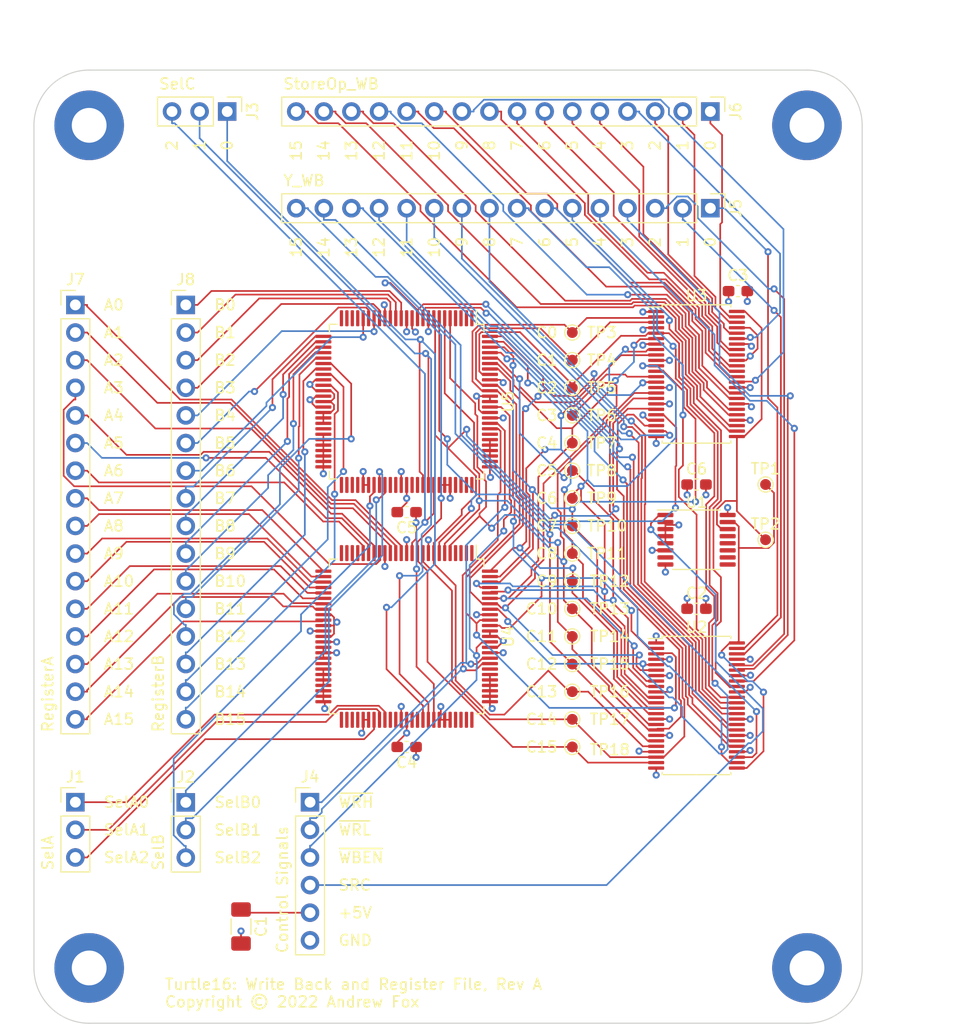
<source format=kicad_pcb>
(kicad_pcb (version 20221018) (generator pcbnew)
  (title_block (title "Turtle16: Write Back and Register File") (date "2022-04-14") (rev "A"))
  (layers (0 "F.Cu" signal) (1 "In1.Cu" power) (2 "In2.Cu" power) (31 "B.Cu" signal) (34 "B.Paste" user) (35 "F.Paste" user) (36 "B.SilkS" user "B.Silkscreen") (37 "F.SilkS" user "F.Silkscreen") (38 "B.Mask" user) (39 "F.Mask" user) (44 "Edge.Cuts" user))
  (net 0 "")
  (net 1 "GND")
  (net 2 "VCC")
  (net 3 "/SelA0")
  (net 4 "/SelA1")
  (net 5 "/SelA2")
  (net 6 "/SelB0")
  (net 7 "/SelB1")
  (net 8 "/SelB2")
  (net 9 "/SelC_WB0")
  (net 10 "/SelC_WB1")
  (net 11 "/SelC_WB2")
  (net 12 "/Write Back and Register File/~{WRH}")
  (net 13 "/Write Back and Register File/~{WRL}")
  (net 14 "/Write Back and Register File/~{WBEN}")
  (net 15 "/Write Back and Register File/WriteBackSrc")
  (net 16 "/Y_WB0")
  (net 17 "/Y_WB1")
  (net 18 "/Y_WB2")
  (net 19 "/Y_WB3")
  (net 20 "/Y_WB4")
  (net 21 "/Y_WB5")
  (net 22 "/Y_WB6")
  (net 23 "/Y_WB7")
  (net 24 "/Y_WB8")
  (net 25 "/Y_WB9")
  (net 26 "/Y_WB10")
  (net 27 "/Y_WB11")
  (net 28 "/Y_WB12")
  (net 29 "/Y_WB13")
  (net 30 "/Y_WB14")
  (net 31 "/Y_WB15")
  (net 32 "/StoreOp_WB0")
  (net 33 "/StoreOp_WB1")
  (net 34 "/StoreOp_WB2")
  (net 35 "/StoreOp_WB3")
  (net 36 "/StoreOp_WB4")
  (net 37 "/StoreOp_WB5")
  (net 38 "/StoreOp_WB6")
  (net 39 "/StoreOp_WB7")
  (net 40 "/StoreOp_WB8")
  (net 41 "/StoreOp_WB9")
  (net 42 "/StoreOp_WB10")
  (net 43 "/StoreOp_WB11")
  (net 44 "/StoreOp_WB12")
  (net 45 "/StoreOp_WB13")
  (net 46 "/StoreOp_WB14")
  (net 47 "/StoreOp_WB15")
  (net 48 "/RegisterA0")
  (net 49 "/RegisterA1")
  (net 50 "/RegisterA2")
  (net 51 "/RegisterA3")
  (net 52 "/RegisterA4")
  (net 53 "/RegisterA5")
  (net 54 "/RegisterA6")
  (net 55 "/RegisterA7")
  (net 56 "/RegisterA8")
  (net 57 "/RegisterA9")
  (net 58 "/RegisterA10")
  (net 59 "/RegisterA11")
  (net 60 "/RegisterA12")
  (net 61 "/RegisterA13")
  (net 62 "/RegisterA14")
  (net 63 "/RegisterA15")
  (net 64 "/RegisterB0")
  (net 65 "/RegisterB1")
  (net 66 "/RegisterB2")
  (net 67 "/RegisterB3")
  (net 68 "/RegisterB4")
  (net 69 "/RegisterB5")
  (net 70 "/RegisterB6")
  (net 71 "/RegisterB7")
  (net 72 "/RegisterB8")
  (net 73 "/RegisterB9")
  (net 74 "/RegisterB10")
  (net 75 "/RegisterB11")
  (net 76 "/RegisterB12")
  (net 77 "/RegisterB13")
  (net 78 "/RegisterB14")
  (net 79 "/RegisterB15")
  (net 80 "Net-(U1-O0)")
  (net 81 "Net-(U1-O1)")
  (net 82 "/Write Back and Register File/Select Write Back Source/C0")
  (net 83 "/Write Back and Register File/Select Write Back Source/C1")
  (net 84 "/Write Back and Register File/Select Write Back Source/C2")
  (net 85 "/Write Back and Register File/Select Write Back Source/C3")
  (net 86 "/Write Back and Register File/Select Write Back Source/C4")
  (net 87 "/Write Back and Register File/Select Write Back Source/C5")
  (net 88 "/Write Back and Register File/Select Write Back Source/C6")
  (net 89 "/Write Back and Register File/Select Write Back Source/C7")
  (net 90 "/Write Back and Register File/Select Write Back Source/C8")
  (net 91 "/Write Back and Register File/Select Write Back Source/C9")
  (net 92 "/Write Back and Register File/Select Write Back Source/C10")
  (net 93 "/Write Back and Register File/Select Write Back Source/C11")
  (net 94 "/Write Back and Register File/Select Write Back Source/C12")
  (net 95 "/Write Back and Register File/Select Write Back Source/C13")
  (net 96 "/Write Back and Register File/Select Write Back Source/C14")
  (net 97 "/Write Back and Register File/Select Write Back Source/C15")
  (footprint "TestPoint:TestPoint_Pad_D1.0mm" (layer "F.Cu") (at 156.21 82.55)
    (fp_text reference "TP5")
    (fp_text value "C2")
  )
  (footprint "Connector_PinHeader_2.54mm:PinHeader_1x03_P2.54mm_Vertical" (layer "F.Cu") (at 120.65 120.665)
    (fp_text reference "J2")
    (fp_text value "SelB")
  )
  (footprint "TestPoint:TestPoint_Pad_D1.0mm" (layer "F.Cu") (at 156.21 92.71)
    (fp_text reference "TP9")
    (fp_text value "C6")
  )
  (footprint "TestPoint:TestPoint_Pad_D1.0mm" (layer "F.Cu") (at 156.21 95.25)
    (fp_text reference "TP10")
    (fp_text value "C7")
  )
  (footprint "TestPoint:TestPoint_Pad_D1.0mm" (layer "F.Cu") (at 156.21 110.49)
    (fp_text reference "TP16")
    (fp_text value "C13")
  )
  (footprint "Connector_PinHeader_2.54mm:PinHeader_1x03_P2.54mm_Vertical" (layer "F.Cu") (at 110.49 120.65)
    (fp_text reference "J1")
    (fp_text value "SelA")
  )
  (footprint "TestPoint:TestPoint_Pad_D1.0mm" (layer "F.Cu") (at 156.21 102.87)
    (fp_text reference "TP13")
    (fp_text value "C10")
  )
  (footprint "TestPoint:TestPoint_Pad_D1.0mm" (layer "F.Cu") (at 156.21 80.01)
    (fp_text reference "TP4")
    (fp_text value "C1")
  )
  (footprint "TestPoint:TestPoint_Pad_D1.0mm" (layer "F.Cu") (at 156.21 115.57)
    (fp_text reference "TP18")
    (fp_text value "C15")
  )
  (footprint "Package_QFP:TQFP-100_14x14mm_P0.5mm" (layer "F.Cu") (at 140.97 105.41 -90)
    (fp_text reference "U4")
    (fp_text value "IDT7024L15PFG")
  )
  (footprint "TestPoint:TestPoint_Pad_D1.0mm" (layer "F.Cu") (at 156.21 97.79)
    (fp_text reference "TP11")
    (fp_text value "C8")
  )
  (footprint "Connector_PinHeader_2.54mm:PinHeader_1x16_P2.54mm_Vertical" (layer "F.Cu") (at 168.91 57.15 -90)
    (fp_text reference "J6")
    (fp_text value "StoreOp_WB")
  )
  (footprint "Package_SO:TSSOP-48_6.1x12.5mm_P0.5mm" (layer "F.Cu") (at 167.64 111.76)
    (fp_text reference "U2")
    (fp_text value "74ABT16245")
  )
  (footprint "Package_SO:TSSOP-16_4.4x5mm_P0.65mm" (layer "F.Cu") (at 167.64 96.52)
    (fp_text reference "U1")
    (fp_text value "74AHCT138")
  )
  (footprint "TestPoint:TestPoint_Pad_D1.0mm" (layer "F.Cu") (at 156.21 85.09)
    (fp_text reference "TP6")
    (fp_text value "C3")
  )
  (footprint "Capacitor_SMD:C_0603_1608Metric_Pad1.08x0.95mm_HandSolder" (layer "F.Cu") (at 140.97 93.98 180)
    (fp_text reference "C5")
    (fp_text value "100nF")
  )
  (footprint "Connector_PinHeader_2.54mm:PinHeader_1x03_P2.54mm_Vertical" (layer "F.Cu") (at 124.46 57.15 -90)
    (fp_text reference "J3")
    (fp_text value "SelC")
  )
  (footprint "TestPoint:TestPoint_Pad_D1.0mm" (layer "F.Cu") (at 156.21 100.33)
    (fp_text reference "TP12")
    (fp_text value "C9")
  )
  (footprint "Package_SO:TSSOP-48_6.1x12.5mm_P0.5mm" (layer "F.Cu") (at 167.64 81.28)
    (fp_text reference "U3")
    (fp_text value "74ABT16245")
  )
  (footprint "TestPoint:TestPoint_Pad_D1.0mm" (layer "F.Cu") (at 173.99 96.52)
    (fp_text reference "TP2")
    (fp_text value "TP")
  )
  (footprint "TestPoint:TestPoint_Pad_D1.0mm" (layer "F.Cu") (at 156.21 77.47)
    (fp_text reference "TP3")
    (fp_text value "C0")
  )
  (footprint "TestPoint:TestPoint_Pad_D1.0mm" (layer "F.Cu") (at 156.21 87.63)
    (fp_text reference "TP7")
    (fp_text value "C4")
  )
  (footprint "TestPoint:TestPoint_Pad_D1.0mm" (layer "F.Cu") (at 156.21 105.41)
    (fp_text reference "TP14")
    (fp_text value "C11")
  )
  (footprint "Capacitor_SMD:C_0603_1608Metric_Pad1.08x0.95mm_HandSolder" (layer "F.Cu") (at 140.97 115.57 180)
    (fp_text reference "C4")
    (fp_text value "100nF")
  )
  (footprint "Package_QFP:TQFP-100_14x14mm_P0.5mm" (layer "F.Cu") (at 140.97 83.82 -90)
    (fp_text reference "U5")
    (fp_text value "IDT7024L15PFG")
  )
  (footprint "Capacitor_SMD:C_0603_1608Metric_Pad1.08x0.95mm_HandSolder" (layer "F.Cu") (at 167.64 91.44)
    (fp_text reference "C6")
    (fp_text value "100nF")
  )
  (footprint "MountingHole:MountingHole_3.2mm_M3_Pad" (layer "F.Cu") (at 177.8 58.42)
    (fp_text reference "H2" hide)
    (fp_text value "MountingHole_Pad")
  )
  (footprint "TestPoint:TestPoint_Pad_D1.0mm" (layer "F.Cu") (at 156.21 90.17)
    (fp_text reference "TP8")
    (fp_text value "C5")
  )
  (footprint "Capacitor_SMD:C_1206_3216Metric_Pad1.33x1.80mm_HandSolder" (layer "F.Cu") (at 125.73 132.08 -90)
    (fp_text reference "C1")
    (fp_text value "100µF")
  )
  (footprint "Capacitor_SMD:C_0603_1608Metric_Pad1.08x0.95mm_HandSolder" (layer "F.Cu") (at 171.45 73.66)
    (fp_text reference "C3")
    (fp_text value "100nF")
  )
  (footprint "MountingHole:MountingHole_3.2mm_M3_Pad" (layer "F.Cu") (at 111.76 58.42)
    (fp_text reference "H1" hide)
    (fp_text value "MountingHole_Pad")
  )
  (footprint "MountingHole:MountingHole_3.2mm_M3_Pad" (layer "F.Cu") (at 111.76 135.89)
    (fp_text reference "H3" hide)
    (fp_text value "MountingHole_Pad")
  )
  (footprint "TestPoint:TestPoint_Pad_D1.0mm" (layer "F.Cu") (at 156.21 107.95)
    (fp_text reference "TP15")
    (fp_text value "C12")
  )
  (footprint "TestPoint:TestPoint_Pad_D1.0mm" (layer "F.Cu") (at 173.99 91.44)
    (fp_text reference "TP1")
    (fp_text value "TP")
  )
  (footprint "Connector_PinHeader_2.54mm:PinHeader_1x16_P2.54mm_Vertical" (layer "F.Cu") (at 120.65 74.93)
    (fp_text reference "J8")
    (fp_text value "RegisterB")
  )
  (footprint "Capacitor_SMD:C_0603_1608Metric_Pad1.08x0.95mm_HandSolder" (layer "F.Cu") (at 167.64 102.87)
    (fp_text reference "C2")
    (fp_text value "100nF")
  )
  (footprint "TestPoint:TestPoint_Pad_D1.0mm" (layer "F.Cu") (at 156.21 113.03)
    (fp_text reference "TP17")
    (fp_text value "C14")
  )
  (footprint "MountingHole:MountingHole_3.2mm_M3_Pad" (layer "F.Cu") (at 177.8 135.89)
    (fp_text reference "H4" hide)
    (fp_text value "MountingHole_Pad")
  )
  (footprint "Connector_PinHeader_2.54mm:PinHeader_1x16_P2.54mm_Vertical" (layer "F.Cu") (at 110.49 74.93)
    (fp_text reference "J7")
    (fp_text value "RegisterA")
  )
  (footprint "Connector_PinHeader_2.54mm:PinHeader_1x06_P2.54mm_Vertical" (layer "F.Cu") (at 132.08 120.65)
    (fp_text reference "J4")
    (fp_text value "Control Signals")
  )
  (footprint "Connector_PinHeader_2.54mm:PinHeader_1x16_P2.54mm_Vertical" (layer "F.Cu") (at 168.91 66.04 -90)
    (fp_text reference "J5")
    (fp_text value "Y_WB")
  )
  (gr_line (start 182.88 135.89) (end 182.880002 58.419998) (stroke (width 0.1)) (layer "Edge.Cuts"))
  (gr_line (start 106.68 58.42) (end 106.68 135.89) (stroke (width 0.1)) (layer "Edge.Cuts"))
  (gr_line (start 111.76 140.97) (end 177.8 140.97) (stroke (width 0.1)) (layer "Edge.Cuts"))
  (gr_arc (start 182.88 135.89) (mid 181.392102 139.482102) (end 177.8 140.97) (stroke (width 0.1)) (layer "Edge.Cuts"))
  (gr_arc (start 106.68 58.42) (mid 108.167898 54.827898) (end 111.76 53.34) (stroke (width 0.1)) (layer "Edge.Cuts"))
  (gr_line (start 177.800002 53.339998) (end 111.76 53.34) (stroke (width 0.1)) (layer "Edge.Cuts"))
  (gr_arc (start 111.76 140.97) (mid 108.167898 139.482102) (end 106.68 135.89) (stroke (width 0.1)) (layer "Edge.Cuts"))
  (gr_arc (start 177.800002 53.339998) (mid 181.392104 54.827896) (end 182.880002 58.419998) (stroke (width 0.1)) (layer "Edge.Cuts"))
  (gr_text "Turtle16: Write Back and Register File, Rev A\nCopyright © 2022 Andrew Fox" (at 118.650002 138.199989) (layer "F.SilkS") (effects (font (size 1 1)) (justify left)))
  (gr_text "0" (at 168.91 59.69 90) (layer "F.SilkS") (effects (font (size 1 1)) (justify right)))
  (gr_text "B11" (at 123.19 102.87) (layer "F.SilkS") (effects (font (size 1 1)) (justify left)))
  (gr_text "A11" (at 113.03 102.87) (layer "F.SilkS") (effects (font (size 1 1)) (justify left)))
  (gr_text "15" (at 130.81 59.69 90) (layer "F.SilkS") (effects (font (size 1 1)) (justify right)))
  (gr_text "A15" (at 113.03 113.03) (layer "F.SilkS") (effects (font (size 1 1)) (justify left)))
  (gr_text "B13" (at 123.19 107.95) (layer "F.SilkS") (effects (font (size 1 1)) (justify left)))
  (gr_text "0" (at 168.91 68.58 90) (layer "F.SilkS") (effects (font (size 1 1)) (justify right)))
  (gr_text "1" (at 166.37 59.69 90) (layer "F.SilkS") (effects (font (size 1 1)) (justify right)))
  (gr_text "B14" (at 123.19 110.49) (layer "F.SilkS") (effects (font (size 1 1)) (justify left)))
  (gr_text "B1" (at 123.19 77.47) (layer "F.SilkS") (effects (font (size 1 1)) (justify left)))
  (gr_text "A14" (at 113.03 110.49) (layer "F.SilkS") (effects (font (size 1 1)) (justify left)))
  (gr_text "8" (at 148.59 68.58 90) (layer "F.SilkS") (effects (font (size 1 1)) (justify right)))
  (gr_text "A5" (at 113.03 87.63) (layer "F.SilkS") (effects (font (size 1 1)) (justify left)))
  (gr_text "5" (at 156.21 68.58 90) (layer "F.SilkS") (effects (font (size 1 1)) (justify right)))
  (gr_text "2" (at 163.83 68.58 90) (layer "F.SilkS") (effects (font (size 1 1)) (justify right)))
  (gr_text "10" (at 143.51 68.58 90) (layer "F.SilkS") (effects (font (size 1 1)) (justify right)))
  (gr_text "12" (at 138.43 68.58 90) (layer "F.SilkS") (effects (font (size 1 1)) (justify right)))
  (gr_text "A2" (at 113.03 80.01) (layer "F.SilkS") (effects (font (size 1 1)) (justify left)))
  (gr_text "B4" (at 123.19 85.09) (layer "F.SilkS") (effects (font (size 1 1)) (justify left)))
  (gr_text "B10" (at 123.19 100.33) (layer "F.SilkS") (effects (font (size 1 1)) (justify left)))
  (gr_text "B6" (at 123.19 90.17) (layer "F.SilkS") (effects (font (size 1 1)) (justify left)))
  (gr_text "14" (at 133.35 68.58 90) (layer "F.SilkS") (effects (font (size 1 1)) (justify right)))
  (gr_text "11" (at 140.97 68.58 90) (layer "F.SilkS") (effects (font (size 1 1)) (justify right)))
  (gr_text "12" (at 138.43 59.69 90) (layer "F.SilkS") (effects (font (size 1 1)) (justify right)))
  (gr_text "SelB2" (at 123.19 125.745) (layer "F.SilkS") (effects (font (size 1 1)) (justify left)))
  (gr_text "SRC" (at 134.62 128.27) (layer "F.SilkS") (effects (font (size 1 1)) (justify left)))
  (gr_text "A4" (at 113.03 85.09) (layer "F.SilkS") (effects (font (size 1 1)) (justify left)))
  (gr_text "A0" (at 113.03 74.93) (layer "F.SilkS") (effects (font (size 1 1)) (justify left)))
  (gr_text "13" (at 135.89 59.69 90) (layer "F.SilkS") (effects (font (size 1 1)) (justify right)))
  (gr_text "~{WRL}" (at 134.62 123.19) (layer "F.SilkS") (effects (font (size 1 1)) (justify left)))
  (gr_text "2" (at 163.83 59.69 90) (layer "F.SilkS") (effects (font (size 1 1)) (justify right)))
  (gr_text "7" (at 151.13 59.69 90) (layer "F.SilkS") (effects (font (size 1 1)) (justify right)))
  (gr_text "SelA1" (at 113.03 123.19) (layer "F.SilkS") (effects (font (size 1 1)) (justify left)))
  (gr_text "1" (at 121.92 59.69 90) (layer "F.SilkS") (effects (font (size 1 1)) (justify right)))
  (gr_text "SelB1" (at 123.19 123.205) (layer "F.SilkS") (effects (font (size 1 1)) (justify left)))
  (gr_text "A8" (at 113.03 95.25) (layer "F.SilkS") (effects (font (size 1 1)) (justify left)))
  (gr_text "B8" (at 123.19 95.25) (layer "F.SilkS") (effects (font (size 1 1)) (justify left)))
  (gr_text "SelA2" (at 113.03 125.73) (layer "F.SilkS") (effects (font (size 1 1)) (justify left)))
  (gr_text "B5" (at 123.19 87.63) (layer "F.SilkS") (effects (font (size 1 1)) (justify left)))
  (gr_text "A7" (at 113.03 92.71) (layer "F.SilkS") (effects (font (size 1 1)) (justify left)))
  (gr_text "B3" (at 123.19 82.55) (layer "F.SilkS") (effects (font (size 1 1)) (justify left)))
  (gr_text "5" (at 156.21 59.69 90) (layer "F.SilkS") (effects (font (size 1 1)) (justify right)))
  (gr_text "B7" (at 123.19 92.71) (layer "F.SilkS") (effects (font (size 1 1)) (justify left)))
  (gr_text "A9" (at 113.03 97.79) (layer "F.SilkS") (effects (font (size 1 1)) (justify left)))
  (gr_text "~{WRH}" (at 134.62 120.65) (layer "F.SilkS") (effects (font (size 1 1)) (justify left)))
  (gr_text "B2" (at 123.19 80.01) (layer "F.SilkS") (effects (font (size 1 1)) (justify left)))
  (gr_text "A1" (at 113.03 77.47) (layer "F.SilkS") (effects (font (size 1 1)) (justify left)))
  (gr_text "B9" (at 123.19 97.79) (layer "F.SilkS") (effects (font (size 1 1)) (justify left)))
  (gr_text "13" (at 135.89 68.58 90) (layer "F.SilkS") (effects (font (size 1 1)) (justify right)))
  (gr_text "15" (at 130.81 68.58 90) (layer "F.SilkS") (effects (font (size 1 1)) (justify right)))
  (gr_text "SelB0" (at 123.19 120.665) (layer "F.SilkS") (effects (font (size 1 1)) (justify left)))
  (gr_text "4" (at 158.75 68.58 90) (layer "F.SilkS") (effects (font (size 1 1)) (justify right)))
  (gr_text "6" (at 153.67 59.69 90) (layer "F.SilkS") (effects (font (size 1 1)) (justify right)))
  (gr_text "B0" (at 123.19 74.93) (layer "F.SilkS") (effects (font (size 1 1)) (justify left)))
  (gr_text "+5V" (at 134.62 130.81) (layer "F.SilkS") (effects (font (size 1 1)) (justify left)))
  (gr_text "11" (at 140.97 59.69 90) (layer "F.SilkS") (effects (font (size 1 1)) (justify right)))
  (gr_text "A12" (at 113.03 105.41) (layer "F.SilkS") (effects (font (size 1 1)) (justify left)))
  (gr_text "4" (at 158.75 59.69 90) (layer "F.SilkS") (effects (font (size 1 1)) (justify right)))
  (gr_text "9" (at 146.05 68.58 90) (layer "F.SilkS") (effects (font (size 1 1)) (justify right)))
  (gr_text "6" (at 153.67 68.58 90) (layer "F.SilkS") (effects (font (size 1 1)) (justify right)))
  (gr_text "3" (at 161.29 68.58 90) (layer "F.SilkS") (effects (font (size 1 1)) (justify right)))
  (gr_text "0" (at 124.46 59.69 90) (layer "F.SilkS") (effects (font (size 1 1)) (justify right)))
  (gr_text "A3" (at 113.03 82.55) (layer "F.SilkS") (effects (font (size 1 1)) (justify left)))
  (gr_text "7" (at 151.13 68.58 90) (layer "F.SilkS") (effects (font (size 1 1)) (justify right)))
  (gr_text "2" (at 119.38 59.69 90) (layer "F.SilkS") (effects (font (size 1 1)) (justify right)))
  (gr_text "9" (at 146.05 59.69 90) (layer "F.SilkS") (effects (font (size 1 1)) (justify right)))
  (gr_text "B12" (at 123.19 105.41) (layer "F.SilkS") (effects (font (size 1 1)) (justify left)))
  (gr_text "B15" (at 123.19 113.03) (layer "F.SilkS") (effects (font (size 1 1)) (justify left)))
  (gr_text "SelA0" (at 113.03 120.65) (layer "F.SilkS") (effects (font (size 1 1)) (justify left)))
  (gr_text "A6" (at 113.03 90.17) (layer "F.SilkS") (effects (font (size 1 1)) (justify left)))
  (gr_text "14" (at 133.35 59.69 90) (layer "F.SilkS") (effects (font (size 1 1)) (justify right)))
  (gr_text "GND" (at 134.62 133.35) (layer "F.SilkS") (effects (font (size 1 1)) (justify left)))
  (gr_text "8" (at 148.59 59.69 90) (layer "F.SilkS") (effects (font (size 1 1)) (justify right)))
  (gr_text "10" (at 143.51 59.69 90) (layer "F.SilkS") (effects (font (size 1 1)) (justify right)))
  (gr_text "3" (at 161.29 59.69 90) (layer "F.SilkS") (effects (font (size 1 1)) (justify right)))
  (gr_text "1" (at 166.37 68.58 90) (layer "F.SilkS") (effects (font (size 1 1)) (justify right)))
  (gr_text "~{WBEN}" (at 134.62 125.73) (layer "F.SilkS") (effects (font (size 1 1)) (justify left)))
  (gr_text "A13" (at 113.03 107.95) (layer "F.SilkS") (effects (font (size 1 1)) (justify left)))
  (gr_text "A10" (at 113.03 100.33) (layer "F.SilkS") (effects (font (size 1 1)) (justify left)))
  (segment (start 133.3075 85.32) (end 133.3075 85.82) (width 0.1524) (layer "F.Cu") (net 1))
  (segment (start 134.5501 104.094) (end 134.2862 104.094) (width 0.1524) (layer "F.Cu") (net 1))
  (segment (start 132.2879 82.2385) (end 132.2879 82.0996) (width 0.1524) (layer "F.Cu") (net 1))
  (segment (start 163.9275 110.51) (end 164.9747 110.51) (width 0.1524) (layer "F.Cu") (net 1))
  (segment (start 132.2879 82.487) (end 132.2879 82.2385) (width 0.1524) (layer "F.Cu") (net 1))
  (segment (start 133.3075 86.82) (end 133.3075 87.32) (width 0.1524) (layer "F.Cu") (net 1))
  (segment (start 148.6325 89.82) (end 148.6325 90.7351) (width 0.1524) (layer "F.Cu") (net 1))
  (segment (start 136.97 114.162) (end 136.97 113.0725) (width 0.1524) (layer "F.Cu") (net 1))
  (segment (start 172.5713 113.01) (end 171.3525 113.01) (width 0.1524) (layer "F.Cu") (net 1))
  (segment (start 132.6209 82.82) (end 132.2879 82.487) (width 0.1524) (layer "F.Cu") (net 1))
  (segment (start 142.97 76.1575) (end 142.97 77.3827) (width 0.1524) (layer "F.Cu") (net 1))
  (segment (start 142.97 97.7475) (end 142.97 96.5272) (width 0.1524) (layer "F.Cu") (net 1))
  (segment (start 173.2577 77.7333) (end 172.5544 77.03) (width 0.1524) (layer "F.Cu") (net 1))
  (segment (start 140.97 91.4825) (end 140.97 92.7152) (width 0.1524) (layer "F.Cu") (net 1))
  (segment (start 162.3494 115.9527) (end 162.4067 116.01) (width 0.1524) (layer "F.Cu") (net 1))
  (segment (start 133.9782 83.82) (end 134.2843 84.1261) (width 0.1524) (layer "F.Cu") (net 1))
  (segment (start 133.3075 103.41) (end 134.0345 103.41) (width 0.1524) (layer "F.Cu") (net 1))
  (segment (start 148.6325 109.91) (end 148.6325 109.41) (width 0.1524) (layer "F.Cu") (net 1))
  (segment (start 133.3075 90.4521) (end 133.3075 89.82) (width 0.1524) (layer "F.Cu") (net 1))
  (segment (start 133.3075 87.32) (end 133.3075 87.82) (width 0.1524) (layer "F.Cu") (net 1))
  (segment (start 148.6325 103.41) (end 147.4021 103.41) (width 0.1524) (layer "F.Cu") (net 1))
  (segment (start 148.6325 88.32) (end 148.6325 87.82) (width 0.1524) (layer "F.Cu") (net 1))
  (segment (start 133.3075 87.82) (end 133.3075 88.32) (width 0.1524) (layer "F.Cu") (net 1))
  (segment (start 140.97 92.7152) (end 140.97 93.1175) (width 0.1524) (layer "F.Cu") (net 1))
  (segment (start 132.2879 82.0996) (end 132.5675 81.82) (width 0.1524) (layer "F.Cu") (net 1))
  (segment (start 148.6325 85.32) (end 149.8555 85.32) (width 0.1524) (layer "F.Cu") (net 1))
  (segment (start 162.8984 77.03) (end 163.9275 77.03) (width 0.1524) (layer "F.Cu") (net 1))
  (segment (start 149.5954 81.82) (end 148.6325 81.82) (width 0.1524) (layer "F.Cu") (net 1))
  (segment (start 140.97 77.3987) (end 140.97 76.1575) (width 0.1524) (layer "F.Cu") (net 1))
  (segment (start 134.3079 83.1461) (end 134.3079 83.4903) (width 0.1524) (layer "F.Cu") (net 1))
  (segment (start 140.97 114.2892) (end 140.97 113.0725) (width 0.1524) (layer "F.Cu") (net 1))
  (segment (start 148.6325 90.7351) (end 148.6819 90.7845) (width 0.1524) (layer "F.Cu") (net 1))
  (segment (start 143.97 91.4825) (end 144.47 91.4825) (width 0.1524) (layer "F.Cu") (net 1))
  (segment (start 148.6325 111.41) (end 148.6325 110.91) (width 0.1524) (layer "F.Cu") (net 1))
  (segment (start 172.5713 107.51) (end 171.3525 107.51) (width 0.1524) (layer "F.Cu") (net 1))
  (segment (start 172.1467 110.51) (end 172.5713 110.0854) (width 0.1524) (layer "F.Cu") (net 1))
  (segment (start 134.2862 104.41) (end 134.2862 105.1593) (width 0.1524) (layer "F.Cu") (net 1))
  (segment (start 133.3075 109.41) (end 133.3075 109.91) (width 0.1524) (layer "F.Cu") (net 1))
  (segment (start 133.3075 108.91) (end 133.3075 109.41) (width 0.1524) (layer "F.Cu") (net 1))
  (segment (start 143.97 113.0725) (end 144.1125 113.0725) (width 0.1524) (layer "F.Cu") (net 1))
  (segment (start 165.15 82.53) (end 163.9275 82.53) (width 0.1524) (layer "F.Cu") (net 1))
  (segment (start 134.0345 103.41) (end 134.2862 103.6617) (width 0.1524) (layer "F.Cu") (net 1))
  (segment (start 133.3075 83.82) (end 133.9782 83.82) (width 0.1524) (layer "F.Cu") (net 1))
  (segment (start 148.6325 111.8333) (end 148.8403 112.0411) (width 0.1524) (layer "F.Cu") (net 1))
  (segment (start 133.3075 110.41) (end 133.3075 110.91) (width 0.1524) (layer "F.Cu") (net 1))
  (segment (start 162.7102 77.2182) (end 162.8984 77.03) (width 0.1524) (layer "F.Cu") (net 1))
  (segment (start 172.5544 77.03) (end 171.3525 77.03) (width 0.1524) (layer "F.Cu") (net 1))
  (segment (start 134.2843 84.1261) (end 134.2843 84.5276) (width 0.1524) (layer "F.Cu") (net 1))
  (segment (start 165.1596 113.01) (end 163.9275 113.01) (width 0.1524) (layer "F.Cu") (net 1))
  (segment (start 148.6325 89.32) (end 148.6325 88.82) (width 0.1524) (layer "F.Cu") (net 1))
  (segment (start 133.3075 84.82) (end 133.3075 85.32) (width 0.1524) (layer "F.Cu") (net 1))
  (segment (start 132.0645 82.2385) (end 132.2879 82.2385) (width 0.1524) (layer "F.Cu") (net 1))
  (segment (start 148.6325 109.41) (end 148.6325 108.91) (width 0.1524) (layer "F.Cu") (net 1))
  (segment (start 171.3525 110.51) (end 172.1467 110.51) (width 0.1524) (layer "F.Cu") (net 1))
  (segment (start 149.8562 106.91) (end 148.6325 106.91) (width 0.1524) (layer "F.Cu") (net 1))
  (segment (start 133.3075 110.91) (end 133.3075 111.41) (width 0.1524) (layer "F.Cu") (net 1))
  (segment (start 136.97 90.2461) (end 136.97 91.4825) (width 0.1524) (layer "F.Cu") (net 1))
  (segment (start 166.0064 95.1579) (end 164.7775 95.1579) (width 0.1524) (layer "F.Cu") (net 1))
  (segment (start 164.7775 96.195) (end 164.7775 96.845) (width 0.1524) (layer "F.Cu") (net 1))
  (segment (start 140.97 96.5132) (end 140.97 97.7475) (width 0.1524) (layer "F.Cu") (net 1))
  (segment (start 136.97 91.4825) (end 137.47 91.4825) (width 0.1524) (layer "F.Cu") (net 1))
  (segment (start 134.2862 104.41) (end 133.3075 104.41) (width 0.1524) (layer "F.Cu") (net 1))
  (segment (start 168.5025 101.916) (end 168.5025 102.87) (width 0.1524) (layer "F.Cu") (net 1))
  (segment (start 149.8513 82.0759) (end 149.5954 81.82) (width 0.1524) (layer "F.Cu") (net 1))
  (segment (start 172.5681 115.8871) (end 172.4452 116.01) (width 0.1524) (layer "F.Cu") (net 1))
  (segment (start 172.5713 82.53) (end 171.3525 82.53) (width 0.1524) (layer "F.Cu") (net 1))
  (segment (start 148.6325 88.82) (end 148.6325 88.32) (width 0.1524) (layer "F.Cu") (net 1))
  (segment (start 172.4452 116.01) (end 171.3525 116.01) (width 0.1524) (layer "F.Cu") (net 1))
  (segment (start 163.9275 107.51) (end 165.1576 107.51) (width 0.1524) (layer "F.Cu") (net 1))
  (segment (start 133.9919 84.82) (end 133.3075 84.82) (width 0.1524) (layer "F.Cu") (net 1))
  (segment (start 140.97 93.1175) (end 140.1075 93.98) (width 0.1524) (layer "F.Cu") (net 1))
  (segment (start 134.3079 83.4903) (end 133.9782 83.82) (width 0.1524) (layer "F.Cu") (net 1))
  (segment (start 134.2862 104.094) (end 134.2862 104.41) (width 0.1524) (layer "F.Cu") (net 1))
  (segment (start 136.8308 114.3012) (end 136.97 114.162) (width 0.1524) (layer "F.Cu") (net 1))
  (segment (start 140.97 114.2892) (end 140.1075 115.1517) (width 0.1524) (layer "F.Cu") (net 1))
  (segment (start 136.97 113.0725) (end 137.47 113.0725) (width 0.1524) (layer "F.Cu") (net 1))
  (segment (start 134.2843 84.5276) (end 133.9919 84.82) (width 0.1524) (layer "F.Cu") (net 1))
  (segment (start 172.1863 80.03) (end 172.582 79.6343) (width 0.1524) (layer "F.Cu") (net 1))
  (segment (start 133.3075 106.91) (end 134.523 106.91) (width 0.1524) (layer "F.Cu") (net 1))
  (segment (start 148.6325 110.91) (end 148.6325 110.41) (width 0.1524) (layer "F.Cu") (net 1))
  (segment (start 162.7063 85.0525) (end 163.1838 85.53) (width 0.1524) (layer "F.Cu") (net 1))
  (segment (start 164.7775 95.1579) (end 164.7775 95.545) (width 0.1524) (layer "F.Cu") (net 1))
  (segment (start 132.5675 81.82) (end 133.3075 81.82) (width 0.1524) (layer "F.Cu") (net 1))
  (segment (start 134.0355 105.41) (end 133.3075 105.41) (width 0.1524) (layer "F.Cu") (net 1))
  (segment (start 134.2862 103.6617) (end 134.2862 104.094) (width 0.1524) (layer "F.Cu") (net 1))
  (segment (start 144.1125 111.8534) (end 144.1125 113.0725) (width 0.1524) (layer "F.Cu") (net 1))
  (segment (start 163.1838 85.53) (end 163.9275 85.53) (width 0.1524) (layer "F.Cu") (net 1))
  (segment (start 133.3075 106.91) (end 133.3075 107.41) (width 0.1524) (layer "F.Cu") (net 1))
  (segment (start 148.6325 89.82) (end 148.6325 89.32) (width 0.1524) (layer "F.Cu") (net 1))
  (segment (start 144.47 91.4825) (end 144.97 91.4825) (width 0.1524) (layer "F.Cu") (net 1))
  (segment (start 148.6325 87.82) (end 148.6325 87.32) (width 0.1524) (layer "F.Cu") (net 1))
  (segment (start 164.9747 110.51) (end 165.1827 110.302) (width 0.1524) (layer "F.Cu") (net 1))
  (segment (start 133.3075 88.82) (end 133.3075 89.32) (width 0.1524) (layer "F.Cu") (net 1))
  (segment (start 164.7775 94.895) (end 164.7775 95.1579) (width 0.1524) (layer "F.Cu") (net 1))
  (segment (start 168.5025 92.3938) (end 168.5025 91.44) (width 0.1524) (layer "F.Cu") (net 1))
  (segment (start 133.3075 88.32) (end 133.3075 88.82) (width 0.1524) (layer "F.Cu") (net 1))
  (segment (start 125.73 133.6425) (end 125.73 132.4953) (width 0.1524) (layer "F.Cu") (net 1))
  (segment (start 133.3075 82.82) (end 133.9818 82.82) (width 0.1524) (layer "F.Cu") (net 1))
  (segment (start 144.47 113.0725) (end 144.97 113.0725) (width 0.1524) (layer "F.Cu") (net 1))
  (segment (start 172.582 79.6343) (end 173.2577 78.9586) (width 0.1524) (layer "F.Cu") (net 1))
  (segment (start 133.3075 109.91) (end 133.3075 110.41) (width 0.1524) (layer "F.Cu") (net 1))
  (segment (start 144.1125 113.0725) (end 144.47 113.0725) (width 0.1524) (layer "F.Cu") (net 1))
  (segment (start 172.5713 85.53) (end 171.3525 85.53) (width 0.1524) (layer "F.Cu") (net 1))
  (segment (start 134.2862 105.1593) (end 134.0355 105.41) (width 0.1524) (layer "F.Cu") (net 1))
  (segment (start 162.4067 116.01) (end 163.9275 116.01) (width 0.1524) (layer "F.Cu") (net 1))
  (segment (start 133.3075 108.41) (end 133.3075 108.91) (width 0.1524) (layer "F.Cu") (net 1))
  (segment (start 148.6325 110.41) (end 148.6325 109.91) (width 0.1524) (layer "F.Cu") (net 1))
  (segment (start 140.1075 115.1517) (end 140.1075 115.57) (width 0.1524) (layer "F.Cu") (net 1))
  (segment (start 133.4335 111.536) (end 133.3075 111.41) (width 0.1524) (layer "F.Cu") (net 1))
  (segment (start 173.2577 78.9586) (end 173.2577 77.7333) (width 0.1524) (layer "F.Cu") (net 1))
  (segment (start 164.7775 99.4922) (end 164.7775 98.795) (width 0.1524) (layer "F.Cu") (net 1))
  (segment (start 133.9818 82.82) (end 134.3079 83.1461) (width 0.1524) (layer "F.Cu") (net 1))
  (segment (start 133.4335 112.0414) (end 133.4335 111.536) (width 0.1524) (layer "F.Cu") (net 1))
  (segment (start 164.7775 95.545) (end 164.7775 96.195) (width 0.1524) (layer "F.Cu") (net 1))
  (segment (start 148.6325 111.41) (end 148.6325 111.8333) (width 0.1524) (layer "F.Cu") (net 1))
  (segment (start 133.3075 89.32) (end 133.3075 89.82) (width 0.1524) (layer "F.Cu") (net 1))
  (segment (start 133.3075 106.41) (end 133.3075 106.91) (width 0.1524) (layer "F.Cu") (net 1))
  (segment (start 133.3075 82.82) (end 132.6209 82.82) (width 0.1524) (layer "F.Cu") (net 1))
  (segment (start 163.9275 80.03) (end 165.1469 80.03) (width 0.1524) (layer "F.Cu") (net 1))
  (segment (start 172.3125 73.66) (end 172.3125 74.6138) (width 0.1524) (layer "F.Cu") (net 1))
  (segment (start 171.3525 80.03) (end 172.1863 80.03) (width 0.1524) (layer "F.Cu") (net 1))
  (segment (start 144.97 91.4825) (end 144.97 92.7039) (width 0.1524) (layer "F.Cu") (net 1))
  (via (at 125.73 132.4953) (size 0.65) (drill 0.3) (layers "F.Cu" "B.Cu") (net 1))
  (via (at 172.5681 115.8871) (size 0.65) (drill 0.3) (layers "F.Cu" "B.Cu") (net 1))
  (via (at 172.5713 82.53) (size 0.65) (drill 0.3) (layers "F.Cu" "B.Cu") (net 1))
  (via (at 140.97 77.3987) (size 0.65) (drill 0.3) (layers "F.Cu" "B.Cu") (net 1))
  (via (at 168.5025 101.916) (size 0.65) (drill 0.3) (layers "F.Cu" "B.Cu") (net 1))
  (via (at 132.0645 82.2385) (size 0.65) (drill 0.3) (layers "F.Cu" "B.Cu") (net 1))
  (via (at 140.97 92.7152) (size 0.65) (drill 0.3) (layers "F.Cu" "B.Cu") (net 1))
  (via (at 165.15 82.53) (size 0.65) (drill 0.3) (layers "F.Cu" "B.Cu") (net 1))
  (via (at 140.97 96.5132) (size 0.65) (drill 0.3) (layers "F.Cu" "B.Cu") (net 1))
  (via (at 133.4335 112.0414) (size 0.65) (drill 0.3) (layers "F.Cu" "B.Cu") (net 1))
  (via (at 142.97 96.5272) (size 0.65) (drill 0.3) (layers "F.Cu" "B.Cu") (net 1))
  (via (at 149.8555 85.32) (size 0.65) (drill 0.3) (layers "F.Cu" "B.Cu") (net 1))
  (via (at 166.0064 95.1579) (size 0.65) (drill 0.3) (layers "F.Cu" "B.Cu") (net 1))
  (via (at 147.4021 103.41) (size 0.65) (drill 0.3) (layers "F.Cu" "B.Cu") (net 1))
  (via (at 144.1125 111.8534) (size 0.65) (drill 0.3) (layers "F.Cu" "B.Cu") (net 1))
  (via (at 136.97 90.2461) (size 0.65) (drill 0.3) (layers "F.Cu" "B.Cu") (net 1))
  (via (at 168.5025 92.3938) (size 0.65) (drill 0.3) (layers "F.Cu" "B.Cu") (net 1))
  (via (at 140.97 114.2892) (size 0.65) (drill 0.3) (layers "F.Cu" "B.Cu") (net 1))
  (via (at 172.3125 74.6138) (size 0.65) (drill 0.3) (layers "F.Cu" "B.Cu") (net 1))
  (via (at 164.7775 99.4922) (size 0.65) (drill 0.3) (layers "F.Cu" "B.Cu") (net 1))
  (via (at 133.3075 90.4521) (size 0.65) (drill 0.3) (layers "F.Cu" "B.Cu") (net 1))
  (via (at 148.8403 112.0411) (size 0.65) (drill 0.3) (layers "F.Cu" "B.Cu") (net 1))
  (via (at 172.5713 85.53) (size 0.65) (drill 0.3) (layers "F.Cu" "B.Cu") (net 1))
  (via (at 142.97 77.3827) (size 0.65) (drill 0.3) (layers "F.Cu" "B.Cu") (net 1))
  (via (at 172.582 79.6343) (size 0.65) (drill 0.3) (layers "F.Cu" "B.Cu") (net 1))
  (via (at 162.7063 85.0525) (size 0.65) (drill 0.3) (layers "F.Cu" "B.Cu") (net 1))
  (via (at 162.3494 115.9527) (size 0.65) (drill 0.3) (layers "F.Cu" "B.Cu") (net 1))
  (via (at 148.6819 90.7845) (size 0.65) (drill 0.3) (layers "F.Cu" "B.Cu") (net 1))
  (via (at 172.5713 110.0854) (size 0.65) (drill 0.3) (layers "F.Cu" "B.Cu") (net 1))
  (via (at 136.8308 114.3012) (size 0.65) (drill 0.3) (layers "F.Cu" "B.Cu") (net 1))
  (via (at 165.1596 113.01) (size 0.65) (drill 0.3) (layers "F.Cu" "B.Cu") (net 1))
  (via (at 134.5501 104.094) (size 0.65) (drill 0.3) (layers "F.Cu" "B.Cu") (net 1))
  (via (at 162.7102 77.2182) (size 0.65) (drill 0.3) (layers "F.Cu" "B.Cu") (net 1))
  (via (at 165.1576 107.51) (size 0.65) (drill 0.3) (layers "F.Cu" "B.Cu") (net 1))
  (via (at 165.1827 110.302) (size 0.65) (drill 0.3) (layers "F.Cu" "B.Cu") (net 1))
  (via (at 165.1469 80.03) (size 0.65) (drill 0.3) (layers "F.Cu" "B.Cu") (net 1))
  (via (at 144.97 92.7039) (size 0.65) (drill 0.3) (layers "F.Cu" "B.Cu") (net 1))
  (via (at 134.523 106.91) (size 0.65) (drill 0.3) (layers "F.Cu" "B.Cu") (net 1))
  (via (at 172.5713 113.01) (size 0.65) (drill 0.3) (layers "F.Cu" "B.Cu") (net 1))
  (via (at 149.8513 82.0759) (size 0.65) (drill 0.3) (layers "F.Cu" "B.Cu") (net 1))
  (via (at 172.5713 107.51) (size 0.65) (drill 0.3) (layers "F.Cu" "B.Cu") (net 1))
  (via (at 149.8562 106.91) (size 0.65) (drill 0.3) (layers "F.Cu" "B.Cu") (net 1))
  (segment (start 147.8806 84.82) (end 148.6325 84.82) (width 0.1524) (layer "F.Cu") (net 2))
  (segment (start 148.6325 105.41) (end 149.3207 105.41) (width 0.1524) (layer "F.Cu") (net 2))
  (segment (start 162.7009 75.5755) (end 163.882 75.5755) (width 0.1524) (layer "F.Cu") (net 2))
  (segment (start 163.9275 78.53) (end 162.7984 78.53) (width 0.1524) (layer "F.Cu") (net 2))
  (segment (start 149.6402 105.8203) (end 149.6402 106.0702) (width 0.1524) (layer "F.Cu") (net 2))
  (segment (start 147.607 83.32) (end 148.6325 83.32) (width 0.1524) (layer "F.Cu") (net 2))
  (segment (start 163.9275 105.3648) (end 163.9275 106.01) (width 0.1524) (layer "F.Cu") (net 2))
  (segment (start 132.2984 83.6445) (end 132.2984 84.0144) (width 0.1524) (layer "F.Cu") (net 2))
  (segment (start 163.9275 84.03) (end 165.151 84.03) (width 0.1524) (layer "F.Cu") (net 2))
  (segment (start 141.8325 94.9439) (end 141.8325 96.4343) (width 0.1524) (layer "F.Cu") (net 2))
  (segment (start 141.8325 115.57) (end 141.8325 116.5245) (width 0.1524) (layer "F.Cu") (net 2))
  (segment (start 141.47 77.1151) (end 141.47 76.1575) (width 0.1524) (layer "F.Cu") (net 2))
  (segment (start 147.607 83.32) (end 147.607 84.5464) (width 0.1524) (layer "F.Cu") (net 2))
  (segment (start 166.7775 101.9067) (end 166.7775 102.87) (width 0.1524) (layer "F.Cu") (net 2))
  (segment (start 132.604 84.32) (end 133.3075 84.32) (width 0.1524) (layer "F.Cu") (net 2))
  (segment (start 147.4033 83.32) (end 147.607 83.32) (width 0.1524) (layer "F.Cu") (net 2))
  (segment (start 133.3075 83.32) (end 132.6229 83.32) (width 0.1524) (layer "F.Cu") (net 2))
  (segment (start 132.0764 83.6445) (end 132.2984 83.6445) (width 0.1524) (layer "F.Cu") (net 2))
  (segment (start 141.8325 93.98) (end 141.8325 94.9439) (width 0.1524) (layer "F.Cu") (net 2))
  (segment (start 171.3525 109.01) (end 172.5708 109.01) (width 0.1524) (layer "F.Cu") (net 2))
  (segment (start 140.47 90.2522) (end 140.47 91.4825) (width 0.1524) (layer "F.Cu") (net 2))
  (segment (start 172.4237 84.03) (end 172.689 84.2953) (width 0.1524) (layer "F.Cu") (net 2))
  (segment (start 133.3075 104.91) (end 132.0917 104.91) (width 0.1524) (layer "F.Cu") (net 2))
  (segment (start 170.5875 73.66) (end 170.5875 74.6266) (width 0.1524) (layer "F.Cu") (net 2))
  (segment (start 141.47 96.7968) (end 141.47 97.7475) (width 0.1524) (layer "F.Cu") (net 2))
  (segment (start 171.3525 84.03) (end 172.4237 84.03) (width 0.1524) (layer "F.Cu") (net 2))
  (segment (start 141.8325 96.4343) (end 141.47 96.7968) (width 0.1524) (layer "F.Cu") (net 2))
  (segment (start 138.97 74.9846) (end 138.97 76.1575) (width 0.1524) (layer "F.Cu") (net 2))
  (segment (start 172.5688 114.51) (end 171.3525 114.51) (width 0.1524) (layer "F.Cu") (net 2))
  (segment (start 166.7775 91.44) (end 166.7775 92.3946) (width 0.1524) (layer "F.Cu") (net 2))
  (segment (start 172.4896 78.53) (end 171.3525 78.53) (width 0.1524) (layer "F.Cu") (net 2))
  (segment (start 138.97 98.9756) (end 138.97 97.7475) (width 0.1524) (layer "F.Cu") (net 2))
  (segment (start 147.607 84.5464) (end 147.8806 84.82) (width 0.1524) (layer "F.Cu") (net 2))
  (segment (start 132.08 130.81) (end 126.0225 130.81) (width 0.1524) (layer "F.Cu") (net 2))
  (segment (start 148.6325 83.82) (end 148.6325 83.32) (width 0.1524) (layer "F.Cu") (net 2))
  (segment (start 172.6901 78.7305) (end 172.4896 78.53) (width 0.1524) (layer "F.Cu") (net 2))
  (segment (start 149.6402 106.0702) (end 149.3004 106.41) (width 0.1524) (layer "F.Cu") (net 2))
  (segment (start 149.8611 105.8203) (end 149.6402 105.8203) (width 0.1524) (layer "F.Cu") (net 2))
  (segment (start 163.9275 118.156) (end 163.9275 117.51) (width 0.1524) (layer "F.Cu") (net 2))
  (segment (start 149.6402 105.7295) (end 149.6402 105.8203) (width 0.1524) (layer "F.Cu") (net 2))
  (segment (start 140.47 111.8481) (end 140.47 113.0725) (width 0.1524) (layer "F.Cu") (net 2))
  (segment (start 134.5301 105.9156) (end 133.3131 105.9156) (width 0.1524) (layer "F.Cu") (net 2))
  (segment (start 164.7775 97.495) (end 163.5538 97.495) (width 0.1524) (layer "F.Cu") (net 2))
  (segment (start 170.5025 94.245) (end 170.5025 93.5634) (width 0.1524) (layer "F.Cu") (net 2))
  (segment (start 149.3004 106.41) (end 148.6325 106.41) (width 0.1524) (layer "F.Cu") (net 2))
  (segment (start 163.9275 87.6621) (end 163.9275 87.03) (width 0.1524) (layer "F.Cu") (net 2))
  (segment (start 172.5708 109.01) (end 172.6033 108.9775) (width 0.1524) (layer "F.Cu") (net 2))
  (segment (start 132.6229 83.32) (end 132.2984 83.6445) (width 0.1524) (layer "F.Cu") (net 2))
  (segment (start 149.3207 105.41) (end 149.6402 105.7295) (width 0.1524) (layer "F.Cu") (net 2))
  (segment (start 148.6325 105.41) (end 148.6325 104.91) (width 0.1524) (layer "F.Cu") (net 2))
  (segment (start 138.9066 74.9212) (end 138.97 74.9846) (width 0.1524) (layer "F.Cu") (net 2))
  (segment (start 132.2984 84.0144) (end 132.604 84.32) (width 0.1524) (layer "F.Cu") (net 2))
  (segment (start 141.7749 77.42) (end 141.47 77.1151) (width 0.1524) (layer "F.Cu") (net 2))
  (segment (start 162.7984 78.53) (end 162.6972 78.6312) (width 0.1524) (layer "F.Cu") (net 2))
  (segment (start 163.9275 114.51) (end 165.1595 114.51) (width 0.1524) (layer "F.Cu") (net 2))
  (segment (start 165.1574 109.01) (end 163.9275 109.01) (width 0.1524) (layer "F.Cu") (net 2))
  (via (at 138.9066 74.9212) (size 0.65) (drill 0.3) (layers "F.Cu" "B.Cu") (net 2))
  (via (at 163.9275 118.156) (size 0.65) (drill 0.3) (layers "F.Cu" "B.Cu") (net 2))
  (via (at 147.4033 83.32) (size 0.65) (drill 0.3) (layers "F.Cu" "B.Cu") (net 2))
  (via (at 132.0764 83.6445) (size 0.65) (drill 0.3) (layers "F.Cu" "B.Cu") (net 2))
  (via (at 138.97 98.9756) (size 0.65) (drill 0.3) (layers "F.Cu" "B.Cu") (net 2))
  (via (at 163.9275 105.3648) (size 0.65) (drill 0.3) (layers "F.Cu" "B.Cu") (net 2))
  (via (at 140.47 90.2522) (size 0.65) (drill 0.3) (layers "F.Cu" "B.Cu") (net 2))
  (via (at 132.0917 104.91) (size 0.65) (drill 0.3) (layers "F.Cu" "B.Cu") (net 2))
  (via (at 172.689 84.2953) (size 0.65) (drill 0.3) (layers "F.Cu" "B.Cu") (net 2))
  (via (at 170.5025 93.5634) (size 0.65) (drill 0.3) (layers "F.Cu" "B.Cu") (net 2))
  (via (at 141.7749 77.42) (size 0.65) (drill 0.3) (layers "F.Cu" "B.Cu") (net 2))
  (via (at 165.1574 109.01) (size 0.65) (drill 0.3) (layers "F.Cu" "B.Cu") (net 2))
  (via (at 163.9275 87.6621) (size 0.65) (drill 0.3) (layers "F.Cu" "B.Cu") (net 2))
  (via (at 172.5688 114.51) (size 0.65) (drill 0.3) (layers "F.Cu" "B.Cu") (net 2))
  (via (at 162.7009 75.5755) (size 0.65) (drill 0.3) (layers "F.Cu" "B.Cu") (net 2))
  (via (at 165.151 84.03) (size 0.65) (drill 0.3) (layers "F.Cu" "B.Cu") (net 2))
  (via (at 166.7775 101.9067) (size 0.65) (drill 0.3) (layers "F.Cu" "B.Cu") (net 2))
  (via (at 170.5875 74.6266) (size 0.65) (drill 0.3) (layers "F.Cu" "B.Cu") (net 2))
  (via (at 149.8611 105.8203) (size 0.65) (drill 0.3) (layers "F.Cu" "B.Cu") (net 2))
  (via (at 162.6972 78.6312) (size 0.65) (drill 0.3) (layers "F.Cu" "B.Cu") (net 2))
  (via (at 172.6901 78.7305) (size 0.65) (drill 0.3) (layers "F.Cu" "B.Cu") (net 2))
  (via (at 141.8325 94.9439) (size 0.65) (drill 0.3) (layers "F.Cu" "B.Cu") (net 2))
  (via (at 140.47 111.8481) (size 0.65) (drill 0.3) (layers "F.Cu" "B.Cu") (net 2))
  (via (at 172.6033 108.9775) (size 0.65) (drill 0.3) (layers "F.Cu" "B.Cu") (net 2))
  (via (at 141.8325 116.5245) (size 0.65) (drill 0.3) (layers "F.Cu" "B.Cu") (net 2))
  (via (at 166.7775 92.3946) (size 0.65) (drill 0.3) (layers "F.Cu" "B.Cu") (net 2))
  (via (at 163.5538 97.495) (size 0.65) (drill 0.3) (layers "F.Cu" "B.Cu") (net 2))
  (via (at 165.1595 114.51) (size 0.65) (drill 0.3) (layers "F.Cu" "B.Cu") (net 2))
  (via (at 134.5301 105.9156) (size 0.65) (drill 0.3) (layers "F.Cu" "B.Cu") (net 2))
  (segment (start 115.2451 120.65) (end 110.49 120.65) (width 0.1524) (layer "F.Cu") (net 3))
  (segment (start 123.2997 112.5954) (end 115.2451 120.65) (width 0.1524) (layer "F.Cu") (net 3))
  (segment (start 133.7844 112.5954) (end 123.2997 112.5954) (width 0.1524) (layer "F.Cu") (net 3))
  (segment (start 138.97 112.3486) (end 138.4071 111.7857) (width 0.1524) (layer "F.Cu") (net 3))
  (segment (start 138.4071 111.7857) (end 134.5941 111.7857) (width 0.1524) (layer "F.Cu") (net 3))
  (segment (start 138.97 113.0725) (end 138.97 112.3486) (width 0.1524) (layer "F.Cu") (net 3))
  (segment (start 134.5941 111.7857) (end 133.7844 112.5954) (width 0.1524) (layer "F.Cu") (net 3))
  (segment (start 110.49 123.19) (end 113.5204 123.19) (width 0.1524) (layer "F.Cu") (net 4))
  (segment (start 134.7207 112.0909) (end 138.211 112.0909) (width 0.1524) (layer "F.Cu") (net 4))
  (segment (start 138.47 112.3499) (end 138.47 113.0725) (width 0.1524) (layer "F.Cu") (net 4))
  (segment (start 138.211 112.0909) (end 138.47 112.3499) (width 0.1524) (layer "F.Cu") (net 4))
  (segment (start 123.4376 113.2728) (end 133.5388 113.2728) (width 0.1524) (layer "F.Cu") (net 4))
  (segment (start 133.5388 113.2728) (end 134.7207 112.0909) (width 0.1524) (layer "F.Cu") (net 4))
  (segment (start 113.5204 123.19) (end 123.4376 113.2728) (width 0.1524) (layer "F.Cu") (net 4))
  (segment (start 137.0604 114.8551) (end 137.97 113.9455) (width 0.1524) (layer "F.Cu") (net 5))
  (segment (start 110.49 125.73) (end 111.5689 125.73) (width 0.1524) (layer "F.Cu") (net 5))
  (segment (start 137.97 113.9455) (end 137.97 113.0725) (width 0.1524) (layer "F.Cu") (net 5))
  (segment (start 111.5689 125.73) (end 122.4438 114.8551) (width 0.1524) (layer "F.Cu") (net 5))
  (segment (start 122.4438 114.8551) (end 137.0604 114.8551) (width 0.1524) (layer "F.Cu") (net 5))
  (segment (start 138.3349 92.8511) (end 138.1728 92.8511) (width 0.1524) (layer "F.Cu") (net 6))
  (segment (start 138.97 91.4825) (end 138.97 92.216) (width 0.1524) (layer "F.Cu") (net 6))
  (segment (start 138.97 92.216) (end 138.3349 92.8511) (width 0.1524) (layer "F.Cu") (net 6))
  (via (at 138.1728 92.8511) (size 0.65) (drill 0.3) (layers "F.Cu" "B.Cu") (net 6))
  (segment (start 138.1728 98.0871) (end 138.1728 92.8511) (width 0.1524) (layer "B.Cu") (net 6))
  (segment (start 120.65 120.665) (end 120.65 119.5861) (width 0.1524) (layer "B.Cu") (net 6))
  (segment (start 133.5044 102.7555) (end 138.1728 98.0871) (width 0.1524) (layer "B.Cu") (net 6))
  (segment (start 133.5044 106.7317) (end 133.5044 102.7555) (width 0.1524) (layer "B.Cu") (net 6))
  (segment (start 120.65 119.5861) (end 133.5044 106.7317) (width 0.1524) (layer "B.Cu") (net 6))
  (segment (start 138.47 91.4825) (end 138.47 90.2655) (width 0.1524) (layer "F.Cu") (net 7))
  (via (at 138.47 90.2655) (size 0.65) (drill 0.3) (layers "F.Cu" "B.Cu") (net 7))
  (segment (start 121.255 122.1261) (end 133.8095 109.5716) (width 0.1524) (layer "B.Cu") (net 7))
  (segment (start 138.7274 90.5229) (end 138.47 90.2655) (width 0.1524) (layer "B.Cu") (net 7))
  (segment (start 120.65 123.205) (end 120.65 122.1261) (width 0.1524) (layer "B.Cu") (net 7))
  (segment (start 133.8095 102.8821) (end 138.7274 97.9642) (width 0.1524) (layer "B.Cu") (net 7))
  (segment (start 120.65 122.1261) (end 121.255 122.1261) (width 0.1524) (layer "B.Cu") (net 7))
  (segment (start 133.8095 109.5716) (end 133.8095 102.8821) (width 0.1524) (layer "B.Cu") (net 7))
  (segment (start 138.7274 97.9642) (end 138.7274 90.5229) (width 0.1524) (layer "B.Cu") (net 7))
  (segment (start 137.97 91.4825) (end 137.97 92.1524) (width 0.1524) (layer "F.Cu") (net 8))
  (segment (start 137.5894 92.533) (end 137.5894 93.4124) (width 0.1524) (layer "F.Cu") (net 8))
  (segment (start 137.97 92.1524) (end 137.5894 92.533) (width 0.1524) (layer "F.Cu") (net 8))
  (via (at 137.5894 93.4124) (size 0.65) (drill 0.3) (layers "F.Cu" "B.Cu") (net 8))
  (segment (start 137.5894 97.0474) (end 131.2519 103.3849) (width 0.1524) (layer "B.Cu") (net 8))
  (segment (start 137.5894 93.4124) (end 137.5894 97.0474) (width 0.1524) (layer "B.Cu") (net 8))
  (segment (start 120.65 125.745) (end 120.65 124.6661) (width 0.1524) (layer "B.Cu") (net 8))
  (segment (start 119.5363 116.6468) (end 119.5363 123.6873) (width 0.1524) (layer "B.Cu") (net 8))
  (segment (start 131.2519 104.9312) (end 119.5363 116.6468) (width 0.1524) (layer "B.Cu") (net 8))
  (segment (start 131.2519 103.3849) (end 131.2519 104.9312) (width 0.1524) (layer "B.Cu") (net 8))
  (segment (start 119.5363 123.6873) (end 120.5151 124.6661) (width 0.1524) (layer "B.Cu") (net 8))
  (segment (start 120.5151 124.6661) (end 120.65 124.6661) (width 0.1524) (layer "B.Cu") (net 8))
  (segment (start 142.1617 90.2648) (end 142.47 90.5731) (width 0.1524) (layer "F.Cu") (net 9))
  (segment (start 142.47 90.5731) (end 142.47 91.4825) (width 0.1524) (layer "F.Cu") (net 9))
  (segment (start 142.1617 78.1763) (end 142.1617 90.2648) (width 0.1524) (layer "F.Cu") (net 9))
  (segment (start 142.47 111.7683) (end 142.47 113.0725) (width 0.1524) (layer "F.Cu") (net 9))
  (segment (start 139.1166 102.7353) (end 139.1166 108.4149) (width 0.1524) (layer "F.Cu") (net 9))
  (segment (start 142.2315 78.1065) (end 142.1617 78.1763) (width 0.1524) (layer "F.Cu") (net 9))
  (segment (start 139.1166 108.4149) (end 142.47 111.7683) (width 0.1524) (layer "F.Cu") (net 9))
  (via (at 139.1166 102.7353) (size 0.65) (drill 0.3) (layers "F.Cu" "B.Cu") (net 9))
  (via (at 142.2315 78.1065) (size 0.65) (drill 0.3) (layers "F.Cu" "B.Cu") (net 9))
  (segment (start 142.2315 78.1065) (end 143.5747 79.4497) (width 0.1524) (layer "B.Cu") (net 9))
  (segment (start 124.46 61.7036) (end 140.8629 78.1065) (width 0.1524) (layer "B.Cu") (net 9))
  (segment (start 139.5688 102.7353) (end 139.1166 102.7353) (width 0.1524) (layer "B.Cu") (net 9))
  (segment (start 143.5747 98.7294) (end 139.5688 102.7353) (width 0.1524) (layer "B.Cu") (net 9))
  (segment (start 143.5747 79.4497) (end 143.5747 98.7294) (width 0.1524) (layer "B.Cu") (net 9))
  (segment (start 140.8629 78.1065) (end 142.2315 78.1065) (width 0.1524) (layer "B.Cu") (net 9))
  (segment (start 124.46 57.15) (end 124.46 61.7036) (width 0.1524) (layer "B.Cu") (net 9))
  (segment (start 140.3174 108.853) (end 142.97 111.5056) (width 0.1524) (layer "F.Cu") (net 10))
  (segment (start 140.3174 99.8268) (end 140.3174 108.853) (width 0.1524) (layer "F.Cu") (net 10))
  (segment (start 142.97 79.6491) (end 142.7156 79.3947) (width 0.1524) (layer "F.Cu") (net 10))
  (segment (start 142.97 111.5056) (end 142.97 113.0725) (width 0.1524) (layer "F.Cu") (net 10))
  (segment (start 142.97 91.4825) (end 142.97 79.6491) (width 0.1524) (layer "F.Cu") (net 10))
  (via (at 140.3174 99.8268) (size 0.65) (drill 0.3) (layers "F.Cu" "B.Cu") (net 10))
  (via (at 142.7156 79.3947) (size 0.65) (drill 0.3) (layers "F.Cu" "B.Cu") (net 10))
  (segment (start 142.3495 96.0262) (end 142.3495 98.8954) (width 0.1524) (layer "B.Cu") (net 10))
  (segment (start 141.7195 79.3947) (end 142.7156 79.3947) (width 0.1524) (layer "B.Cu") (net 10))
  (segment (start 143.2187 95.157) (end 142.3495 96.0262) (width 0.1524) (layer "B.Cu") (net 10))
  (segment (start 121.92 57.15) (end 121.92 59.5952) (width 0.1524) (layer "B.Cu") (net 10))
  (segment (start 143.2187 79.8978) (end 143.2187 95.157) (width 0.1524) (layer "B.Cu") (net 10))
  (segment (start 142.4337 98.9796) (end 142.4337 99.4388) (width 0.1524) (layer "B.Cu") (net 10))
  (segment (start 142.0457 99.8268) (end 140.3174 99.8268) (width 0.1524) (layer "B.Cu") (net 10))
  (segment (start 142.4337 99.4388) (end 142.0457 99.8268) (width 0.1524) (layer "B.Cu") (net 10))
  (segment (start 121.92 59.5952) (end 141.7195 79.3947) (width 0.1524) (layer "B.Cu") (net 10))
  (segment (start 142.3495 98.8954) (end 142.4337 98.9796) (width 0.1524) (layer "B.Cu") (net 10))
  (segment (start 142.7156 79.3947) (end 143.2187 79.8978) (width 0.1524) (layer "B.Cu") (net 10))
  (segment (start 143.47 91.4825) (end 143.47 94.0979) (width 0.1524) (layer "F.Cu") (net 11))
  (segment (start 141.8798 108.192) (end 143.47 109.7822) (width 0.1524) (layer "F.Cu") (net 11))
  (segment (start 143.47 109.7822) (end 143.47 113.0725) (width 0.1524) (layer "F.Cu") (net 11))
  (segment (start 141.8798 99.2092) (end 141.8798 108.192) (width 0.1524) (layer "F.Cu") (net 11))
  (segment (start 143.47 94.0979) (end 142.6504 94.9175) (width 0.1524) (layer "F.Cu") (net 11))
  (via (at 141.8798 99.2092) (size 0.65) (drill 0.3) (layers "F.Cu" "B.Cu") (net 11))
  (via (at 142.6504 94.9175) (size 0.65) (drill 0.3) (layers "F.Cu" "B.Cu") (net 11))
  (segment (start 142.6504 81.2613) (end 142.6504 94.9175) (width 0.1524) (layer "B.Cu") (net 11))
  (segment (start 119.38 58.2289) (end 119.618 58.2289) (width 0.1524) (layer "B.Cu") (net 11))
  (segment (start 119.618 58.2289) (end 142.6504 81.2613) (width 0.1524) (layer "B.Cu") (net 11))
  (segment (start 141.8798 95.6881) (end 141.8798 99.2092) (width 0.1524) (layer "B.Cu") (net 11))
  (segment (start 119.38 57.15) (end 119.38 58.2289) (width 0.1524) (layer "B.Cu") (net 11))
  (segment (start 142.6504 94.9175) (end 141.8798 95.6881) (width 0.1524) (layer "B.Cu") (net 11))
  (segment (start 147.4167 107.9481) (end 146.8819 107.9481) (width 0.1524) (layer "F.Cu") (net 12))
  (segment (start 148.6325 107.41) (end 147.9548 107.41) (width 0.1524) (layer "F.Cu") (net 12))
  (segment (start 148.6325 85.82) (end 149.3204 85.82) (width 0.1524) (layer "F.Cu") (net 12))
  (segment (start 150.0034 86.503) (end 150.0034 93.5414) (width 0.1524) (layer "F.Cu") (net 12))
  (segment (start 149.3204 85.82) (end 150.0034 86.503) (width 0.1524) (layer "F.Cu") (net 12))
  (segment (start 147.9548 107.41) (end 147.4167 107.9481) (width 0.1524) (layer "F.Cu") (net 12))
  (via (at 150.0034 93.5414) (size 0.65) (drill 0.3) (layers "F.Cu" "B.Cu") (net 12))
  (via (at 146.8819 107.9481) (size 0.65) (drill 0.3) (layers "F.Cu" "B.Cu") (net 12))
  (segment (start 133.1589 120.6356) (end 133.1589 120.65) (width 0.1524) (layer "B.Cu") (net 12))
  (segment (start 146.57 107.9481) (end 146.4578 107.8359) (width 0.1524) (layer "B.Cu") (net 12))
  (segment (start 149.9247 93.5414) (end 150.0034 93.5414) (width 0.1524) (layer "B.Cu") (net 12))
  (segment (start 146.4578 97.0083) (end 149.9247 93.5414) (width 0.1524) (layer "B.Cu") (net 12))
  (segment (start 132.08 120.65) (end 133.1589 120.65) (width 0.1524) (layer "B.Cu") (net 12))
  (segment (start 146.4578 107.8359) (end 145.9586 107.8359) (width 0.1524) (layer "B.Cu") (net 12))
  (segment (start 146.8819 107.9481) (end 146.57 107.9481) (width 0.1524) (layer "B.Cu") (net 12))
  (segment (start 146.4578 107.8359) (end 146.4578 97.0083) (width 0.1524) (layer "B.Cu") (net 12))
  (segment (start 145.9586 107.8359) (end 133.1589 120.6356) (width 0.1524) (layer "B.Cu") (net 12))
  (segment (start 147.315 108.5248) (end 147.9298 107.91) (width 0.1524) (layer "F.Cu") (net 13))
  (segment (start 149.6081 92.1386) (end 149.3555 92.3912) (width 0.1524) (layer "F.Cu") (net 13))
  (segment (start 149.6081 86.54) (end 149.6081 92.1386) (width 0.1524) (layer "F.Cu") (net 13))
  (segment (start 148.6325 86.32) (end 149.3881 86.32) (width 0.1524) (layer "F.Cu") (net 13))
  (segment (start 146.1223 99.7925) (end 146.1223 108.1504) (width 0.1524) (layer "F.Cu") (net 13))
  (segment (start 149.3555 92.3912) (end 149.3555 96.5593) (width 0.1524) (layer "F.Cu") (net 13))
  (segment (start 146.1223 108.1504) (end 146.2749 108.303) (width 0.1524) (layer "F.Cu") (net 13))
  (segment (start 146.1881 108.3898) (end 146.2749 108.303) (width 0.1524) (layer "F.Cu") (net 13))
  (segment (start 146.4967 108.5248) (end 147.315 108.5248) (width 0.1524) (layer "F.Cu") (net 13))
  (segment (start 149.3555 96.5593) (end 146.1223 99.7925) (width 0.1524) (layer "F.Cu") (net 13))
  (segment (start 147.9298 107.91) (end 148.6325 107.91) (width 0.1524) (layer "F.Cu") (net 13))
  (segment (start 149.3881 86.32) (end 149.6081 86.54) (width 0.1524) (layer "F.Cu") (net 13))
  (segment (start 146.2749 108.303) (end 146.4967 108.5248) (width 0.1524) (layer "F.Cu") (net 13))
  (via (at 146.1881 108.3898) (size 0.65) (drill 0.3) (layers "F.Cu" "B.Cu") (net 13))
  (segment (start 132.08 123.19) (end 132.08 122.1111) (width 0.1524) (layer "B.Cu") (net 13))
  (segment (start 132.08 122.1111) (end 132.6444 122.1111) (width 0.1524) (layer "B.Cu") (net 13))
  (segment (start 132.6444 122.1111) (end 133.1589 121.5966) (width 0.1524) (layer "B.Cu") (net 13))
  (segment (start 133.1589 121.5966) (end 133.1589 121.2877) (width 0.1524) (layer "B.Cu") (net 13))
  (segment (start 133.1589 121.2877) (end 146.0568 108.3898) (width 0.1524) (layer "B.Cu") (net 13))
  (segment (start 146.0568 108.3898) (end 146.1881 108.3898) (width 0.1524) (layer "B.Cu") (net 13))
  (segment (start 150.4483 92.774) (end 150.4483 85.1184) (width 0.1524) (layer "F.Cu") (net 14))
  (segment (start 150.4483 85.1184) (end 149.6499 84.32) (width 0.1524) (layer "F.Cu") (net 14))
  (segment (start 147.9388 105.91) (end 147.4022 106.4466) (width 0.1524) (layer "F.Cu") (net 14))
  (segment (start 149.9094 94.6678) (end 150.5831 93.9941) (width 0.1524) (layer "F.Cu") (net 14))
  (segment (start 149.6499 84.32) (end 148.6325 84.32) (width 0.1524) (layer "F.Cu") (net 14))
  (segment (start 150.5831 93.9941) (end 150.5831 92.9088) (width 0.1524) (layer "F.Cu") (net 14))
  (segment (start 149.9094 95.7104) (end 149.9094 94.6678) (width 0.1524) (layer "F.Cu") (net 14))
  (segment (start 147.4022 106.4466) (end 147.4022 107.1691) (width 0.1524) (layer "F.Cu") (net 14))
  (segment (start 150.5831 92.9088) (end 150.4483 92.774) (width 0.1524) (layer "F.Cu") (net 14))
  (segment (start 148.6325 105.91) (end 147.9388 105.91) (width 0.1524) (layer "F.Cu") (net 14))
  (via (at 147.4022 107.1691) (size 0.65) (drill 0.3) (layers "F.Cu" "B.Cu") (net 14))
  (via (at 149.9094 95.7104) (size 0.65) (drill 0.3) (layers "F.Cu" "B.Cu") (net 14))
  (segment (start 147.4022 109.4134) (end 147.4022 108.2113) (width 0.1524) (layer "B.Cu") (net 14))
  (segment (start 147.4358 108.1777) (end 147.4358 107.7185) (width 0.1524) (layer "B.Cu") (net 14))
  (segment (start 147.4022 107.6849) (end 147.4022 107.1691) (width 0.1524) (layer "B.Cu") (net 14))
  (segment (start 147.4358 107.7185) (end 147.4022 107.6849) (width 0.1524) (layer "B.Cu") (net 14))
  (segment (start 147.4022 107.1691) (end 146.763 106.5299) (width 0.1524) (layer "B.Cu") (net 14))
  (segment (start 132.08 124.6511) (end 132.1645 124.6511) (width 0.1524) (layer "B.Cu") (net 14))
  (segment (start 147.4022 108.2113) (end 147.4358 108.1777) (width 0.1524) (layer "B.Cu") (net 14))
  (segment (start 132.1645 124.6511) (end 147.4022 109.4134) (width 0.1524) (layer "B.Cu") (net 14))
  (segment (start 146.763 98.8568) (end 149.9094 95.7104) (width 0.1524) (layer "B.Cu") (net 14))
  (segment (start 146.763 106.5299) (end 146.763 98.8568) (width 0.1524) (layer "B.Cu") (net 14))
  (segment (start 132.08 125.73) (end 132.08 124.6511) (width 0.1524) (layer "B.Cu") (net 14))
  (segment (start 163.4405 95.0164) (end 164.2119 94.245) (width 0.1524) (layer "F.Cu") (net 15))
  (segment (start 163.4405 95.5864) (end 163.4405 95.0164) (width 0.1524) (layer "F.Cu") (net 15))
  (via (at 163.4405 95.5864) (size 0.65) (drill 0.3) (layers "F.Cu" "B.Cu") (net 15))
  (segment (start 173.7407 114.126) (end 172.6462 115.2205) (width 0.1524) (layer "B.Cu") (net 15))
  (segment (start 169.3979 101.5438) (end 169.3979 107.6955) (width 0.1524) (layer "B.Cu") (net 15))
  (segment (start 159.3627 128.27) (end 132.08 128.27) (width 0.1524) (layer "B.Cu") (net 15))
  (segment (start 163.4405 95.5864) (end 169.3979 101.5438) (width 0.1524) (layer "B.Cu") (net 15))
  (segment (start 172.4122 115.2205) (end 159.3627 128.27) (width 0.1524) (layer "B.Cu") (net 15))
  (segment (start 173.7407 112.0383) (end 173.7407 114.126) (width 0.1524) (layer "B.Cu") (net 15))
  (segment (start 169.3979 107.6955) (end 173.7407 112.0383) (width 0.1524) (layer "B.Cu") (net 15))
  (segment (start 172.6462 115.2205) (end 172.4122 115.2205) (width 0.1524) (layer "B.Cu") (net 15))
  (segment (start 175.08 103.4561) (end 172.0261 106.51) (width 0.1524) (layer "F.Cu") (net 16))
  (segment (start 175.08 84.3668) (end 175.08 103.4561) (width 0.1524) (layer "F.Cu") (net 16))
  (segment (start 174.2177 83.5045) (end 175.08 84.3668) (width 0.1524) (layer "F.Cu") (net 16))
  (segment (start 172.0261 106.51) (end 171.3525 106.51) (width 0.1524) (layer "F.Cu") (net 16))
  (segment (start 174.2177 70.0494) (end 174.2177 83.5045) (width 0.1524) (layer "F.Cu") (net 16))
  (via (at 174.2177 70.0494) (size 0.65) (drill 0.3) (layers "F.Cu" "B.Cu") (net 16))
  (segment (start 170.2083 66.04) (end 174.2177 70.0494) (width 0.1524) (layer "B.Cu") (net 16))
  (segment (start 168.91 66.04) (end 170.2083 66.04) (width 0.1524) (layer "B.Cu") (net 16))
  (segment (start 174.7716 75.4358) (end 175.3993 76.0635) (width 0.1524) (layer "F.Cu") (net 17))
  (segment (start 175.3993 76.0635) (end 175.3993 103.6647) (width 0.1524) (layer "F.Cu") (net 17))
  (segment (start 172.054 107.01) (end 171.3525 107.01) (width 0.1524) (layer "F.Cu") (net 17))
  (segment (start 175.3993 103.6647) (end 172.054 107.01) (width 0.1524) (layer "F.Cu") (net 17))
  (via (at 174.7716 75.4358) (size 0.65) (drill 0.3) (layers "F.Cu" "B.Cu") (net 17))
  (segment (start 166.37 67.1189) (end 166.4547 67.1189) (width 0.1524) (layer "B.Cu") (net 17))
  (segment (start 166.4547 67.1189) (end 174.7716 75.4358) (width 0.1524) (layer "B.Cu") (net 17))
  (segment (start 166.37 66.04) (end 166.37 67.1189) (width 0.1524) (layer "B.Cu") (net 17))
  (segment (start 174.7716 73.4553) (end 175.7045 74.3882) (width 0.1524) (layer "F.Cu") (net 18))
  (segment (start 175.7045 74.3882) (end 175.7045 105.1795) (width 0.1524) (layer "F.Cu") (net 18))
  (segment (start 175.7045 105.1795) (end 172.7999 108.0841) (width 0.1524) (layer "F.Cu") (net 18))
  (segment (start 172.7999 108.0841) (end 171.4266 108.0841) (width 0.1524) (layer "F.Cu") (net 18))
  (segment (start 171.4266 108.0841) (end 171.3525 108.01) (width 0.1524) (layer "F.Cu") (net 18))
  (via (at 174.7716 73.4553) (size 0.65) (drill 0.3) (layers "F.Cu" "B.Cu") (net 18))
  (segment (start 164.9089 66.04) (end 164.9089 65.9051) (width 0.1524) (layer "B.Cu") (net 18))
  (segment (start 167.748 65.8767) (end 167.748 66.9308) (width 0.1524) (layer "B.Cu") (net 18))
  (segment (start 163.83 66.04) (end 164.9089 66.04) (width 0.1524) (layer "B.Cu") (net 18))
  (segment (start 174.2725 73.4553) (end 174.7716 73.4553) (width 0.1524) (layer "B.Cu") (net 18))
  (segment (start 166.8323 64.961) (end 167.748 65.8767) (width 0.1524) (layer "B.Cu") (net 18))
  (segment (start 167.748 66.9308) (end 174.2725 73.4553) (width 0.1524) (layer "B.Cu") (net 18))
  (segment (start 165.853 64.961) (end 166.8323 64.961) (width 0.1524) (layer "B.Cu") (net 18))
  (segment (start 164.9089 65.9051) (end 165.853 64.961) (width 0.1524) (layer "B.Cu") (net 18))
  (segment (start 171.4732 108.3893) (end 171.3525 108.51) (width 0.1524) (layer "F.Cu") (net 19))
  (segment (start 172.9264 108.3893) (end 171.4732 108.3893) (width 0.1524) (layer "F.Cu") (net 19))
  (segment (start 176.0293 83.5225) (end 176.0293 105.2864) (width 0.1524) (layer "F.Cu") (net 19))
  (segment (start 176.0293 105.2864) (end 172.9264 108.3893) (width 0.1524) (layer "F.Cu") (net 19))
  (segment (start 176.262 83.2898) (end 176.0293 83.5225) (width 0.1524) (layer "F.Cu") (net 19))
  (via (at 176.262 83.2898) (size 0.65) (drill 0.3) (layers "F.Cu" "B.Cu") (net 19))
  (segment (start 161.29 66.04) (end 161.29 67.1189) (width 0.1524) (layer "B.Cu") (net 19))
  (segment (start 161.29 67.1189) (end 169.7553 75.5842) (width 0.1524) (layer "B.Cu") (net 19))
  (segment (start 172.5403 83.2898) (end 176.262 83.2898) (width 0.1524) (layer "B.Cu") (net 19))
  (segment (start 169.7553 80.5048) (end 172.5403 83.2898) (width 0.1524) (layer "B.Cu") (net 19))
  (segment (start 169.7553 75.5842) (end 169.7553 80.5048) (width 0.1524) (layer "B.Cu") (net 19))
  (segment (start 176.6395 105.7699) (end 172.8779 109.5315) (width 0.1524) (layer "F.Cu") (net 20))
  (segment (start 172.8779 109.5315) (end 171.374 109.5315) (width 0.1524) (layer "F.Cu") (net 20))
  (segment (start 176.6395 86.2798) (end 176.6395 105.7699) (width 0.1524) (layer "F.Cu") (net 20))
  (via (at 176.6395 86.2798) (size 0.65) (drill 0.3) (layers "F.Cu" "B.Cu") (net 20))
  (segment (start 158.75 67.1189) (end 169.2978 77.6667) (width 0.1524) (layer "B.Cu") (net 20))
  (segment (start 169.2978 80.4789) (end 172.5603 83.7414) (width 0.1524) (layer "B.Cu") (net 20))
  (segment (start 172.5603 83.7414) (end 174.1011 83.7414) (width 0.1524) (layer "B.Cu") (net 20))
  (segment (start 169.2978 77.6667) (end 169.2978 80.4789) (width 0.1524) (layer "B.Cu") (net 20))
  (segment (start 158.75 66.04) (end 158.75 67.1189) (width 0.1524) (layer "B.Cu") (net 20))
  (segment (start 174.1011 83.7414) (end 176.6395 86.2798) (width 0.1524) (layer "B.Cu") (net 20))
  (segment (start 169.3979 108.7574) (end 169.3979 104.509) (width 0.1524) (layer "F.Cu") (net 21))
  (segment (start 166.3403 81.4489) (end 166.3403 78.3413) (width 0.1524) (layer "F.Cu") (net 21))
  (segment (start 169.8823 104.0246) (end 169.8823 99.9624) (width 0.1524) (layer "F.Cu") (net 21))
  (segment (start 167.383 83.9544) (end 167.383 82.4916) (width 0.1524) (layer "F.Cu") (net 21))
  (segment (start 169.8919 92.9192) (end 169.8919 86.4633) (width 0.1524) (layer "F.Cu") (net 21))
  (segment (start 166.3403 78.3413) (end 165.1434 77.1444) (width 0.1524) (layer "F.Cu") (net 21))
  (segment (start 169.3979 104.509) (end 169.8823 104.0246) (width 0.1524) (layer "F.Cu") (net 21))
  (segment (start 169.8823 99.9624) (end 169.198 99.2781) (width 0.1524) (layer "F.Cu") (net 21))
  (segment (start 171.3525 110.01) (end 170.6505 110.01) (width 0.1524) (layer "F.Cu") (net 21))
  (segment (start 169.198 99.2781) (end 169.198 93.6131) (width 0.1524) (layer "F.Cu") (net 21))
  (segment (start 165.1434 77.1444) (end 165.1434 76.3593) (width 0.1524) (layer "F.Cu") (net 21))
  (segment (start 170.6505 110.01) (end 169.3979 108.7574) (width 0.1524) (layer "F.Cu") (net 21))
  (segment (start 167.383 82.4916) (end 166.3403 81.4489) (width 0.1524) (layer "F.Cu") (net 21))
  (segment (start 169.8919 86.4633) (end 167.383 83.9544) (width 0.1524) (layer "F.Cu") (net 21))
  (segment (start 169.198 93.6131) (end 169.8919 92.9192) (width 0.1524) (layer "F.Cu") (net 21))
  (via (at 165.1434 76.3593) (size 0.65) (drill 0.3) (layers "F.Cu" "B.Cu") (net 21))
  (segment (start 165.1434 76.0523) (end 156.21 67.1189) (width 0.1524) (layer "B.Cu") (net 21))
  (segment (start 165.1434 76.3593) (end 165.1434 76.0523) (width 0.1524) (layer "B.Cu") (net 21))
  (segment (start 156.21 66.04) (end 156.21 67.1189) (width 0.1524) (layer "B.Cu") (net 21))
  (segment (start 168.5232 93.2723) (end 169.2817 92.5138) (width 0.1524) (layer "F.Cu") (net 22))
  (segment (start 169.2817 92.5138) (end 169.2817 86.7163) (width 0.1524) (layer "F.Cu") (net 22))
  (segment (start 171.3525 111.01) (end 169.8537 111.01) (width 0.1524) (layer "F.Cu") (net 22))
  (segment (start 169.2817 86.7163) (end 166.7728 84.2074) (width 0.1524) (layer "F.Cu") (net 22))
  (segment (start 166.7728 82.7446) (end 165.7301 81.7019) (width 0.1524) (layer "F.Cu") (net 22))
  (segment (start 169.2721 103.6955) (end 169.2721 101.717) (width 0.1524) (layer "F.Cu") (net 22))
  (segment (start 166.7728 84.2074) (end 166.7728 82.7446) (width 0.1524) (layer "F.Cu") (net 22))
  (segment (start 165.7301 81.7019) (end 165.7301 78.9766) (width 0.1524) (layer "F.Cu") (net 22))
  (segment (start 169.2721 101.717) (end 168.5232 100.9681) (width 0.1524) (layer "F.Cu") (net 22))
  (segment (start 169.8537 111.01) (end 168.7877 109.944) (width 0.1524) (layer "F.Cu") (net 22))
  (segment (start 165.7301 78.9766) (end 165.4809 78.7274) (width 0.1524) (layer "F.Cu") (net 22))
  (segment (start 168.5232 100.9681) (end 168.5232 93.2723) (width 0.1524) (layer "F.Cu") (net 22))
  (segment (start 168.7877 109.944) (end 168.7877 104.1799) (width 0.1524) (layer "F.Cu") (net 22))
  (segment (start 168.7877 104.1799) (end 169.2721 103.6955) (width 0.1524) (layer "F.Cu") (net 22))
  (via (at 165.4809 78.7274) (size 0.65) (drill 0.3) (layers "F.Cu" "B.Cu") (net 22))
  (segment (start 164.0079 77.2544) (end 165.4809 78.7274) (width 0.1524) (layer "B.Cu") (net 22))
  (segment (start 164.0079 75.3763) (end 164.0079 77.2544) (width 0.1524) (layer "B.Cu") (net 22))
  (segment (start 154.7489 66.1173) (end 164.0079 75.3763) (width 0.1524) (layer "B.Cu") (net 22))
  (segment (start 153.67 66.04) (end 154.7489 66.04) (width 0.1524) (layer "B.Cu") (net 22))
  (segment (start 154.7489 66.04) (end 154.7489 66.1173) (width 0.1524) (layer "B.Cu") (net 22))
  (segment (start 168.4826 105.5576) (end 168.4826 110.1465) (width 0.1524) (layer "F.Cu") (net 23))
  (segment (start 166.3903 89.6857) (end 166.0071 90.0689) (width 0.1524) (layer "F.Cu") (net 23))
  (segment (start 168.4826 110.1465) (end 169.8461 111.51) (width 0.1524) (layer "F.Cu") (net 23))
  (segment (start 167.6437 104.7187) (end 168.4826 105.5576) (width 0.1524) (layer "F.Cu") (net 23))
  (segment (start 166.0071 90.0689) (end 166.0071 92.578) (width 0.1524) (layer "F.Cu") (net 23))
  (segment (start 166.0071 92.578) (end 167.6437 94.2146) (width 0.1524) (layer "F.Cu") (net 23))
  (segment (start 166.3903 85.0536) (end 166.3903 89.6857) (width 0.1524) (layer "F.Cu") (net 23))
  (segment (start 169.8461 111.51) (end 171.3525 111.51) (width 0.1524) (layer "F.Cu") (net 23))
  (segment (start 167.6437 94.2146) (end 167.6437 104.7187) (width 0.1524) (layer "F.Cu") (net 23))
  (via (at 166.3903 85.0536) (size 0.65) (drill 0.3) (layers "F.Cu" "B.Cu") (net 23))
  (segment (start 159.607 71.4647) (end 163.7028 75.5605) (width 0.1524) (layer "B.Cu") (net 23))
  (segment (start 166.3903 80.4708) (end 166.3903 85.0536) (width 0.1524) (layer "B.Cu") (net 23))
  (segment (start 151.13 66.04) (end 152.2089 66.04) (width 0.1524) (layer "B.Cu") (net 23))
  (segment (start 152.2089 66.04) (end 152.2089 66.1749) (width 0.1524) (layer "B.Cu") (net 23))
  (segment (start 163.7028 77.7833) (end 166.3903 80.4708) (width 0.1524) (layer "B.Cu") (net 23))
  (segment (start 163.7028 75.5605) (end 163.7028 77.7833) (width 0.1524) (layer "B.Cu") (net 23))
  (segment (start 152.2089 66.1749) (end 157.4987 71.4647) (width 0.1524) (layer "B.Cu") (net 23))
  (segment (start 157.4987 71.4647) (end 159.607 71.4647) (width 0.1524) (layer "B.Cu") (net 23))
  (segment (start 168.1775 110.273) (end 169.9145 112.01) (width 0.1524) (layer "F.Cu") (net 24))
  (segment (start 162.9236 86.8889) (end 162.9236 93.2485) (width 0.1524) (layer "F.Cu") (net 24))
  (segment (start 161.6377 85.603) (end 162.9236 86.8889) (width 0.1524) (layer "F.Cu") (net 24))
  (segment (start 169.9145 112.01) (end 171.3525 112.01) (width 0.1524) (layer "F.Cu") (net 24))
  (segment (start 162.8681 93.304) (end 162.8681 100.3747) (width 0.1524) (layer "F.Cu") (net 24))
  (segment (start 162.8681 100.3747) (end 168.1775 105.6841) (width 0.1524) (layer "F.Cu") (net 24))
  (segment (start 162.9236 93.2485) (end 162.8681 93.304) (width 0.1524) (layer "F.Cu") (net 24))
  (segment (start 168.1775 105.6841) (end 168.1775 110.273) (width 0.1524) (layer "F.Cu") (net 24))
  (via (at 161.6377 85.603) (size 0.65) (drill 0.3) (layers "F.Cu" "B.Cu") (net 24))
  (segment (start 148.59 66.04) (end 148.59 72.7813) (width 0.1524) (layer "B.Cu") (net 24))
  (segment (start 148.59 72.7813) (end 161.4117 85.603) (width 0.1524) (layer "B.Cu") (net 24))
  (segment (start 161.4117 85.603) (end 161.6377 85.603) (width 0.1524) (layer "B.Cu") (net 24))
  (segment (start 162.6184 87.0596) (end 162.6184 90.857) (width 0.1524) (layer "F.Cu") (net 25))
  (segment (start 162.563 100.5012) (end 167.8724 105.8106) (width 0.1524) (layer "F.Cu") (net 25))
  (segment (start 160.9777 86.1569) (end 161.7157 86.1569) (width 0.1524) (layer "F.Cu") (net 25))
  (segment (start 167.8724 105.8106) (end 167.8724 110.3995) (width 0.1524) (layer "F.Cu") (net 25))
  (segment (start 160.9441 86.1233) (end 160.9777 86.1569) (width 0.1524) (layer "F.Cu") (net 25))
  (segment (start 161.7157 86.1569) (end 162.6184 87.0596) (width 0.1524) (layer "F.Cu") (net 25))
  (segment (start 169.9829 112.51) (end 171.3525 112.51) (width 0.1524) (layer "F.Cu") (net 25))
  (segment (start 162.6184 90.857) (end 162.563 90.9124) (width 0.1524) (layer "F.Cu") (net 25))
  (segment (start 162.563 90.9124) (end 162.563 100.5012) (width 0.1524) (layer "F.Cu") (net 25))
  (segment (start 167.8724 110.3995) (end 169.9829 112.51) (width 0.1524) (layer "F.Cu") (net 25))
  (via (at 160.9441 86.1233) (size 0.65) (drill 0.3) (layers "F.Cu" "B.Cu") (net 25))
  (segment (start 146.05 70.6729) (end 160.9441 85.567) (width 0.1524) (layer "B.Cu") (net 25))
  (segment (start 146.05 66.04) (end 146.05 70.6729) (width 0.1524) (layer "B.Cu") (net 25))
  (segment (start 160.9441 85.567) (end 160.9441 86.1233) (width 0.1524) (layer "B.Cu") (net 25))
  (segment (start 162.3133 87.6022) (end 162.3133 90.7305) (width 0.1524) (layer "F.Cu") (net 26))
  (segment (start 167.5673 105.9371) (end 167.5673 110.526) (width 0.1524) (layer "F.Cu") (net 26))
  (segment (start 161.457 86.7459) (end 162.3133 87.6022) (width 0.1524) (layer "F.Cu") (net 26))
  (segment (start 167.5673 110.526) (end 170.5513 113.51) (width 0.1524) (layer "F.Cu") (net 26))
  (segment (start 170.5513 113.51) (end 171.3525 113.51) (width 0.1524) (layer "F.Cu") (net 26))
  (segment (start 162.2579 100.6277) (end 167.5673 105.9371) (width 0.1524) (layer "F.Cu") (net 26))
  (segment (start 162.2579 90.7859) (end 162.2579 100.6277) (width 0.1524) (layer "F.Cu") (net 26))
  (segment (start 162.3133 90.7305) (end 162.2579 90.7859) (width 0.1524) (layer "F.Cu") (net 26))
  (via (at 161.457 86.7459) (size 0.65) (drill 0.3) (layers "F.Cu" "B.Cu") (net 26))
  (segment (start 143.51 66.04) (end 143.51 68.7347) (width 0.1524) (layer "B.Cu") (net 26))
  (segment (start 160.3902 86.3528) (end 160.7833 86.7459) (width 0.1524) (layer "B.Cu") (net 26))
  (segment (start 160.3902 85.6149) (end 160.3902 86.3528) (width 0.1524) (layer "B.Cu") (net 26))
  (segment (start 160.7833 86.7459) (end 161.457 86.7459) (width 0.1524) (layer "B.Cu") (net 26))
  (segment (start 143.51 68.7347) (end 160.3902 85.6149) (width 0.1524) (layer "B.Cu") (net 26))
  (segment (start 170.6197 114.01) (end 171.3525 114.01) (width 0.1524) (layer "F.Cu") (net 27))
  (segment (start 167.2622 110.6525) (end 170.6197 114.01) (width 0.1524) (layer "F.Cu") (net 27))
  (segment (start 161.8556 100.657) (end 167.2622 106.0636) (width 0.1524) (layer "F.Cu") (net 27))
  (segment (start 161.8556 89.0463) (end 161.8556 100.657) (width 0.1524) (layer "F.Cu") (net 27))
  (segment (start 167.2622 106.0636) (end 167.2622 110.6525) (width 0.1524) (layer "F.Cu") (net 27))
  (segment (start 161.7421 88.9328) (end 161.8556 89.0463) (width 0.1524) (layer "F.Cu") (net 27))
  (via (at 161.7421 88.9328) (size 0.65) (drill 0.3) (layers "F.Cu" "B.Cu") (net 27))
  (segment (start 159.9951 87.6008) (end 159.9951 88.3884) (width 0.1524) (layer "B.Cu") (net 27))
  (segment (start 140.97 69.1572) (end 148.6948 76.882) (width 0.1524) (layer "B.Cu") (net 27))
  (segment (start 148.6948 76.882) (end 149.2763 76.882) (width 0.1524) (layer "B.Cu") (net 27))
  (segment (start 159.9951 88.3884) (end 160.5395 88.9328) (width 0.1524) (layer "B.Cu") (net 27))
  (segment (start 160.5395 88.9328) (end 161.7421 88.9328) (width 0.1524) (layer "B.Cu") (net 27))
  (segment (start 149.2763 76.882) (end 159.9951 87.6008) (width 0.1524) (layer "B.Cu") (net 27))
  (segment (start 140.97 66.04) (end 140.97 69.1572) (width 0.1524) (layer "B.Cu") (net 27))
  (segment (start 161.5505 90.062) (end 161.5505 100.7835) (width 0.1524) (layer "F.Cu") (net 28))
  (segment (start 167.2622 111.588) (end 170.6842 115.01) (width 0.1524) (layer "F.Cu") (net 28))
  (segment (start 161.5505 100.7835) (end 166.9571 106.1901) (width 0.1524) (layer "F.Cu") (net 28))
  (segment (start 161.3016 89.8131) (end 161.5505 90.062) (width 0.1524) (layer "F.Cu") (net 28))
  (segment (start 167.2622 111.0841) (end 167.2622 111.588) (width 0.1524) (layer "F.Cu") (net 28))
  (segment (start 166.9571 106.1901) (end 166.9571 110.779) (width 0.1524) (layer "F.Cu") (net 28))
  (segment (start 170.6842 115.01) (end 171.3525 115.01) (width 0.1524) (layer "F.Cu") (net 28))
  (segment (start 166.9571 110.779) (end 167.2622 111.0841) (width 0.1524) (layer "F.Cu") (net 28))
  (via (at 161.3016 89.8131) (size 0.65) (drill 0.3) (layers "F.Cu" "B.Cu") (net 28))
  (segment (start 138.43 66.04) (end 138.43 67.1189) (width 0.1524) (layer "B.Cu") (net 28))
  (segment (start 159.69 88.5149) (end 160.9882 89.8131) (width 0.1524) (layer "B.Cu") (net 28))
  (segment (start 148.6062 77.2951) (end 149.251 77.2951) (width 0.1524) (layer "B.Cu") (net 28))
  (segment (start 159.69 87.7341) (end 159.69 88.5149) (width 0.1524) (layer "B.Cu") (net 28))
  (segment (start 160.9882 89.8131) (end 161.3016 89.8131) (width 0.1524) (layer "B.Cu") (net 28))
  (segment (start 138.43 67.1189) (end 148.6062 77.2951) (width 0.1524) (layer "B.Cu") (net 28))
  (segment (start 149.251 77.2951) (end 159.69 87.7341) (width 0.1524) (layer "B.Cu") (net 28))
  (segment (start 166.652 106.3166) (end 166.652 110.9055) (width 0.1524) (layer "F.Cu") (net 29))
  (segment (start 161.2454 91.3829) (end 161.2454 100.91) (width 0.1524) (layer "F.Cu") (net 29))
  (segment (start 160.8802 91.0177) (end 161.2454 91.3829) (width 0.1524) (layer "F.Cu") (net 29))
  (segment (start 166.8326 111.6672) (end 170.6754 115.51) (width 0.1524) (layer "F.Cu") (net 29))
  (segment (start 170.6754 115.51) (end 171.3525 115.51) (width 0.1524) (layer "F.Cu") (net 29))
  (segment (start 166.8326 111.0861) (end 166.8326 111.6672) (width 0.1524) (layer "F.Cu") (net 29))
  (segment (start 166.652 110.9055) (end 166.8326 111.0861) (width 0.1524) (layer "F.Cu") (net 29))
  (segment (start 161.2454 100.91) (end 166.652 106.3166) (width 0.1524) (layer "F.Cu") (net 29))
  (via (at 160.8802 91.0177) (size 0.65) (drill 0.3) (layers "F.Cu" "B.Cu") (net 29))
  (segment (start 158.2545 88.392) (end 160.8802 91.0177) (width 0.1524) (layer "B.Cu") (net 29))
  (segment (start 150.1319 79.3265) (end 150.8444 79.3265) (width 0.1524) (layer "B.Cu") (net 29))
  (segment (start 135.89 66.04) (end 136.9689 66.04) (width 0.1524) (layer "B.Cu") (net 29))
  (segment (start 136.9689 66.04) (end 136.9689 66.1635) (width 0.1524) (layer "B.Cu") (net 29))
  (segment (start 136.9689 66.1635) (end 150.1319 79.3265) (width 0.1524) (layer "B.Cu") (net 29))
  (segment (start 150.8444 79.3265) (end 158.2545 86.7366) (width 0.1524) (layer "B.Cu") (net 29))
  (segment (start 158.2545 86.7366) (end 158.2545 88.392) (width 0.1524) (layer "B.Cu") (net 29))
  (segment (start 173.157 116.1293) (end 173.157 112.3187) (width 0.1524) (layer "F.Cu") (net 30))
  (segment (start 172.7763 116.51) (end 173.157 116.1293) (width 0.1524) (layer "F.Cu") (net 30))
  (segment (start 171.3525 116.51) (end 172.7763 116.51) (width 0.1524) (layer "F.Cu") (net 30))
  (via (at 173.157 112.3187) (size 0.65) (drill 0.3) (layers "F.Cu" "B.Cu") (net 30))
  (segment (start 133.35 67.1189) (end 134.4288 67.1189) (width 0.1524) (layer "B.Cu") (net 30))
  (segment (start 145.9361 78.6262) (end 145.9361 86.8235) (width 0.1524) (layer "B.Cu") (net 30))
  (segment (start 134.4288 67.1189) (end 145.9361 78.6262) (width 0.1524) (layer "B.Cu") (net 30))
  (segment (start 155.9635 95.1252) (end 173.157 112.3187) (width 0.1524) (layer "B.Cu") (net 30))
  (segment (start 145.9361 86.8235) (end 154.2378 95.1252) (width 0.1524) (layer "B.Cu") (net 30))
  (segment (start 133.35 66.04) (end 133.35 67.1189) (width 0.1524) (layer "B.Cu") (net 30))
  (segment (start 154.2378 95.1252) (end 155.9635 95.1252) (width 0.1524) (layer "B.Cu") (net 30))
  (segment (start 170.6735 117.01) (end 169.9411 116.2776) (width 0.1524) (layer "F.Cu") (net 31))
  (segment (start 169.9411 116.2776) (end 169.9411 115.5687) (width 0.1524) (layer "F.Cu") (net 31))
  (segment (start 171.3525 117.01) (end 170.6735 117.01) (width 0.1524) (layer "F.Cu") (net 31))
  (via (at 169.9411 115.5687) (size 0.65) (drill 0.3) (layers "F.Cu" "B.Cu") (net 31))
  (segment (start 130.81 66.04) (end 131.8889 66.04) (width 0.1524) (layer "B.Cu") (net 31))
  (segment (start 164.975 108.152) (end 165.1591 108.152) (width 0.1524) (layer "B.Cu") (net 31))
  (segment (start 145.4525 86.7715) (end 154.1113 95.4303) (width 0.1524) (layer "B.Cu") (net 31))
  (segment (start 169.9411 112.934) (end 169.9411 115.5687) (width 0.1524) (layer "B.Cu") (net 31))
  (segment (start 154.9036 95.4303) (end 162.211 102.7377) (width 0.1524) (layer "B.Cu") (net 31))
  (segment (start 139.2299 72.3516) (end 145.4525 78.5742) (width 0.1524) (layer "B.Cu") (net 31))
  (segment (start 131.8889 66.04) (end 131.8889 66.1288) (width 0.1524) (layer "B.Cu") (net 31))
  (segment (start 165.1591 108.152) (end 169.9411 112.934) (width 0.1524) (layer "B.Cu") (net 31))
  (segment (start 162.211 105.388) (end 164.975 108.152) (width 0.1524) (layer "B.Cu") (net 31))
  (segment (start 131.8889 66.1288) (end 138.1117 72.3516) (width 0.1524) (layer "B.Cu") (net 31))
  (segment (start 138.1117 72.3516) (end 139.2299 72.3516) (width 0.1524) (layer "B.Cu") (net 31))
  (segment (start 162.211 102.7377) (end 162.211 105.388) (width 0.1524) (layer "B.Cu") (net 31))
  (segment (start 154.1113 95.4303) (end 154.9036 95.4303) (width 0.1524) (layer "B.Cu") (net 31))
  (segment (start 145.4525 78.5742) (end 145.4525 86.7715) (width 0.1524) (layer "B.Cu") (net 31))
  (segment (start 169.9889 67.3425) (end 169.9889 59.3078) (width 0.1524) (layer "F.Cu") (net 32))
  (segment (start 168.91 57.15) (end 168.91 58.2289) (width 0.1524) (layer "F.Cu") (net 32))
  (segment (start 169.9889 59.3078) (end 168.91 58.2289) (width 0.1524) (layer "F.Cu") (net 32))
  (segment (start 170.6748 76.03) (end 169.8201 75.1753) (width 0.1524) (layer "F.Cu") (net 32))
  (segment (start 169.8201 67.5113) (end 169.9889 67.3425) (width 0.1524) (layer "F.Cu") (net 32))
  (segment (start 169.8201 75.1753) (end 169.8201 67.5113) (width 0.1524) (layer "F.Cu") (net 32))
  (segment (start 171.3525 76.03) (end 170.6748 76.03) (width 0.1524) (layer "F.Cu") (net 32))
  (segment (start 170.6758 76.53) (end 171.3525 76.53) (width 0.1524) (layer "F.Cu") (net 33))
  (segment (start 169.3818 75.236) (end 170.6758 76.53) (width 0.1524) (layer "F.Cu") (net 33))
  (segment (start 169.3818 74.1965) (end 169.3818 75.236) (width 0.1524) (layer "F.Cu") (net 33))
  (segment (start 166.37 57.15) (end 166.37 58.2289) (width 0.1524) (layer "F.Cu") (net 33))
  (segment (start 167.4489 59.3078) (end 167.4489 72.2636) (width 0.1524) (layer "F.Cu") (net 33))
  (segment (start 167.4489 72.2636) (end 169.3818 74.1965) (width 0.1524) (layer "F.Cu") (net 33))
  (segment (start 166.37 58.2289) (end 167.4489 59.3078) (width 0.1524) (layer "F.Cu") (net 33))
  (segment (start 165.0353 59.4342) (end 165.0353 70.2817) (width 0.1524) (layer "F.Cu") (net 34))
  (segment (start 163.83 57.15) (end 163.83 58.2289) (width 0.1524) (layer "F.Cu") (net 34))
  (segment (start 163.83 58.2289) (end 165.0353 59.4342) (width 0.1524) (layer "F.Cu") (net 34))
  (segment (start 170.6847 77.53) (end 171.3525 77.53) (width 0.1524) (layer "F.Cu") (net 34))
  (segment (start 170.154 76.9993) (end 170.6847 77.53) (width 0.1524) (layer "F.Cu") (net 34))
  (segment (start 170.154 76.6654) (end 170.154 76.9993) (width 0.1524) (layer "F.Cu") (net 34))
  (segment (start 169.0767 74.3231) (end 169.0767 75.5881) (width 0.1524) (layer "F.Cu") (net 34))
  (segment (start 165.0353 70.2817) (end 169.0767 74.3231) (width 0.1524) (layer "F.Cu") (net 34))
  (segment (start 169.0767 75.5881) (end 170.154 76.6654) (width 0.1524) (layer "F.Cu") (net 34))
  (segment (start 171.3525 78.03) (end 172.4733 78.03) (width 0.1524) (layer "F.Cu") (net 35))
  (segment (start 172.4733 78.03) (end 172.5871 77.9162) (width 0.1524) (layer "F.Cu") (net 35))
  (via (at 172.5871 77.9162) (size 0.65) (drill 0.3) (layers "F.Cu" "B.Cu") (net 35))
  (segment (start 175.3255 70.2184) (end 162.3689 57.2618) (width 0.1524) (layer "B.Cu") (net 35))
  (segment (start 161.29 57.15) (end 162.3689 57.15) (width 0.1524) (layer "B.Cu") (net 35))
  (segment (start 175.3255 75.6654) (end 175.3255 70.2184) (width 0.1524) (layer "B.Cu") (net 35))
  (segment (start 172.5871 77.9162) (end 173.0747 77.9162) (width 0.1524) (layer "B.Cu") (net 35))
  (segment (start 173.0747 77.9162) (end 175.3255 75.6654) (width 0.1524) (layer "B.Cu") (net 35))
  (segment (start 162.3689 57.2618) (end 162.3689 57.15) (width 0.1524) (layer "B.Cu") (net 35))
  (segment (start 162.751 62.2299) (end 162.751 68.429) (width 0.1524) (layer "F.Cu") (net 36))
  (segment (start 162.751 68.429) (end 168.7716 74.4496) (width 0.1524) (layer "F.Cu") (net 36))
  (segment (start 169.8489 78.238) (end 170.6409 79.03) (width 0.1524) (layer "F.Cu") (net 36))
  (segment (start 168.7716 75.7146) (end 169.8489 76.7919) (width 0.1524) (layer "F.Cu") (net 36))
  (segment (start 168.7716 74.4496) (end 168.7716 75.7146) (width 0.1524) (layer "F.Cu") (net 36))
  (segment (start 158.75 58.2289) (end 162.751 62.2299) (width 0.1524) (layer "F.Cu") (net 36))
  (segment (start 169.8489 76.7919) (end 169.8489 78.238) (width 0.1524) (layer "F.Cu") (net 36))
  (segment (start 170.6409 79.03) (end 171.3525 79.03) (width 0.1524) (layer "F.Cu") (net 36))
  (segment (start 158.75 57.15) (end 158.75 58.2289) (width 0.1524) (layer "F.Cu") (net 36))
  (segment (start 156.21 58.2289) (end 162.3689 64.3878) (width 0.1524) (layer "F.Cu") (net 37))
  (segment (start 168.4665 75.8411) (end 169.5438 76.9184) (width 0.1524) (layer "F.Cu") (net 37))
  (segment (start 169.5438 78.3986) (end 170.6752 79.53) (width 0.1524) (layer "F.Cu") (net 37))
  (segment (start 162.3689 64.3878) (end 162.3689 68.6487) (width 0.1524) (layer "F.Cu") (net 37))
  (segment (start 156.21 57.15) (end 156.21 58.2289) (width 0.1524) (layer "F.Cu") (net 37))
  (segment (start 168.4665 74.7463) (end 168.4665 75.8411) (width 0.1524) (layer "F.Cu") (net 37))
  (segment (start 169.5438 76.9184) (end 169.5438 78.3986) (width 0.1524) (layer "F.Cu") (net 37))
  (segment (start 170.6752 79.53) (end 171.3525 79.53) (width 0.1524) (layer "F.Cu") (net 37))
  (segment (start 162.3689 68.6487) (end 168.4665 74.7463) (width 0.1524) (layer "F.Cu") (net 37))
  (segment (start 153.67 58.2289) (end 160.02 64.5789) (width 0.1524) (layer "F.Cu") (net 38))
  (segment (start 168.1614 74.8728) (end 168.1614 75.9676) (width 0.1524) (layer "F.Cu") (net 38))
  (segment (start 160.02 64.5789) (end 160.02 66.7314) (width 0.1524) (layer "F.Cu") (net 38))
  (segment (start 169.0863 76.8925) (end 169.0863 78.9518) (width 0.1524) (layer "F.Cu") (net 38))
  (segment (start 170.6645 80.53) (end 171.3525 80.53) (width 0.1524) (layer "F.Cu") (net 38))
  (segment (start 160.02 66.7314) (end 168.1614 74.8728) (width 0.1524) (layer "F.Cu") (net 38))
  (segment (start 169.0863 78.9518) (end 170.6645 80.53) (width 0.1524) (layer "F.Cu") (net 38))
  (segment (start 153.67 57.15) (end 153.67 58.2289) (width 0.1524) (layer "F.Cu") (net 38))
  (segment (start 168.1614 75.9676) (end 169.0863 76.8925) (width 0.1524) (layer "F.Cu") (net 38))
  (segment (start 167.8563 75.198) (end 167.8563 76.0941) (width 0.1524) (layer "F.Cu") (net 39))
  (segment (start 163.1274 71.9721) (end 164.6304 71.9721) (width 0.1524) (layer "F.Cu") (net 39))
  (segment (start 151.13 57.15) (end 151.13 58.2289) (width 0.1524) (layer "F.Cu") (net 39))
  (segment (start 164.6304 71.9721) (end 167.8563 75.198) (width 0.1524) (layer "F.Cu") (net 39))
  (segment (start 167.8563 76.0941) (end 168.7811 77.0189) (width 0.1524) (layer "F.Cu") (net 39))
  (segment (start 157.671 64.7699) (end 157.671 66.5157) (width 0.1524) (layer "F.Cu") (net 39))
  (segment (start 170.6764 81.03) (end 171.3525 81.03) (width 0.1524) (layer "F.Cu") (net 39))
  (segment (start 157.671 66.5157) (end 163.1274 71.9721) (width 0.1524) (layer "F.Cu") (net 39))
  (segment (start 151.13 58.2289) (end 157.671 64.7699) (width 0.1524) (layer "F.Cu") (net 39))
  (segment (start 168.7811 77.0189) (end 168.7811 79.1347) (width 0.1524) (layer "F.Cu") (net 39))
  (segment (start 168.7811 79.1347) (end 170.6764 81.03) (width 0.1524) (layer "F.Cu") (net 39))
  (segment (start 170.6808 81.53) (end 171.3525 81.53) (width 0.1524) (layer "F.Cu") (net 40))
  (segment (start 149.6689 57.8912) (end 157.3658 65.5881) (width 0.1524) (layer "F.Cu") (net 40))
  (segment (start 149.6689 57.15) (end 149.6689 57.8912) (width 0.1524) (layer "F.Cu") (net 40))
  (segment (start 164.809 72.5823) (end 167.5512 75.3245) (width 0.1524) (layer "F.Cu") (net 40))
  (segment (start 167.5512 75.3245) (end 167.5512 76.2206) (width 0.1524) (layer "F.Cu") (net 40))
  (segment (start 148.59 57.15) (end 149.6689 57.15) (width 0.1524) (layer "F.Cu") (net 40))
  (segment (start 168.476 79.3252) (end 170.6808 81.53) (width 0.1524) (layer "F.Cu") (net 40))
  (segment (start 157.3658 65.5881) (end 157.3658 66.6576) (width 0.1524) (layer "F.Cu") (net 40))
  (segment (start 157.3658 66.6576) (end 163.2905 72.5823) (width 0.1524) (layer "F.Cu") (net 40))
  (segment (start 163.2905 72.5823) (end 164.809 72.5823) (width 0.1524) (layer "F.Cu") (net 40))
  (segment (start 168.476 77.1454) (end 168.476 79.3252) (width 0.1524) (layer "F.Cu") (net 40))
  (segment (start 167.5512 76.2206) (end 168.476 77.1454) (width 0.1524) (layer "F.Cu") (net 40))
  (segment (start 171.4065 81.976) (end 172.9406 81.976) (width 0.1524) (layer "F.Cu") (net 41))
  (segment (start 172.9406 81.976) (end 173.0571 81.8595) (width 0.1524) (layer "F.Cu") (net 41))
  (via (at 173.0571 81.8595) (size 0.65) (drill 0.3) (layers "F.Cu" "B.Cu") (net 41))
  (segment (start 165.1 56.8354) (end 165.1 57.4299) (width 0.1524) (layer "B.Cu") (net 41))
  (segment (start 147.1289 57.15) (end 147.1289 57.0151) (width 0.1524) (layer "B.Cu") (net 41))
  (segment (start 175.6382 79.2784) (end 173.0571 81.8595) (width 0.1524) (layer "B.Cu") (net 41))
  (segment (start 147.1289 57.0151) (end 148.0794 56.0646) (width 0.1524) (layer "B.Cu") (net 41))
  (segment (start 148.0794 56.0646) (end 164.3292 56.0646) (width 0.1524) (layer "B.Cu") (net 41))
  (segment (start 164.3292 56.0646) (end 165.1 56.8354) (width 0.1524) (layer "B.Cu") (net 41))
  (segment (start 165.1 57.4299) (end 175.6382 67.9681) (width 0.1524) (layer "B.Cu") (net 41))
  (segment (start 146.05 57.15) (end 147.1289 57.15) (width 0.1524) (layer "B.Cu") (net 41))
  (segment (start 175.6382 67.9681) (end 175.6382 79.2784) (width 0.1524) (layer "B.Cu") (net 41))
  (segment (start 164.6825 72.8874) (end 167.2461 75.451) (width 0.1524) (layer "F.Cu") (net 42))
  (segment (start 154.8284 65.6514) (end 154.8284 66.1884) (width 0.1524) (layer "F.Cu") (net 42))
  (segment (start 170.6779 83.03) (end 171.3525 83.03) (width 0.1524) (layer "F.Cu") (net 42))
  (segment (start 144.5889 57.15) (end 144.5889 57.262) (width 0.1524) (layer "F.Cu") (net 42))
  (segment (start 167.2461 76.4111) (end 168.1709 77.3359) (width 0.1524) (layer "F.Cu") (net 42))
  (segment (start 168.1709 77.3359) (end 168.1709 80.523) (width 0.1524) (layer "F.Cu") (net 42))
  (segment (start 152.0351 64.7082) (end 153.8852 64.7082) (width 0.1524) (layer "F.Cu") (net 42))
  (segment (start 153.8852 64.7082) (end 154.8284 65.6514) (width 0.1524) (layer "F.Cu") (net 42))
  (segment (start 168.1709 80.523) (end 170.6779 83.03) (width 0.1524) (layer "F.Cu") (net 42))
  (segment (start 144.5889 57.262) (end 152.0351 64.7082) (width 0.1524) (layer "F.Cu") (net 42))
  (segment (start 161.5274 72.8874) (end 164.6825 72.8874) (width 0.1524) (layer "F.Cu") (net 42))
  (segment (start 154.8284 66.1884) (end 161.5274 72.8874) (width 0.1524) (layer "F.Cu") (net 42))
  (segment (start 143.51 57.15) (end 144.5889 57.15) (width 0.1524) (layer "F.Cu") (net 42))
  (segment (start 167.2461 75.451) (end 167.2461 76.4111) (width 0.1524) (layer "F.Cu") (net 42))
  (segment (start 166.941 75.5776) (end 164.613 73.2496) (width 0.1524) (layer "F.Cu") (net 43))
  (segment (start 145.3057 58.6839) (end 143.471 58.6839) (width 0.1524) (layer "F.Cu") (net 43))
  (segment (start 171.3525 83.53) (end 170.6622 83.53) (width 0.1524) (layer "F.Cu") (net 43))
  (segment (start 152.4 65.7782) (end 145.3057 58.6839) (width 0.1524) (layer "F.Cu") (net 43))
  (segment (start 159.3297 73.2496) (end 152.4 66.3199) (width 0.1524) (layer "F.Cu") (net 43))
  (segment (start 164.613 73.2496) (end 159.3297 73.2496) (width 0.1524) (layer "F.Cu") (net 43))
  (segment (start 142.0489 57.2618) (end 142.0489 57.15) (width 0.1524) (layer "F.Cu") (net 43))
  (segment (start 170.6622 83.53) (end 167.8658 80.7336) (width 0.1524) (layer "F.Cu") (net 43))
  (segment (start 167.8658 77.6781) (end 166.941 76.7533) (width 0.1524) (layer "F.Cu") (net 43))
  (segment (start 152.4 66.3199) (end 152.4 65.7782) (width 0.1524) (layer "F.Cu") (net 43))
  (segment (start 143.471 58.6839) (end 142.0489 57.2618) (width 0.1524) (layer "F.Cu") (net 43))
  (segment (start 140.97 57.15) (end 142.0489 57.15) (width 0.1524) (layer "F.Cu") (net 43))
  (segment (start 166.941 76.7533) (end 166.941 75.5776) (width 0.1524) (layer "F.Cu") (net 43))
  (segment (start 167.8658 80.7336) (end 167.8658 77.6781) (width 0.1524) (layer "F.Cu") (net 43))
  (segment (start 161.308 73.9863) (end 161.308 73.9862) (width 0.1524) (layer "F.Cu") (net 44))
  (segment (start 171.3525 84.53) (end 170.5953 84.53) (width 0.1524) (layer "F.Cu") (net 44))
  (segment (start 168.6034 81.9856) (end 167.5607 80.9429) (width 0.1524) (layer "F.Cu") (net 44))
  (segment (start 167.5607 80.9429) (end 167.5607 77.8352) (width 0.1524) (layer "F.Cu") (net 44))
  (segment (start 166.6359 76.9104) (end 166.6359 75.7209) (width 0.1524) (layer "F.Cu") (net 44))
  (segment (start 168.6034 82.5381) (end 168.6034 81.9856) (width 0.1524) (layer "F.Cu") (net 44))
  (segment (start 167.5607 77.8352) (end 166.6359 76.9104) (width 0.1524) (layer "F.Cu") (net 44))
  (segment (start 166.6359 75.7209) (end 164.9013 73.9863) (width 0.1524) (layer "F.Cu") (net 44))
  (segment (start 164.9013 73.9863) (end 161.308 73.9863) (width 0.1524) (layer "F.Cu") (net 44))
  (segment (start 170.5953 84.53) (end 168.6034 82.5381) (width 0.1524) (layer "F.Cu") (net 44))
  (via (at 161.308 73.9862) (size 0.65) (drill 0.3) (layers "F.Cu" "B.Cu") (net 44))
  (segment (start 139.5089 57.15) (end 139.5089 57.285) (width 0.1524) (layer "B.Cu") (net 44))
  (segment (start 149.86 65.737) (end 149.86 66.3051) (width 0.1524) (layer "B.Cu") (net 44))
  (segment (start 149.86 66.3051) (end 157.5411 73.9862) (width 0.1524) (layer "B.Cu") (net 44))
  (segment (start 142.3519 58.2289) (end 149.86 65.737) (width 0.1524) (layer "B.Cu") (net 44))
  (segment (start 138.43 57.15) (end 139.5089 57.15) (width 0.1524) (layer "B.Cu") (net 44))
  (segment (start 140.4528 58.2289) (end 142.3519 58.2289) (width 0.1524) (layer "B.Cu") (net 44))
  (segment (start 157.5411 73.9862) (end 161.308 73.9862) (width 0.1524) (layer "B.Cu") (net 44))
  (segment (start 139.5089 57.285) (end 140.4528 58.2289) (width 0.1524) (layer "B.Cu") (net 44))
  (segment (start 166.3308 77.0369) (end 167.2556 77.9617) (width 0.1524) (layer "F.Cu") (net 45))
  (segment (start 139.7653 58.2289) (end 147.32 65.7836) (width 0.1524) (layer "F.Cu") (net 45))
  (segment (start 147.32 65.7836) (end 147.32 66.3082) (width 0.1524) (layer "F.Cu") (net 45))
  (segment (start 161.5376 74.5402) (end 161.6995 74.3783) (width 0.1524) (layer "F.Cu") (net 45))
  (segment (start 167.2556 81.0694) (end 168.2983 82.1121) (width 0.1524) (layer "F.Cu") (net 45))
  (segment (start 136.9689 57.285) (end 137.9128 58.2289) (width 0.1524) (layer "F.Cu") (net 45))
  (segment (start 168.2983 82.7408) (end 170.5875 85.03) (width 0.1524) (layer "F.Cu") (net 45))
  (segment (start 136.9689 57.15) (end 136.9689 57.285) (width 0.1524) (layer "F.Cu") (net 45))
  (segment (start 161.6995 74.3783) (end 164.8113 74.3783) (width 0.1524) (layer "F.Cu") (net 45))
  (segment (start 167.2556 77.9617) (end 167.2556 81.0694) (width 0.1524) (layer "F.Cu") (net 45))
  (segment (start 147.32 66.3082) (end 155.552 74.5402) (width 0.1524) (layer "F.Cu") (net 45))
  (segment (start 155.552 74.5402) (end 161.5376 74.5402) (width 0.1524) (layer "F.Cu") (net 45))
  (segment (start 168.2983 82.1121) (end 168.2983 82.7408) (width 0.1524) (layer "F.Cu") (net 45))
  (segment (start 137.9128 58.2289) (end 139.7653 58.2289) (width 0.1524) (layer "F.Cu") (net 45))
  (segment (start 135.89 57.15) (end 136.9689 57.15) (width 0.1524) (layer "F.Cu") (net 45))
  (segment (start 170.5875 85.03) (end 171.3525 85.03) (width 0.1524) (layer "F.Cu") (net 45))
  (segment (start 164.8113 74.3783) (end 166.3308 75.8978) (width 0.1524) (layer "F.Cu") (net 45))
  (segment (start 166.3308 75.8978) (end 166.3308 77.0369) (width 0.1524) (layer "F.Cu") (net 45))
  (segment (start 166.0257 77.1634) (end 166.9505 78.0882) (width 0.1524) (layer "F.Cu") (net 46))
  (segment (start 161.8259 74.6835) (end 164.6849 74.6835) (width 0.1524) (layer "F.Cu") (net 46))
  (segment (start 161.6641 74.8453) (end 161.8259 74.6835) (width 0.1524) (layer "F.Cu") (net 46))
  (segment (start 135.3728 58.2289) (end 137.2489 58.2289) (width 0.1524) (layer "F.Cu") (net 46))
  (segment (start 167.9932 83.3664) (end 170.6568 86.03) (width 0.1524) (layer "F.Cu") (net 46))
  (segment (start 153.3071 74.8453) (end 161.6641 74.8453) (width 0.1524) (layer "F.Cu") (net 46))
  (segment (start 170.6568 86.03) (end 171.3525 86.03) (width 0.1524) (layer "F.Cu") (net 46))
  (segment (start 144.78 66.3182) (end 153.3071 74.8453) (width 0.1524) (layer "F.Cu") (net 46))
  (segment (start 167.9932 82.2386) (end 167.9932 83.3664) (width 0.1524) (layer "F.Cu") (net 46))
  (segment (start 134.4289 57.15) (end 134.4289 57.285) (width 0.1524) (layer "F.Cu") (net 46))
  (segment (start 137.2489 58.2289) (end 144.78 65.76) (width 0.1524) (layer "F.Cu") (net 46))
  (segment (start 164.6849 74.6835) (end 166.0257 76.0243) (width 0.1524) (layer "F.Cu") (net 46))
  (segment (start 166.9505 81.1959) (end 167.9932 82.2386) (width 0.1524) (layer "F.Cu") (net 46))
  (segment (start 166.0257 76.0243) (end 166.0257 77.1634) (width 0.1524) (layer "F.Cu") (net 46))
  (segment (start 144.78 65.76) (end 144.78 66.3182) (width 0.1524) (layer "F.Cu") (net 46))
  (segment (start 133.35 57.15) (end 134.4289 57.15) (width 0.1524) (layer "F.Cu") (net 46))
  (segment (start 134.4289 57.285) (end 135.3728 58.2289) (width 0.1524) (layer "F.Cu") (net 46))
  (segment (start 166.9505 78.0882) (end 166.9505 81.1959) (width 0.1524) (layer "F.Cu") (net 46))
  (segment (start 134.6852 58.2289) (end 142.24 65.7837) (width 0.1524) (layer "F.Cu") (net 47))
  (segment (start 151.083 75.1504) (end 161.7906 75.1504) (width 0.1524) (layer "F.Cu") (net 47))
  (segment (start 166.6454 81.3224) (end 167.6881 82.3651) (width 0.1524) (layer "F.Cu") (net 47))
  (segment (start 131.8889 57.15) (end 131.8889 57.285) (width 0.1524) (layer "F.Cu") (net 47))
  (segment (start 165.7206 76.1509) (end 165.7206 77.2899) (width 0.1524) (layer "F.Cu") (net 47))
  (segment (start 170.6484 86.53) (end 171.3525 86.53) (width 0.1524) (layer "F.Cu") (net 47))
  (segment (start 130.81 57.15) (end 131.8889 57.15) (width 0.1524) (layer "F.Cu") (net 47))
  (segment (start 167.6881 82.3651) (end 167.6881 83.5697) (width 0.1524) (layer "F.Cu") (net 47))
  (segment (start 161.7906 75.1504) (end 161.9524 74.9886) (width 0.1524) (layer "F.Cu") (net 47))
  (segment (start 164.5583 74.9886) (end 165.7206 76.1509) (width 0.1524) (layer "F.Cu") (net 47))
  (segment (start 161.9524 74.9886) (end 164.5583 74.9886) (width 0.1524) (layer "F.Cu") (net 47))
  (segment (start 166.6454 78.2147) (end 166.6454 81.3224) (width 0.1524) (layer "F.Cu") (net 47))
  (segment (start 167.6881 83.5697) (end 170.6484 86.53) (width 0.1524) (layer "F.Cu") (net 47))
  (segment (start 142.24 66.3074) (end 151.083 75.1504) (width 0.1524) (layer "F.Cu") (net 47))
  (segment (start 165.7206 77.2899) (end 166.6454 78.2147) (width 0.1524) (layer "F.Cu") (net 47))
  (segment (start 132.8328 58.2289) (end 134.6852 58.2289) (width 0.1524) (layer "F.Cu") (net 47))
  (segment (start 142.24 65.7837) (end 142.24 66.3074) (width 0.1524) (layer "F.Cu") (net 47))
  (segment (start 131.8889 57.285) (end 132.8328 58.2289) (width 0.1524) (layer "F.Cu") (net 47))
  (segment (start 110.49 74.93) (end 111.5689 74.93) (width 0.1524) (layer "F.Cu") (net 48))
  (segment (start 140.47 97.0797) (end 140.47 97.7475) (width 0.1524) (layer "F.Cu") (net 48))
  (segment (start 136.2693 92.879) (end 140.47 97.0797) (width 0.1524) (layer "F.Cu") (net 48))
  (segment (start 134.1077 92.879) (end 136.2693 92.879) (width 0.1524) (layer "F.Cu") (net 48))
  (segment (start 111.5689 75.0649) (end 120.133 83.629) (width 0.1524) (layer "F.Cu") (net 48))
  (segment (start 124.8577 83.629) (end 134.1077 92.879) (width 0.1524) (layer "F.Cu") (net 48))
  (segment (start 111.5689 74.93) (end 111.5689 75.0649) (width 0.1524) (layer "F.Cu") (net 48))
  (segment (start 120.133 83.629) (end 124.8577 83.629) (width 0.1524) (layer "F.Cu") (net 48))
  (segment (start 110.49 77.47) (end 111.5689 77.47) (width 0.1524) (layer "F.Cu") (net 49))
  (segment (start 111.5689 77.47) (end 118.0331 83.9342) (width 0.1524) (layer "F.Cu") (net 49))
  (segment (start 136.114 93.2122) (end 139.97 97.0682) (width 0.1524) (layer "F.Cu") (net 49))
  (segment (start 139.97 97.0682) (end 139.97 97.7475) (width 0.1524) (layer "F.Cu") (net 49))
  (segment (start 118.0331 83.9342) (end 124.7311 83.9342) (width 0.1524) (layer "F.Cu") (net 49))
  (segment (start 124.7311 83.9342) (end 134.0091 93.2122) (width 0.1524) (layer "F.Cu") (net 49))
  (segment (start 134.0091 93.2122) (end 136.114 93.2122) (width 0.1524) (layer "F.Cu") (net 49))
  (segment (start 110.49 80.01) (end 111.5689 80.01) (width 0.1524) (layer "F.Cu") (net 50))
  (segment (start 133.9902 93.625) (end 136.0231 93.625) (width 0.1524) (layer "F.Cu") (net 50))
  (segment (start 139.47 97.0719) (end 139.47 97.7475) (width 0.1524) (layer "F.Cu") (net 50))
  (segment (start 117.8543 86.2954) (end 126.6606 86.2954) (width 0.1524) (layer "F.Cu") (net 50))
  (segment (start 126.6606 86.2954) (end 133.9902 93.625) (width 0.1524) (layer "F.Cu") (net 50))
  (segment (start 111.5689 80.01) (end 117.8543 86.2954) (width 0.1524) (layer "F.Cu") (net 50))
  (segment (start 136.0231 93.625) (end 139.47 97.0719) (width 0.1524) (layer "F.Cu") (net 50))
  (segment (start 109.4109 90.6354) (end 110.3834 91.6079) (width 0.1524) (layer "F.Cu") (net 51))
  (segment (start 138.1692 98.7567) (end 138.47 98.4559) (width 0.1524) (layer "F.Cu") (net 51))
  (segment (start 109.4109 84.5731) (end 109.4109 90.6354) (width 0.1524) (layer "F.Cu") (net 51))
  (segment (start 110.3834 91.6079) (end 126.6953 91.6079) (width 0.1524) (layer "F.Cu") (net 51))
  (segment (start 126.6953 91.6079) (end 133.8441 98.7567) (width 0.1524) (layer "F.Cu") (net 51))
  (segment (start 110.49 82.55) (end 110.49 83.6289) (width 0.1524) (layer "F.Cu") (net 51))
  (segment (start 133.8441 98.7567) (end 138.1692 98.7567) (width 0.1524) (layer "F.Cu") (net 51))
  (segment (start 138.47 98.4559) (end 138.47 97.7475) (width 0.1524) (layer "F.Cu") (net 51))
  (segment (start 110.49 83.6289) (end 110.3551 83.6289) (width 0.1524) (layer "F.Cu") (net 51))
  (segment (start 110.3551 83.6289) (end 109.4109 84.5731) (width 0.1524) (layer "F.Cu") (net 51))
  (segment (start 122.2843 88.4391) (end 122.0072 88.7162) (width 0.1524) (layer "F.Cu") (net 52))
  (segment (start 115.1951 88.7162) (end 111.5689 85.09) (width 0.1524) (layer "F.Cu") (net 52))
  (segment (start 135.0293 94.1275) (end 134.0179 94.1275) (width 0.1524) (layer "F.Cu") (net 52))
  (segment (start 137.97 97.7475) (end 137.97 97.0682) (width 0.1524) (layer "F.Cu") (net 52))
  (segment (start 137.97 97.0682) (end 135.0293 94.1275) (width 0.1524) (layer "F.Cu") (net 52))
  (segment (start 110.49 85.09) (end 111.5689 85.09) (width 0.1524) (layer "F.Cu") (net 52))
  (segment (start 128.3295 88.4391) (end 122.2843 88.4391) (width 0.1524) (layer "F.Cu") (net 52))
  (segment (start 122.0072 88.7162) (end 115.1951 88.7162) (width 0.1524) (layer "F.Cu") (net 52))
  (segment (start 134.0179 94.1275) (end 128.3295 88.4391) (width 0.1524) (layer "F.Cu") (net 52))
  (segment (start 135.0104 94.5403) (end 133.5738 94.5403) (width 0.1524) (layer "F.Cu") (net 53))
  (segment (start 137.47 97.7475) (end 137.47 96.9999) (width 0.1524) (layer "F.Cu") (net 53))
  (segment (start 133.5738 94.5403) (end 128.0265 88.993) (width 0.1524) (layer "F.Cu") (net 53))
  (segment (start 137.47 96.9999) (end 135.0104 94.5403) (width 0.1524) (layer "F.Cu") (net 53))
  (segment (start 128.0265 88.993) (end 122.5138 88.993) (width 0.1524) (layer "F.Cu") (net 53))
  (via (at 122.5138 88.993) (size 0.65) (drill 0.3) (layers "F.Cu" "B.Cu") (net 53))
  (segment (start 110.49 87.63) (end 111.5689 87.63) (width 0.1524) (layer "B.Cu") (net 53))
  (segment (start 111.5689 87.63) (end 112.9319 88.993) (width 0.1524) (layer "B.Cu") (net 53))
  (segment (start 112.9319 88.993) (end 122.5138 88.993) (width 0.1524) (layer "B.Cu") (net 53))
  (segment (start 110.49 90.17) (end 111.5689 90.17) (width 0.1524) (layer "F.Cu") (net 54))
  (segment (start 111.5689 90.17) (end 112.6478 91.2489) (width 0.1524) (layer "F.Cu") (net 54))
  (segment (start 134.7358 94.8454) (end 136.97 97.0796) (width 0.1524) (layer "F.Cu") (net 54))
  (segment (start 129.6984 91.2489) (end 133.2949 94.8454) (width 0.1524) (layer "F.Cu") (net 54))
  (segment (start 112.6478 91.2489) (end 129.6984 91.2489) (width 0.1524) (layer "F.Cu") (net 54))
  (segment (start 133.2949 94.8454) (end 134.7358 94.8454) (width 0.1524) (layer "F.Cu") (net 54))
  (segment (start 136.97 97.0796) (end 136.97 97.7475) (width 0.1524) (layer "F.Cu") (net 54))
  (segment (start 127.6864 93.7889) (end 133.3075 99.41) (width 0.1524) (layer "F.Cu") (net 55))
  (segment (start 111.5689 92.71) (end 112.6478 93.7889) (width 0.1524) (layer "F.Cu") (net 55))
  (segment (start 112.6478 93.7889) (end 127.6864 93.7889) (width 0.1524) (layer "F.Cu") (net 55))
  (segment (start 110.49 92.71) (end 111.5689 92.71) (width 0.1524) (layer "F.Cu") (net 55))
  (segment (start 132.2133 99.91) (end 133.3075 99.91) (width 0.1524) (layer "F.Cu") (net 56))
  (segment (start 111.5689 95.25) (end 112.6526 94.1663) (width 0.1524) (layer "F.Cu") (net 56))
  (segment (start 110.49 95.25) (end 111.5689 95.25) (width 0.1524) (layer "F.Cu") (net 56))
  (segment (start 126.4696 94.1663) (end 132.2133 99.91) (width 0.1524) (layer "F.Cu") (net 56))
  (segment (start 112.6526 94.1663) (end 126.4696 94.1663) (width 0.1524) (layer "F.Cu") (net 56))
  (segment (start 111.5689 97.79) (end 112.9538 96.4051) (width 0.1524) (layer "F.Cu") (net 57))
  (segment (start 132.1604 100.41) (end 133.3075 100.41) (width 0.1524) (layer "F.Cu") (net 57))
  (segment (start 128.1555 96.4051) (end 132.1604 100.41) (width 0.1524) (layer "F.Cu") (net 57))
  (segment (start 110.49 97.79) (end 111.5689 97.79) (width 0.1524) (layer "F.Cu") (net 57))
  (segment (start 112.9538 96.4051) (end 128.1555 96.4051) (width 0.1524) (layer "F.Cu") (net 57))
  (segment (start 115.1886 96.7103) (end 127.8552 96.7103) (width 0.1524) (layer "F.Cu") (net 58))
  (segment (start 132.0549 100.91) (end 133.3075 100.91) (width 0.1524) (layer "F.Cu") (net 58))
  (segment (start 111.5689 100.33) (end 115.1886 96.7103) (width 0.1524) (layer "F.Cu") (net 58))
  (segment (start 127.8552 96.7103) (end 132.0549 100.91) (width 0.1524) (layer "F.Cu") (net 58))
  (segment (start 110.49 100.33) (end 111.5689 100.33) (width 0.1524) (layer "F.Cu") (net 58))
  (segment (start 129.3789 98.9451) (end 131.8438 101.41) (width 0.1524) (layer "F.Cu") (net 59))
  (segment (start 131.8438 101.41) (end 133.3075 101.41) (width 0.1524) (layer "F.Cu") (net 59))
  (segment (start 110.49 102.87) (end 111.5689 102.87) (width 0.1524) (layer "F.Cu") (net 59))
  (segment (start 111.5689 102.87) (end 115.4938 98.9451) (width 0.1524) (layer "F.Cu") (net 59))
  (segment (start 115.4938 98.9451) (end 129.3789 98.9451) (width 0.1524) (layer "F.Cu") (net 59))
  (segment (start 117.7286 99.2503) (end 128.762 99.2503) (width 0.1524) (layer "F.Cu") (net 60))
  (segment (start 111.5689 105.41) (end 117.7286 99.2503) (width 0.1524) (layer "F.Cu") (net 60))
  (segment (start 131.4217 101.91) (end 133.3075 101.91) (width 0.1524) (layer "F.Cu") (net 60))
  (segment (start 110.49 105.41) (end 111.5689 105.41) (width 0.1524) (layer "F.Cu") (net 60))
  (segment (start 128.762 99.2503) (end 131.4217 101.91) (width 0.1524) (layer "F.Cu") (net 60))
  (segment (start 110.49 107.95) (end 111.5689 107.95) (width 0.1524) (layer "F.Cu") (net 61))
  (segment (start 129.6485 101.4811) (end 118.0378 101.4811) (width 0.1524) (layer "F.Cu") (net 61))
  (segment (start 118.0378 101.4811) (end 111.5689 107.95) (width 0.1524) (layer "F.Cu") (net 61))
  (segment (start 133.2458 102.3483) (end 130.5157 102.3483) (width 0.1524) (layer "F.Cu") (net 61))
  (segment (start 130.5157 102.3483) (end 129.6485 101.4811) (width 0.1524) (layer "F.Cu") (net 61))
  (segment (start 132.3189 102.6535) (end 129.6186 102.6535) (width 0.1524) (layer "F.Cu") (net 62))
  (segment (start 120.1377 101.7863) (end 111.5689 110.3551) (width 0.1524) (layer "F.Cu") (net 62))
  (segment (start 133.3075 102.91) (end 132.5754 102.91) (width 0.1524) (layer "F.Cu") (net 62))
  (segment (start 132.5754 102.91) (end 132.3189 102.6535) (width 0.1524) (layer "F.Cu") (net 62))
  (segment (start 111.5689 110.3551) (end 111.5689 110.49) (width 0.1524) (layer "F.Cu") (net 62))
  (segment (start 110.49 110.49) (end 111.5689 110.49) (width 0.1524) (layer "F.Cu") (net 62))
  (segment (start 128.7514 101.7863) (end 120.1377 101.7863) (width 0.1524) (layer "F.Cu") (net 62))
  (segment (start 129.6186 102.6535) (end 128.7514 101.7863) (width 0.1524) (layer "F.Cu") (net 62))
  (segment (start 120.4333 104.0307) (end 133.1868 104.0307) (width 0.1524) (layer "F.Cu") (net 63))
  (segment (start 110.49 113.03) (end 111.5689 113.03) (width 0.1524) (layer "F.Cu") (net 63))
  (segment (start 111.5689 113.03) (end 111.5689 112.8951) (width 0.1524) (layer "F.Cu") (net 63))
  (segment (start 133.1868 104.0307) (end 133.3075 103.91) (width 0.1524) (layer "F.Cu") (net 63))
  (segment (start 111.5689 112.8951) (end 120.4333 104.0307) (width 0.1524) (layer "F.Cu") (net 63))
  (segment (start 123.0075 73.6514) (end 139.396 73.6514) (width 0.1524) (layer "F.Cu") (net 64))
  (segment (start 139.396 73.6514) (end 140.47 74.7254) (width 0.1524) (layer "F.Cu") (net 64))
  (segment (start 121.7289 74.93) (end 123.0075 73.6514) (width 0.1524) (layer "F.Cu") (net 64))
  (segment (start 120.65 74.93) (end 121.7289 74.93) (width 0.1524) (layer "F.Cu") (net 64))
  (segment (start 140.47 74.7254) (end 140.47 76.1575) (width 0.1524) (layer "F.Cu") (net 64))
  (segment (start 139.2577 73.9798) (end 139.97 74.6921) (width 0.1524) (layer "F.Cu") (net 65))
  (segment (start 121.7289 77.47) (end 125.2191 73.9798) (width 0.1524) (layer "F.Cu") (net 65))
  (segment (start 125.2191 73.9798) (end 139.2577 73.9798) (width 0.1524) (layer "F.Cu") (net 65))
  (segment (start 120.65 77.47) (end 121.7289 77.47) (width 0.1524) (layer "F.Cu") (net 65))
  (segment (start 139.97 74.6921) (end 139.97 76.1575) (width 0.1524) (layer "F.Cu") (net 65))
  (segment (start 139.1387 74.3366) (end 139.47 74.6679) (width 0.1524) (layer "F.Cu") (net 66))
  (segment (start 121.7289 80.01) (end 127.4023 74.3366) (width 0.1524) (layer "F.Cu") (net 66))
  (segment (start 139.47 74.6679) (end 139.47 76.1575) (width 0.1524) (layer "F.Cu") (net 66))
  (segment (start 127.4023 74.3366) (end 139.1387 74.3366) (width 0.1524) (layer "F.Cu") (net 66))
  (segment (start 120.65 80.01) (end 121.7289 80.01) (width 0.1524) (layer "F.Cu") (net 66))
  (segment (start 138.47 75.4145) (end 138.47 76.1575) (width 0.1524) (layer "F.Cu") (net 67))
  (segment (start 121.7289 82.55) (end 129.4323 74.8466) (width 0.1524) (layer "F.Cu") (net 67))
  (segment (start 129.4323 74.8466) (end 137.9021 74.8466) (width 0.1524) (layer "F.Cu") (net 67))
  (segment (start 120.65 82.55) (end 121.7289 82.55) (width 0.1524) (layer "F.Cu") (net 67))
  (segment (start 137.9021 74.8466) (end 138.47 75.4145) (width 0.1524) (layer "F.Cu") (net 67))
  (segment (start 137.97 76.1575) (end 137.97 77.3803) (width 0.1524) (layer "F.Cu") (net 68))
  (via (at 137.97 77.3803) (size 0.65) (drill 0.3) (layers "F.Cu" "B.Cu") (net 68))
  (segment (start 129.4776 77.3413) (end 121.7289 85.09) (width 0.1524) (layer "B.Cu") (net 68))
  (segment (start 137.97 77.3803) (end 137.931 77.3413) (width 0.1524) (layer "B.Cu") (net 68))
  (segment (start 120.65 85.09) (end 121.7289 85.09) (width 0.1524) (layer "B.Cu") (net 68))
  (segment (start 137.931 77.3413) (end 129.4776 77.3413) (width 0.1524) (layer "B.Cu") (net 68))
  (segment (start 137.47 75.4001) (end 137.47 76.1575) (width 0.1524) (layer "F.Cu") (net 69))
  (segment (start 134.6878 75.1712) (end 137.2411 75.1712) (width 0.1524) (layer "F.Cu") (net 69))
  (segment (start 126.971 82.888) (end 134.6878 75.1712) (width 0.1524) (layer "F.Cu") (net 69))
  (segment (start 137.2411 75.1712) (end 137.47 75.4001) (width 0.1524) (layer "F.Cu") (net 69))
  (via (at 126.971 82.888) (size 0.65) (drill 0.3) (layers "F.Cu" "B.Cu") (net 69))
  (segment (start 120.65 87.63) (end 121.7289 87.63) (width 0.1524) (layer "B.Cu") (net 69))
  (segment (start 121.7289 87.63) (end 126.4709 82.888) (width 0.1524) (layer "B.Cu") (net 69))
  (segment (start 126.4709 82.888) (end 126.971 82.888) (width 0.1524) (layer "B.Cu") (net 69))
  (segment (start 136.9699 76.1575) (end 136.9699 77.8952) (width 0.1524) (layer "F.Cu") (net 70))
  (via (at 136.9699 77.8952) (size 0.65) (drill 0.3) (layers "F.Cu" "B.Cu") (net 70))
  (segment (start 122.1205 90.17) (end 120.65 90.17) (width 0.1524) (layer "B.Cu") (net 70))
  (segment (start 128.0693 83.9134) (end 128.0693 84.2212) (width 0.1524) (layer "B.Cu") (net 70))
  (segment (start 134.0875 77.8952) (end 128.0693 83.9134) (width 0.1524) (layer "B.Cu") (net 70))
  (segment (start 136.9699 77.8952) (end 134.0875 77.8952) (width 0.1524) (layer "B.Cu") (net 70))
  (segment (start 128.0693 84.2212) (end 122.1205 90.17) (width 0.1524) (layer "B.Cu") (net 70))
  (segment (start 128.6232 84.367) (end 128.6232 81.7721) (width 0.1524) (layer "F.Cu") (net 71))
  (segment (start 128.6232 81.7721) (end 132.5753 77.82) (width 0.1524) (layer "F.Cu") (net 71))
  (segment (start 132.5753 77.82) (end 133.3075 77.82) (width 0.1524) (layer "F.Cu") (net 71))
  (via (at 128.6232 84.367) (size 0.65) (drill 0.3) (layers "F.Cu" "B.Cu") (net 71))
  (segment (start 120.65 91.6311) (end 121.3591 91.6311) (width 0.1524) (layer "B.Cu") (net 71))
  (segment (start 120.65 92.71) (end 120.65 91.6311) (width 0.1524) (layer "B.Cu") (net 71))
  (segment (start 121.3591 91.6311) (end 128.6232 84.367) (width 0.1524) (layer "B.Cu") (net 71))
  (segment (start 129.6036 81.3235) (end 132.6071 78.32) (width 0.1524) (layer "F.Cu") (net 72))
  (segment (start 129.6036 83.1625) (end 129.6036 81.3235) (width 0.1524) (layer "F.Cu") (net 72))
  (segment (start 132.6071 78.32) (end 133.3075 78.32) (width 0.1524) (layer "F.Cu") (net 72))
  (via (at 129.6036 83.1625) (size 0.65) (drill 0.3) (layers "F.Cu" "B.Cu") (net 72))
  (segment (start 120.7849 94.1711) (end 129.6036 85.3524) (width 0.1524) (layer "B.Cu") (net 72))
  (segment (start 120.65 94.1711) (end 120.7849 94.1711) (width 0.1524) (layer "B.Cu") (net 72))
  (segment (start 120.65 95.25) (end 120.65 94.1711) (width 0.1524) (layer "B.Cu") (net 72))
  (segment (start 129.6036 85.3524) (end 129.6036 83.1625) (width 0.1524) (layer "B.Cu") (net 72))
  (segment (start 129.9971 87.4758) (end 129.9971 83.5525) (width 0.1524) (layer "F.Cu") (net 73))
  (segment (start 132.6161 78.82) (end 133.3075 78.82) (width 0.1524) (layer "F.Cu") (net 73))
  (segment (start 129.9971 83.5525) (end 130.1575 83.3921) (width 0.1524) (layer "F.Cu") (net 73))
  (segment (start 130.1575 83.3921) (end 130.1575 81.2786) (width 0.1524) (layer "F.Cu") (net 73))
  (segment (start 130.1575 81.2786) (end 132.6161 78.82) (width 0.1524) (layer "F.Cu") (net 73))
  (via (at 129.9971 87.4758) (size 0.65) (drill 0.3) (layers "F.Cu" "B.Cu") (net 73))
  (segment (start 120.65 97.79) (end 120.65 96.7111) (width 0.1524) (layer "B.Cu") (net 73))
  (segment (start 120.7618 96.7111) (end 129.9971 87.4758) (width 0.1524) (layer "B.Cu") (net 73))
  (segment (start 120.65 96.7111) (end 120.7618 96.7111) (width 0.1524) (layer "B.Cu") (net 73))
  (segment (start 130.551 81.3168) (end 132.5478 79.32) (width 0.1524) (layer "F.Cu") (net 74))
  (segment (start 130.551 85.8456) (end 130.551 81.3168) (width 0.1524) (layer "F.Cu") (net 74))
  (segment (start 132.5478 79.32) (end 133.3075 79.32) (width 0.1524) (layer "F.Cu") (net 74))
  (via (at 130.551 85.8456) (size 0.65) (drill 0.3) (layers "F.Cu" "B.Cu") (net 74))
  (segment (start 130.551 88.258) (end 130.551 85.8456) (width 0.1524) (layer "B.Cu") (net 74))
  (segment (start 120.7343 99.2511) (end 128.2237 91.7617) (width 0.1524) (layer "B.Cu") (net 74))
  (segment (start 120.65 99.2511) (end 120.7343 99.2511) (width 0.1524) (layer "B.Cu") (net 74))
  (segment (start 128.2237 90.5853) (end 130.551 88.258) (width 0.1524) (layer "B.Cu") (net 74))
  (segment (start 128.2237 91.7617) (end 128.2237 90.5853) (width 0.1524) (layer "B.Cu") (net 74))
  (segment (start 120.65 100.33) (end 120.65 99.2511) (width 0.1524) (layer "B.Cu") (net 74))
  (segment (start 131.1049 86.0752) (end 131.0376 86.1425) (width 0.1524) (layer "F.Cu") (net 75))
  (segment (start 131.1049 81.3374) (end 131.1049 86.0752) (width 0.1524) (layer "F.Cu") (net 75))
  (segment (start 133.3075 79.82) (end 132.6223 79.82) (width 0.1524) (layer "F.Cu") (net 75))
  (segment (start 132.6223 79.82) (end 131.1049 81.3374) (width 0.1524) (layer "F.Cu") (net 75))
  (segment (start 131.0376 86.1425) (end 131.0376 89.017) (width 0.1524) (layer "F.Cu") (net 75))
  (via (at 131.0376 89.017) (size 0.65) (drill 0.3) (layers "F.Cu" "B.Cu") (net 75))
  (segment (start 120.65 102.87) (end 120.65 101.7911) (width 0.1524) (layer "B.Cu") (net 75))
  (segment (start 131.0376 91.97) (end 131.0376 89.017) (width 0.1524) (layer "B.Cu") (net 75))
  (segment (start 121.2165 101.7911) (end 131.0376 91.97) (width 0.1524) (layer "B.Cu") (net 75))
  (segment (start 120.65 101.7911) (end 121.2165 101.7911) (width 0.1524) (layer "B.Cu") (net 75))
  (segment (start 135.8673 82.1767) (end 134.0106 80.32) (width 0.1524) (layer "F.Cu") (net 76))
  (segment (start 134.0106 80.32) (end 133.3075 80.32) (width 0.1524) (layer "F.Cu") (net 76))
  (segment (start 135.8673 87.248) (end 135.8673 82.1767) (width 0.1524) (layer "F.Cu") (net 76))
  (via (at 135.8673 87.248) (size 0.65) (drill 0.3) (layers "F.Cu" "B.Cu") (net 76))
  (segment (start 129.3106 93.2654) (end 129.3106 89.9422) (width 0.1524) (layer "B.Cu") (net 76))
  (segment (start 120.65 104.3311) (end 120.5151 104.3311) (width 0.1524) (layer "B.Cu") (net 76))
  (segment (start 121.0933 101.4827) (end 129.3106 93.2654) (width 0.1524) (layer "B.Cu") (net 76))
  (segment (start 132.0048 87.248) (end 135.8673 87.248) (width 0.1524) (layer "B.Cu") (net 76))
  (segment (start 120.5151 104.3311) (end 119.5582 103.3742) (width 0.1524) (layer "B.Cu") (net 76))
  (segment (start 129.3106 89.9422) (end 132.0048 87.248) (width 0.1524) (layer "B.Cu") (net 76))
  (segment (start 119.5582 102.4089) (end 120.4844 101.4827) (width 0.1524) (layer "B.Cu") (net 76))
  (segment (start 120.4844 101.4827) (end 121.0933 101.4827) (width 0.1524) (layer "B.Cu") (net 76))
  (segment (start 120.65 105.41) (end 120.65 104.3311) (width 0.1524) (layer "B.Cu") (net 76))
  (segment (start 119.5582 103.3742) (end 119.5582 102.4089) (width 0.1524) (layer "B.Cu") (net 76))
  (segment (start 131.4671 81.9329) (end 131.4671 88.3013) (width 0.1524) (layer "F.Cu") (net 77))
  (segment (start 133.3075 80.82) (end 132.58 80.82) (width 0.1524) (layer "F.Cu") (net 77))
  (segment (start 132.58 80.82) (end 131.4671 81.9329) (width 0.1524) (layer "F.Cu") (net 77))
  (segment (start 131.4671 88.3013) (end 131.6021 88.4363) (width 0.1524) (layer "F.Cu") (net 77))
  (via (at 131.6021 88.4363) (size 0.65) (drill 0.3) (layers "F.Cu" "B.Cu") (net 77))
  (segment (start 120.65 107.95) (end 120.65 106.8711) (width 0.1524) (layer "B.Cu") (net 77))
  (segment (start 120.65 106.8711) (end 120.785 106.8711) (width 0.1524) (layer "B.Cu") (net 77))
  (segment (start 131.6021 96.054) (end 131.6021 88.4363) (width 0.1524) (layer "B.Cu") (net 77))
  (segment (start 120.785 106.8711) (end 131.6021 96.054) (width 0.1524) (layer "B.Cu") (net 77))
  (segment (start 135.1589 82.47) (end 135.1589 90.2463) (width 0.1524) (layer "F.Cu") (net 78))
  (segment (start 133.3075 81.32) (end 134.0089 81.32) (width 0.1524) (layer "F.Cu") (net 78))
  (segment (start 134.0089 81.32) (end 135.1589 82.47) (width 0.1524) (layer "F.Cu") (net 78))
  (via (at 135.1589 90.2463) (size 0.65) (drill 0.3) (layers "F.Cu" "B.Cu") (net 78))
  (segment (start 120.7849 109.4111) (end 133.7088 96.4872) (width 0.1524) (layer "B.Cu") (net 78))
  (segment (start 133.7088 96.4872) (end 133.7088 91.6964) (width 0.1524) (layer "B.Cu") (net 78))
  (segment (start 120.65 109.4111) (end 120.7849 109.4111) (width 0.1524) (layer "B.Cu") (net 78))
  (segment (start 120.65 110.49) (end 120.65 109.4111) (width 0.1524) (layer "B.Cu") (net 78))
  (segment (start 133.7088 91.6964) (end 135.1589 90.2463) (width 0.1524) (layer "B.Cu") (net 78))
  (segment (start 133.9925 82.32) (end 134.6466 82.9741) (width 0.1524) (layer "F.Cu") (net 79))
  (segment (start 134.6466 84.6733) (end 134.3415 84.9784) (width 0.1524) (layer "F.Cu") (net 79))
  (segment (start 134.3415 84.9784) (end 134.3415 92.325) (width 0.1524) (layer "F.Cu") (net 79))
  (segment (start 134.6466 82.9741) (end 134.6466 84.6733) (width 0.1524) (layer "F.Cu") (net 79))
  (segment (start 133.3075 82.32) (end 133.9925 82.32) (width 0.1524) (layer "F.Cu") (net 79))
  (via (at 134.3415 92.325) (size 0.65) (drill 0.3) (layers "F.Cu" "B.Cu") (net 79))
  (segment (start 120.7849 111.9511) (end 134.3415 98.3945) (width 0.1524) (layer "B.Cu") (net 79))
  (segment (start 134.3415 98.3945) (end 134.3415 92.325) (width 0.1524) (layer "B.Cu") (net 79))
  (segment (start 120.65 111.9511) (end 120.7849 111.9511) (width 0.1524) (layer "B.Cu") (net 79))
  (segment (start 120.65 113.03) (end 120.65 111.9511) (width 0.1524) (layer "B.Cu") (net 79))
  (segment (start 171.5238 97.2762) (end 171.5238 105.8387) (width 0.1524) (layer "F.Cu") (net 80))
  (segment (start 170.6834 106.01) (end 169.9518 106.7416) (width 0.1524) (layer "F.Cu") (net 80))
  (segment (start 171.5238 105.8387) (end 171.3525 106.01) (width 0.1524) (layer "F.Cu") (net 80))
  (segment (start 171.3525 117.51) (end 172.2531 117.51) (width 0.1524) (layer "F.Cu") (net 80))
  (segment (start 169.9518 106.7416) (end 169.9518 107.1251) (width 0.1524) (layer "F.Cu") (net 80))
  (segment (start 173.8002 115.9629) (end 173.8002 110.5307) (width 0.1524) (layer "F.Cu") (net 80))
  (segment (start 171.5238 95.3029) (end 171.5238 97.2762) (width 0.1524) (layer "F.Cu") (net 80))
  (segment (start 174.27 97.2762) (end 174.7635 96.7827) (width 0.1524) (layer "F.Cu") (net 80))
  (segment (start 174.7635 96.7827) (end 174.7635 92.2135) (width 0.1524) (layer "F.Cu") (net 80))
  (segment (start 174.7635 92.2135) (end 173.99 91.44) (width 0.1524) (layer "F.Cu") (net 80))
  (segment (start 171.5238 97.2762) (end 174.27 97.2762) (width 0.1524) (layer "F.Cu") (net 80))
  (segment (start 171.1159 94.895) (end 171.5238 95.3029) (width 0.1524) (layer "F.Cu") (net 80))
  (segment (start 171.3525 106.01) (end 170.6834 106.01) (width 0.1524) (layer "F.Cu") (net 80))
  (segment (start 172.2531 117.51) (end 173.8002 115.9629) (width 0.1524) (layer "F.Cu") (net 80))
  (via (at 173.8002 110.5307) (size 0.65) (drill 0.3) (layers "F.Cu" "B.Cu") (net 80))
  (via (at 169.9518 107.1251) (size 0.65) (drill 0.3) (layers "F.Cu" "B.Cu") (net 80))
  (segment (start 172.801 109.5315) (end 173.8002 110.5307) (width 0.1524) (layer "B.Cu") (net 80))
  (segment (start 169.9518 107.1251) (end 172.3582 109.5315) (width 0.1524) (layer "B.Cu") (net 80))
  (segment (start 172.3582 109.5315) (end 172.801 109.5315) (width 0.1524) (layer "B.Cu") (net 80))
  (segment (start 170.2893 92.9534) (end 171.3525 92.9534) (width 0.1524) (layer "F.Cu") (net 81))
  (segment (start 171.3525 92.9534) (end 171.3525 93.8825) (width 0.1524) (layer "F.Cu") (net 81))
  (segment (start 169.9472 95.545) (end 169.5182 95.116) (width 0.1524) (layer "F.Cu") (net 81))
  (segment (start 171.3525 93.8825) (end 173.99 96.52) (width 0.1524) (layer "F.Cu") (net 81))
  (segment (start 169.5182 95.116) (end 169.5182 93.7245) (width 0.1524) (layer "F.Cu") (net 81))
  (segment (start 173.6276 77.0614) (end 172.0962 75.53) (width 0.1524) (layer "F.Cu") (net 81))
  (segment (start 171.3525 87.03) (end 171.3525 92.9534) (width 0.1524) (layer "F.Cu") (net 81))
  (segment (start 172.023 87.03) (end 173.6276 85.4254) (width 0.1524) (layer "F.Cu") (net 81))
  (segment (start 169.5182 93.7245) (end 170.2893 92.9534) (width 0.1524) (layer "F.Cu") (net 81))
  (segment (start 172.0962 75.53) (end 171.3525 75.53) (width 0.1524) (layer "F.Cu") (net 81))
  (segment (start 171.3525 87.03) (end 172.023 87.03) (width 0.1524) (layer "F.Cu") (net 81))
  (segment (start 173.6276 85.4254) (end 173.6276 77.0614) (width 0.1524) (layer "F.Cu") (net 81))
  (segment (start 150.473 104.633) (end 153.3834 101.7226) (width 0.1524) (layer "F.Cu") (net 82))
  (segment (start 157.5506 76.1294) (end 163.8281 76.1294) (width 0.1524) (layer "F.Cu") (net 82))
  (segment (start 149.7426 104.633) (end 150.473 104.633) (width 0.1524) (layer "F.Cu") (net 82))
  (segment (start 153.3834 101.7226) (end 153.3834 100.043) (width 0.1524) (layer "F.Cu") (net 82))
  (segment (start 163.9275 106.51) (end 163.2563 106.51) (width 0.1524) (layer "F.Cu") (net 82))
  (segment (start 156.21 77.47) (end 157.5506 76.1294) (width 0.1524) (layer "F.Cu") (net 82))
  (segment (start 148.6325 82.82) (end 147.889 82.82) (width 0.1524) (layer "F.Cu") (net 82))
  (segment (start 147.025 81.956) (end 147.025 77.3819) (width 0.1524) (layer "F.Cu") (net 82))
  (segment (start 150.8955 92.7896) (end 150.8955 94.7234) (width 0.1524) (layer "F.Cu") (net 82))
  (segment (start 161.6496 104.9033) (end 161.6496 103.0303) (width 0.1524) (layer "F.Cu") (net 82))
  (segment (start 148.6325 104.41) (end 149.5196 104.41) (width 0.1524) (layer "F.Cu") (net 82))
  (segment (start 155.4931 76.7531) (end 156.21 77.47) (width 0.1524) (layer "F.Cu") (net 82))
  (segment (start 163.2563 106.51) (end 161.6496 104.9033) (width 0.1524) (layer "F.Cu") (net 82))
  (segment (start 148.6325 82.82) (end 149.3041 82.82) (width 0.1524) (layer "F.Cu") (net 82))
  (segment (start 150.7534 92.6475) (end 150.8955 92.7896) (width 0.1524) (layer "F.Cu") (net 82))
  (segment (start 163.8281 76.1294) (end 163.9275 76.03) (width 0.1524) (layer "F.Cu") (net 82))
  (segment (start 149.3041 82.82) (end 150.7534 84.2693) (width 0.1524) (layer "F.Cu") (net 82))
  (segment (start 150.8955 94.7234) (end 150.7978 94.8211) (width 0.1524) (layer "F.Cu") (net 82))
  (segment (start 147.025 77.3819) (end 147.6538 76.7531) (width 0.1524) (layer "F.Cu") (net 82))
  (segment (start 149.5196 104.41) (end 149.7426 104.633) (width 0.1524) (layer "F.Cu") (net 82))
  (segment (start 147.6538 76.7531) (end 155.4931 76.7531) (width 0.1524) (layer "F.Cu") (net 82))
  (segment (start 147.889 82.82) (end 147.025 81.956) (width 0.1524) (layer "F.Cu") (net 82))
  (segment (start 150.7534 84.2693) (end 150.7534 92.6475) (width 0.1524) (layer "F.Cu") (net 82))
  (via (at 153.3834 100.043) (size 0.65) (drill 0.3) (layers "F.Cu" "B.Cu") (net 82))
  (via (at 161.6496 103.0303) (size 0.65) (drill 0.3) (layers "F.Cu" "B.Cu") (net 82))
  (via (at 150.7978 94.8211) (size 0.65) (drill 0.3) (layers "F.Cu" "B.Cu") (net 82))
  (segment (start 153.3746 100.043) (end 153.3834 100.043) (width 0.1524) (layer "B.Cu") (net 82))
  (segment (start 158.7379 100.043) (end 161.6496 102.9547) (width 0.1524) (layer "B.Cu") (net 82))
  (segment (start 150.7978 97.4662) (end 153.3746 100.043) (width 0.1524) (layer "B.Cu") (net 82))
  (segment (start 153.3834 100.043) (end 158.7379 100.043) (width 0.1524) (layer "B.Cu") (net 82))
  (segment (start 150.7978 94.8211) (end 150.7978 97.4662) (width 0.1524) (layer "B.Cu") (net 82))
  (segment (start 161.6496 102.9547) (end 161.6496 103.0303) (width 0.1524) (layer "B.Cu") (net 82))
  (segment (start 148.6325 82.32) (end 149.3121 82.32) (width 0.1524) (layer "F.Cu") (net 83))
  (segment (start 147.4039 104.2185) (end 147.7124 103.91) (width 0.1524) (layer "F.Cu") (net 83))
  (segment (start 165.391 106.9496) (end 165.7367 107.2953) (width 0.1524) (layer "F.Cu") (net 83))
  (segment (start 151.0585 84.0664) (end 151.0585 92.521) (width 0.1524) (layer "F.Cu") (net 83))
  (segment (start 159.69 76.53) (end 163.9275 76.53) (width 0.1524) (layer "F.Cu") (net 83))
  (segment (start 147.7564 77.0822) (end 153.2822 77.0822) (width 0.1524) (layer "F.Cu") (net 83))
  (segment (start 151.0585 92.521) (end 151.3635 92.826) (width 0.1524) (layer "F.Cu") (net 83))
  (segment (start 165.7367 111.851) (end 165.6098 111.9779) (width 0.1524) (layer "F.Cu") (net 83))
  (segment (start 146.4645 99.9635) (end 146.4645 103.2791) (width 0.1524) (layer "F.Cu") (net 83))
  (segment (start 163.9879 106.9496) (end 165.391 106.9496) (width 0.1524) (layer "F.Cu") (net 83))
  (segment (start 147.4039 104.2185) (end 147.4039 105.2856) (width 0.1524) (layer "F.Cu") (net 83))
  (segment (start 147.9365 82.32) (end 147.3501 81.7336) (width 0.1524) (layer "F.Cu") (net 83))
  (segment (start 151.3635 92.826) (end 151.3635 95.0645) (width 0.1524) (layer "F.Cu") (net 83))
  (segment (start 147.3501 77.4885) (end 147.7564 77.0822) (width 0.1524) (layer "F.Cu") (net 83))
  (segment (start 153.2822 77.0822) (end 156.21 80.01) (width 0.1524) (layer "F.Cu") (net 83))
  (segment (start 149.3121 82.32) (end 151.0585 84.0664) (width 0.1524) (layer "F.Cu") (net 83))
  (segment (start 147.3501 81.7336) (end 147.3501 77.4885) (width 0.1524) (layer "F.Cu") (net 83))
  (segment (start 147.7124 103.91) (end 148.6325 103.91) (width 0.1524) (layer "F.Cu") (net 83))
  (segment (start 151.3635 95.0645) (end 146.4645 99.9635) (width 0.1524) (layer "F.Cu") (net 83))
  (segment (start 146.4645 103.2791) (end 147.4039 104.2185) (width 0.1524) (layer "F.Cu") (net 83))
  (segment (start 156.21 80.01) (end 159.69 76.53) (width 0.1524) (layer "F.Cu") (net 83))
  (segment (start 165.7367 107.2953) (end 165.7367 111.851) (width 0.1524) (layer "F.Cu") (net 83))
  (segment (start 148.6325 82.32) (end 147.9365 82.32) (width 0.1524) (layer "F.Cu") (net 83))
  (via (at 165.6098 111.9779) (size 0.65) (drill 0.3) (layers "F.Cu" "B.Cu") (net 83))
  (via (at 147.4039 105.2856) (size 0.65) (drill 0.3) (layers "F.Cu" "B.Cu") (net 83))
  (segment (start 165.6098 111.9779) (end 154.0962 111.9779) (width 0.1524) (layer "B.Cu") (net 83))
  (segment (start 154.0962 111.9779) (end 147.4039 105.2856) (width 0.1524) (layer "B.Cu") (net 83))
  (segment (start 166.0352 81.5754) (end 166.0352 78.4677) (width 0.1524) (layer "F.Cu") (net 84))
  (segment (start 163.9275 108.01) (end 162.7981 108.01) (width 0.1524) (layer "F.Cu") (net 84))
  (segment (start 147.6567 77.6243) (end 147.8492 77.4318) (width 0.1524) (layer "F.Cu") (net 84))
  (segment (start 166.0352 78.4677) (end 165.0975 77.53) (width 0.1524) (layer "F.Cu") (net 84))
  (segment (start 169.5772 103.8981) (end 169.5772 101.4378) (width 0.1524) (layer "F.Cu") (net 84))
  (segment (start 169.3438 109.7124) (end 169.0928 109.4614) (width 0.1524) (layer "F.Cu") (net 84))
  (segment (start 168.846 93.5335) (end 169.5868 92.7927) (width 0.1524) (layer "F.Cu") (net 84))
  (segment (start 167.0779 82.6181) (end 166.0352 81.5754) (width 0.1524) (layer "F.Cu") (net 84))
  (segment (start 160.6848 77.7721) (end 162.9398 77.7721) (width 0.1524) (layer "F.Cu") (net 84))
  (segment (start 151.3949 77.4318) (end 156.21 82.2469) (width 0.1524) (layer "F.Cu") (net 84))
  (segment (start 163.1819 77.53) (end 163.9275 77.53) (width 0.1524) (layer "F.Cu") (net 84))
  (segment (start 150.2672 104.0371) (end 150.2672 103.8049) (width 0.1524) (layer "F.Cu") (net 84))
  (segment (start 156.21 82.2469) (end 160.6848 77.7721) (width 0.1524) (layer "F.Cu") (net 84))
  (segment (start 147.6567 81.0376) (end 147.6567 77.6243) (width 0.1524) (layer "F.Cu") (net 84))
  (segment (start 162.9398 77.7721) (end 163.1819 77.53) (width 0.1524) (layer "F.Cu") (net 84))
  (segment (start 167.0779 84.0809) (end 167.0779 82.6181) (width 0.1524) (layer "F.Cu") (net 84))
  (segment (start 168.846 100.7066) (end 168.846 93.5335) (width 0.1524) (layer "F.Cu") (net 84))
  (segment (start 169.5868 86.5898) (end 167.0779 84.0809) (width 0.1524) (layer "F.Cu") (net 84))
  (segment (start 169.0928 109.4614) (end 169.0928 104.3825) (width 0.1524) (layer "F.Cu") (net 84))
  (segment (start 147.8492 77.4318) (end 151.3949 77.4318) (width 0.1524) (layer "F.Cu") (net 84))
  (segment (start 169.5772 101.4378) (end 168.846 100.7066) (width 0.1524) (layer "F.Cu") (net 84))
  (segment (start 147.9391 81.32) (end 147.6567 81.0376) (width 0.1524) (layer "F.Cu") (net 84))
  (segment (start 169.0928 104.3825) (end 169.5772 103.8981) (width 0.1524) (layer "F.Cu") (net 84))
  (segment (start 162.7981 108.01) (end 162.7115 107.9234) (width 0.1524) (layer "F.Cu") (net 84))
  (segment (start 150.2672 103.8049) (end 149.3723 102.91) (width 0.1524) (layer "F.Cu") (net 84))
  (segment (start 165.0975 77.53) (end 163.9275 77.53) (width 0.1524) (layer "F.Cu") (net 84))
  (segment (start 149.3723 102.91) (end 148.6325 102.91) (width 0.1524) (layer "F.Cu") (net 84))
  (segment (start 169.5868 92.7927) (end 169.5868 86.5898) (width 0.1524) (layer "F.Cu") (net 84))
  (segment (start 148.6325 81.32) (end 147.9391 81.32) (width 0.1524) (layer "F.Cu") (net 84))
  (via (at 150.2672 104.0371) (size 0.65) (drill 0.3) (layers "F.Cu" "B.Cu") (net 84))
  (via (at 162.7115 107.9234) (size 0.65) (drill 0.3) (layers "F.Cu" "B.Cu") (net 84))
  (via (at 169.3438 109.7124) (size 0.65) (drill 0.3) (layers "F.Cu" "B.Cu") (net 84))
  (segment (start 169.7252 116.185) (end 170.1084 116.185) (width 0.1524) (layer "B.Cu") (net 84))
  (segment (start 154.1535 107.9234) (end 150.2672 104.0371) (width 0.1524) (layer "B.Cu") (net 84))
  (segment (start 166.3128 112.7726) (end 169.7252 116.185) (width 0.1524) (layer "B.Cu") (net 84))
  (segment (start 170.1084 116.185) (end 170.4982 115.7952) (width 0.1524) (layer "B.Cu") (net 84))
  (segment (start 165.4413 111.0138) (end 166.3128 111.8853) (width 0.1524) (layer "B.Cu") (net 84))
  (segment (start 166.3128 111.8853) (end 166.3128 112.7726) (width 0.1524) (layer "B.Cu") (net 84))
  (segment (start 165.1111 111.0138) (end 165.4413 111.0138) (width 0.1524) (layer "B.Cu") (net 84))
  (segment (start 162.7115 107.9234) (end 162.7115 108.6142) (width 0.1524) (layer "B.Cu") (net 84))
  (segment (start 170.4982 110.8668) (end 169.3438 109.7124) (width 0.1524) (layer "B.Cu") (net 84))
  (segment (start 170.4982 115.7952) (end 170.4982 110.8668) (width 0.1524) (layer "B.Cu") (net 84))
  (segment (start 162.7115 107.9234) (end 154.1535 107.9234) (width 0.1524) (layer "B.Cu") (net 84))
  (segment (start 162.7115 108.6142) (end 165.1111 111.0138) (width 0.1524) (layer "B.Cu") (net 84))
  (segment (start 162.1145 108.1399) (end 162.1145 107.3801) (width 0.1524) (layer "F.Cu") (net 85))
  (segment (start 149.6767 102.7827) (end 150.0583 102.7827) (width 0.1524) (layer "F.Cu") (net 85))
  (segment (start 160.2842 84.2174) (end 159.054 85.4476) (width 0.1524) (layer "F.Cu") (net 85))
  (segment (start 152.7757 100.0653) (end 150.0583 102.7827) (width 0.1524) (layer "F.Cu") (net 85))
  (segment (start 160.0154 82.1032) (end 160.2842 82.372) (width 0.1524) (layer "F.Cu") (net 85))
  (segment (start 148.6325 80.82) (end 149.379 80.82) (width 0.1524) (layer "F.Cu") (net 85))
  (segment (start 162.1145 107.3801) (end 162.3757 107.1189) (width 0.1524) (layer "F.Cu") (net 85))
  (segment (start 159.054 85.8613) (end 153.5614 91.3539) (width 0.1524) (layer "F.Cu") (net 85))
  (segment (start 151.6686 92.6995) (end 151.6686 95.1911) (width 0.1524) (layer "F.Cu") (net 85))
  (segment (start 162.4419 78.0772) (end 161.8819 78.6372) (width 0.1524) (layer "F.Cu") (net 85))
  (segment (start 150.5017 81.9427) (end 150.5017 82.7661) (width 0.1524) (layer "F.Cu") (net 85))
  (segment (start 150.5017 82.7661) (end 151.3636 83.628) (width 0.1524) (layer "F.Cu") (net 85))
  (segment (start 159.1968 82.1032) (end 156.21 85.09) (width 0.1524) (layer "F.Cu") (net 85))
  (segment (start 153.5614 91.3539) (end 153.5614 98.3797) (width 0.1524) (layer "F.Cu") (net 85))
  (segment (start 149.379 80.82) (end 150.5017 81.9427) (width 0.1524) (layer "F.Cu") (net 85))
  (segment (start 151.3636 83.628) (end 151.3636 92.3945) (width 0.1524) (layer "F.Cu") (net 85))
  (segment (start 146.8066 100.0531) (end 146.8066 101.2823) (width 0.1524) (layer "F.Cu") (net 85))
  (segment (start 148.6325 102.41) (end 149.304 102.41) (width 0.1524) (layer "F.Cu") (net 85))
  (segment (start 147.9343 102.41) (end 148.6325 102.41) (width 0.1524) (layer "F.Cu") (net 85))
  (segment (start 149.304 102.41) (end 149.6767 102.7827) (width 0.1524) (layer "F.Cu") (net 85))
  (segment (start 163.9275 108.51) (end 162.4846 108.51) (width 0.1524) (layer "F.Cu") (net 85))
  (segment (start 159.054 85.4476) (end 159.054 85.8613) (width 0.1524) (layer "F.Cu") (net 85))
  (segment (start 153.5614 98.3797) (end 152.7757 99.1654) (width 0.1524) (layer "F.Cu") (net 85))
  (segment (start 160.0154 82.1032) (end 159.1968 82.1032) (width 0.1524) (layer "F.Cu") (net 85))
  (segment (start 162.4846 108.51) (end 162.1145 108.1399) (width 0.1524) (layer "F.Cu") (net 85))
  (segment (start 146.8066 101.2823) (end 147.9343 102.41) (width 0.1524) (layer "F.Cu") (net 85))
  (segment (start 151.6686 95.1911) (end 146.8066 100.0531) (width 0.1524) (layer "F.Cu") (net 85))
  (segment (start 151.3636 92.3945) (end 151.6686 92.6995) (width 0.1524) (layer "F.Cu") (net 85))
  (segment (start 160.0154 82.0406) (end 160.0154 82.1032) (width 0.1524) (layer "F.Cu") (net 85))
  (segment (start 160.1709 81.8851) (end 160.0154 82.0406) (width 0.1524) (layer "F.Cu") (net 85))
  (segment (start 152.7757 99.1654) (end 152.7757 100.0653) (width 0.1524) (layer "F.Cu") (net 85))
  (segment (start 163.8803 78.0772) (end 162.4419 78.0772) (width 0.1524) (layer "F.Cu") (net 85))
  (segment (start 160.2842 82.372) (end 160.2842 84.2174) (width 0.1524) (layer "F.Cu") (net 85))
  (via (at 150.0583 102.7827) (size 0.65) (drill 0.3) (layers "F.Cu" "B.Cu") (net 85))
  (via (at 160.1709 81.8851) (size 0.65) (drill 0.3) (layers "F.Cu" "B.Cu") (net 85))
  (via (at 162.3757 107.1189) (size 0.65) (drill 0.3) (layers "F.Cu" "B.Cu") (net 85))
  (via (at 161.8819 78.6372) (size 0.65) (drill 0.3) (layers "F.Cu" "B.Cu") (net 85))
  (segment (start 161.8819 80.1741) (end 161.8819 78.6372) (width 0.1524) (layer "B.Cu") (net 85))
  (segment (start 160.1709 81.8851) (end 161.8819 80.1741) (width 0.1524) (layer "B.Cu") (net 85))
  (segment (start 162.3757 107.1189) (end 154.3945 107.1189) (width 0.1524) (layer "B.Cu") (net 85))
  (segment (start 154.3945 107.1189) (end 150.0583 102.7827) (width 0.1524) (layer "B.Cu") (net 85))
  (segment (start 163.0272 109.51) (end 163.9275 109.51) (width 0.1524) (layer "F.Cu") (net 86))
  (segment (start 159.684 82.7893) (end 159.684 82.6603) (width 0.1524) (layer "F.Cu") (net 86))
  (segment (start 153.0817 98.4278) (end 152.4522 99.0573) (width 0.1524) (layer "F.Cu") (net 86))
  (segment (start 150.8068 82.296) (end 154.7741 86.2633) (width 0.1524) (layer "F.Cu") (net 86))
  (segment (start 161.0972 79.0006) (end 161.3214 79.2248) (width 0.1524) (layer "F.Cu") (net 86))
  (segment (start 149.3105 80.32) (end 150.8068 81.8163) (width 0.1524) (layer "F.Cu") (net 86))
  (segment (start 161.3214 79.2248) (end 162.9761 79.2248) (width 0.1524) (layer "F.Cu") (net 86))
  (segment (start 148.6325 80.32) (end 149.3105 80.32) (width 0.1524) (layer "F.Cu") (net 86))
  (segment (start 162.9761 79.2248) (end 163.1709 79.03) (width 0.1524) (layer "F.Cu") (net 86))
  (segment (start 150.3223 101.91) (end 149.9026 101.91) (width 0.1524) (layer "F.Cu") (net 86))
  (segment (start 161.8094 108.2922) (end 163.0272 109.51) (width 0.1524) (layer "F.Cu") (net 86))
  (segment (start 156.21 86.2633) (end 159.684 82.7893) (width 0.1524) (layer "F.Cu") (net 86))
  (segment (start 161.9042 106.2796) (end 161.8094 106.3744) (width 0.1524) (layer "F.Cu") (net 86))
  (segment (start 153.0817 90.7583) (end 153.0817 98.4278) (width 0.1524) (layer "F.Cu") (net 86))
  (segment (start 161.8094 106.3744) (end 161.8094 108.2922) (width 0.1524) (layer "F.Cu") (net 86))
  (segment (start 150.8068 81.8163) (end 150.8068 82.296) (width 0.1524) (layer "F.Cu") (net 86))
  (segment (start 149.9026 101.91) (end 149.9026 101.9162) (width 0.1524) (layer "F.Cu") (net 86))
  (segment (start 152.4522 99.7801) (end 150.3223 101.91) (width 0.1524) (layer "F.Cu") (net 86))
  (segment (start 148.6325 101.91) (end 149.9026 101.91) (width 0.1524) (layer "F.Cu") (net 86))
  (segment (start 154.7741 86.2633) (end 156.21 86.2633) (width 0.1524) (layer "F.Cu") (net 86))
  (segment (start 156.21 86.2633) (end 156.21 87.63) (width 0.1524) (layer "F.Cu") (net 86))
  (segment (start 163.1709 79.03) (end 163.9275 79.03) (width 0.1524) (layer "F.Cu") (net 86))
  (segment (start 156.21 87.63) (end 153.0817 90.7583) (width 0.1524) (layer "F.Cu") (net 86))
  (segment (start 152.4522 99.0573) (end 152.4522 99.7801) (width 0.1524) (layer "F.Cu") (net 86))
  (via (at 161.0972 79.0006) (size 0.65) (drill 0.3) (layers "F.Cu" "B.Cu") (net 86))
  (via (at 159.684 82.6603) (size 0.65) (drill 0.3) (layers "F.Cu" "B.Cu") (net 86))
  (via (at 149.9026 101.9162) (size 0.65) (drill 0.3) (layers "F.Cu" "B.Cu") (net 86))
  (via (at 161.9042 106.2796) (size 0.65) (drill 0.3) (layers "F.Cu" "B.Cu") (net 86))
  (segment (start 157.5408 101.9162) (end 161.9042 106.2796) (width 0.1524) (layer "B.Cu") (net 86))
  (segment (start 159.684 82.6603) (end 159.611 82.5873) (width 0.1524) (layer "B.Cu") (net 86))
  (segment (start 149.9026 101.9162) (end 157.5408 101.9162) (width 0.1524) (layer "B.Cu") (net 86))
  (segment (start 159.611 80.4868) (end 161.0972 79.0006) (width 0.1524) (layer "B.Cu") (net 86))
  (segment (start 159.611 82.5873) (end 159.611 80.4868) (width 0.1524) (layer "B.Cu") (net 86))
  (segment (start 148.6325 79.82) (end 149.313 79.82) (width 0.1524) (layer "F.Cu") (net 87))
  (segment (start 159.9758 102.0849) (end 159.9758 102.3667) (width 0.1524) (layer "F.Cu") (net 87))
  (segment (start 156.3838 90.17) (end 158.1992 91.9854) (width 0.1524) (layer "F.Cu") (net 87))
  (segment (start 161.3316 108.3069) (end 163.0347 110.01) (width 0.1524) (layer "F.Cu") (net 87))
  (segment (start 151.1963 81.7201) (end 151.3607 81.7201) (width 0.1524) (layer "F.Cu") (net 87))
  (segment (start 156.3678 83.8835) (end 160.6968 79.5545) (width 0.1524) (layer "F.Cu") (net 87))
  (segment (start 152.8259 83.8835) (end 156.3678 83.8835) (width 0.1524) (layer "F.Cu") (net 87))
  (segment (start 150.1964 80.7034) (end 150.1964 80.7202) (width 0.1524) (layer "F.Cu") (net 87))
  (segment (start 148.7532 101.2893) (end 148.6325 101.41) (width 0.1524) (layer "F.Cu") (net 87))
  (segment (start 156.21 90.17) (end 155.5715 90.8085) (width 0.1524) (layer "F.Cu") (net 87))
  (segment (start 150.1964 80.7202) (end 151.1963 81.7201) (width 0.1524) (layer "F.Cu") (net 87))
  (segment (start 151.3607 81.7202) (end 151.3607 82.4183) (width 0.1524) (layer "F.Cu") (net 87))
  (segment (start 163.0347 110.01) (end 163.9275 110.01) (width 0.1524) (layer "F.Cu") (net 87))
  (segment (start 160.6968 79.5545) (end 163.903 79.5545) (width 0.1524) (layer "F.Cu") (net 87))
  (segment (start 151.3607 81.7201) (end 151.3607 81.7202) (width 0.1524) (layer "F.Cu") (net 87))
  (segment (start 150.1595 101.2893) (end 148.7532 101.2893) (width 0.1524) (layer "F.Cu") (net 87))
  (segment (start 150.2993 101.1495) (end 150.1595 101.2893) (width 0.1524) (layer "F.Cu") (net 87))
  (segment (start 158.1992 92.8685) (end 159.9758 94.6451) (width 0.1524) (layer "F.Cu") (net 87))
  (segment (start 158.1992 91.9854) (end 158.1992 92.8685) (width 0.1524) (layer "F.Cu") (net 87))
  (segment (start 155.5715 90.8085) (end 155.4538 90.8085) (width 0.1524) (layer "F.Cu") (net 87))
  (segment (start 161.3316 103.7225) (end 161.3316 108.3069) (width 0.1524) (layer "F.Cu") (net 87))
  (segment (start 151.3607 82.4183) (end 152.8259 83.8835) (width 0.1524) (layer "F.Cu") (net 87))
  (segment (start 159.9758 94.6451) (end 159.9758 102.0849) (width 0.1524) (layer "F.Cu") (net 87))
  (segment (start 149.313 79.82) (end 150.1964 80.7034) (width 0.1524) (layer "F.Cu") (net 87))
  (segment (start 159.9758 102.3667) (end 161.3316 103.7225) (width 0.1524) (layer "F.Cu") (net 87))
  (via (at 159.9758 102.0849) (size 0.65) (drill 0.3) (layers "F.Cu" "B.Cu") (net 87))
  (via (at 155.4538 90.8085) (size 0.65) (drill 0.3) (layers "F.Cu" "B.Cu") (net 87))
  (via (at 151.3607 81.7202) (size 0.65) (drill 0.3) (layers "F.Cu" "B.Cu") (net 87))
  (via (at 150.2993 101.1495) (size 0.65) (drill 0.3) (layers "F.Cu" "B.Cu") (net 87))
  (segment (start 151.3607 86.7154) (end 155.4538 90.8085) (width 0.1524) (layer "B.Cu") (net 87))
  (segment (start 151.3607 81.7202) (end 151.3607 86.7154) (width 0.1524) (layer "B.Cu") (net 87))
  (segment (start 158.1715 101.1495) (end 159.1069 102.0849) (width 0.1524) (layer "B.Cu") (net 87))
  (segment (start 159.1069 102.0849) (end 159.9758 102.0849) (width 0.1524) (layer "B.Cu") (net 87))
  (segment (start 150.2993 101.1495) (end 158.1715 101.1495) (width 0.1524) (layer "B.Cu") (net 87))
  (segment (start 148.6325 79.32) (end 149.6291 79.32) (width 0.1524) (layer "F.Cu") (net 88))
  (segment (start 162.6843 80.53) (end 162.6843 80.5301) (width 0.1524) (layer "F.Cu") (net 88))
  (segment (start 149.6291 79.32) (end 150.199 79.8899) (width 0.1524) (layer "F.Cu") (net 88))
  (segment (start 161.0264 104.4786) (end 161.0264 108.8523) (width 0.1524) (layer "F.Cu") (net 88))
  (segment (start 148.6325 100.91) (end 147.7685 100.91) (width 0.1524) (layer "F.Cu") (net 88))
  (segment (start 163.9275 80.53) (end 162.6843 80.53) (width 0.1524) (layer "F.Cu") (net 88))
  (segment (start 163.1841 111.01) (end 163.9275 111.01) (width 0.1524) (layer "F.Cu") (net 88))
  (segment (start 159.187 95.0871) (end 157.0122 92.9123) (width 0.1524) (layer "F.Cu") (net 88))
  (segment (start 147.7685 100.91) (end 147.3967 100.5382) (width 0.1524) (layer "F.Cu") (net 88))
  (segment (start 159.187 102.6392) (end 161.0264 104.4786) (width 0.1524) (layer "F.Cu") (net 88))
  (segment (start 157.0122 91.6023) (end 156.21 92.4045) (width 0.1524) (layer "F.Cu") (net 88))
  (segment (start 159.187 101.2756) (end 159.187 102.6392) (width 0.1524) (layer "F.Cu") (net 88))
  (segment (start 157.0122 92.9123) (end 157.0122 91.6023) (width 0.1524) (layer "F.Cu") (net 88))
  (segment (start 161.0264 108.8523) (end 163.1841 111.01) (width 0.1524) (layer "F.Cu") (net 88))
  (segment (start 159.187 101.2756) (end 159.187 95.0871) (width 0.1524) (layer "F.Cu") (net 88))
  (via (at 147.3967 100.5382) (size 0.65) (drill 0.3) (layers "F.Cu" "B.Cu") (net 88))
  (via (at 159.187 101.2756) (size 0.65) (drill 0.3) (layers "F.Cu" "B.Cu") (net 88))
  (via (at 162.6843 80.5301) (size 0.65) (drill 0.3) (layers "F.Cu" "B.Cu") (net 88))
  (via (at 150.199 79.8899) (size 0.65) (drill 0.3) (layers "F.Cu" "B.Cu") (net 88))
  (via (at 157.0122 91.6023) (size 0.65) (drill 0.3) (layers "F.Cu" "B.Cu") (net 88))
  (segment (start 150.9498 79.8899) (end 157.608 86.5481) (width 0.1524) (layer "B.Cu") (net 88))
  (segment (start 150.7416 100.8083) (end 150.4715 100.5382) (width 0.1524) (layer "B.Cu") (net 88))
  (segment (start 157.608 91.0065) (end 157.0122 91.6023) (width 0.1524) (layer "B.Cu") (net 88))
  (segment (start 165.7374 82.2584) (end 164.0091 80.5301) (width 0.1524) (layer "B.Cu") (net 88))
  (segment (start 158.7197 100.8083) (end 150.7416 100.8083) (width 0.1524) (layer "B.Cu") (net 88))
  (segment (start 165.7374 87.1383) (end 165.7374 82.2584) (width 0.1524) (layer "B.Cu") (net 88))
  (segment (start 150.199 79.8899) (end 150.9498 79.8899) (width 0.1524) (layer "B.Cu") (net 88))
  (segment (start 157.608 91.0065) (end 158.1885 91.587) (width 0.1524) (layer "B.Cu") (net 88))
  (segment (start 157.608 86.5481) (end 157.608 91.0065) (width 0.1524) (layer "B.Cu") (net 88))
  (segment (start 158.1885 91.587) (end 161.2887 91.587) (width 0.1524) (layer "B.Cu") (net 88))
  (segment (start 159.187 101.2756) (end 158.7197 100.8083) (width 0.1524) (layer "B.Cu") (net 88))
  (segment (start 164.0091 80.5301) (end 162.6843 80.5301) (width 0.1524) (layer "B.Cu") (net 88))
  (segment (start 150.4715 100.5382) (end 147.3967 100.5382) (width 0.1524) (layer "B.Cu") (net 88))
  (segment (start 161.2887 91.587) (end 165.7374 87.1383) (width 0.1524) (layer "B.Cu") (net 88))
  (segment (start 152.5899 97.3649) (end 149.5448 100.41) (width 0.1524) (layer "F.Cu") (net 89))
  (segment (start 150.7969 79.6802) (end 150.7969 80.4441) (width 0.1524) (layer "F.Cu") (net 89))
  (segment (start 152.5277 91.912) (end 152.5899 91.9742) (width 0.1524) (layer "F.Cu") (net 89))
  (segment (start 160.7213 104.7193) (end 160.7213 108.979) (width 0.1524) (layer "F.Cu") (net 89))
  (segment (start 152.5899 91.9742) (end 152.5899 97.3649) (width 0.1524) (layer "F.Cu") (net 89))
  (segment (start 148.6325 78.82) (end 149.9367 78.82) (width 0.1524) (layer "F.Cu") (net 89))
  (segment (start 163.2523 111.51) (end 163.9275 111.51) (width 0.1524) (layer "F.Cu") (net 89))
  (segment (start 160.7213 108.979) (end 163.2523 111.51) (width 0.1524) (layer "F.Cu") (net 89))
  (segment (start 166.4677 84.3339) (end 167.547 85.4132) (width 0.1524) (layer "F.Cu") (net 89))
  (segment (start 158.5066 97.5466) (end 158.5066 102.5046) (width 0.1524) (layer "F.Cu") (net 89))
  (segment (start 163.9275 81.03) (end 164.6095 81.03) (width 0.1524) (layer "F.Cu") (net 89))
  (segment (start 149.9367 78.82) (end 150.7969 79.6802) (width 0.1524) (layer "F.Cu") (net 89))
  (segment (start 156.21 95.25) (end 158.5066 97.5466) (width 0.1524) (layer "F.Cu") (net 89))
  (segment (start 150.7969 80.4441) (end 150.7503 80.4907) (width 0.1524) (layer "F.Cu") (net 89))
  (segment (start 156.21 95.25) (end 156.21 93.715) (width 0.1524) (layer "F.Cu") (net 89))
  (segment (start 166.4677 82.8882) (end 166.4677 84.3339) (width 0.1524) (layer "F.Cu") (net 89))
  (segment (start 164.6095 81.03) (end 166.4677 82.8882) (width 0.1524) (layer "F.Cu") (net 89))
  (segment (start 167.547 85.4132) (end 167.547 93.0265) (width 0.1524) (layer "F.Cu") (net 89))
  (segment (start 158.5066 102.5046) (end 160.7213 104.7193) (width 0.1524) (layer "F.Cu") (net 89))
  (segment (start 149.5448 100.41) (end 148.6325 100.41) (width 0.1524) (layer "F.Cu") (net 89))
  (via (at 156.21 93.715) (size 0.65) (drill 0.3) (layers "F.Cu" "B.Cu") (net 89))
  (via (at 152.5277 91.912) (size 0.65) (drill 0.3) (layers "F.Cu" "B.Cu") (net 89))
  (via (at 150.7503 80.4907) (size 0.65) (drill 0.3) (layers "F.Cu" "B.Cu") (net 89))
  (via (at 167.547 93.0265) (size 0.65) (drill 0.3) (layers "F.Cu" "B.Cu") (net 89))
  (segment (start 156.21 93.6328) (end 156.8163 93.0265) (width 0.1524) (layer "B.Cu") (net 89))
  (segment (start 156.8163 93.0265) (end 167.547 93.0265) (width 0.1524) (layer "B.Cu") (net 89))
  (segment (start 154.2485 93.6328) (end 152.5277 91.912) (width 0.1524) (layer "B.Cu") (net 89))
  (segment (start 156.21 93.6328) (end 154.2485 93.6328) (width 0.1524) (layer "B.Cu") (net 89))
  (segment (start 150.7503 90.1346) (end 152.5277 91.912) (width 0.1524) (layer "B.Cu") (net 89))
  (segment (start 156.21 93.715) (end 156.21 93.6328) (width 0.1524) (layer "B.Cu") (net 89))
  (segment (start 150.7503 80.4907) (end 150.7503 90.1346) (width 0.1524) (layer "B.Cu") (net 89))
  (segment (start 156.4718 84.2112) (end 156.0471 84.2112) (width 0.1524) (layer "F.Cu") (net 90))
  (segment (start 156.21 97.79) (end 156.21 96.6447) (width 0.1524) (layer "F.Cu") (net 90))
  (segment (start 157.1919 98.7719) (end 157.1919 101.8429) (width 0.1524) (layer "F.Cu") (net 90))
  (segment (start 156.21 96.6447) (end 155.4809 95.9156) (width 0.1524) (layer "F.Cu") (net 90))
  (segment (start 163.2202 112.01) (end 163.9275 112.01) (width 0.1524) (layer "F.Cu") (net 90))
  (segment (start 161.0743 81.3312) (end 159.3518 81.3312) (width 0.1524) (layer "F.Cu") (net 90))
  (segment (start 152.2788 92.4465) (end 152.2788 97.1755) (width 0.1524) (layer "F.Cu") (net 90))
  (segment (start 163.9275 81.53) (end 161.2731 81.53) (width 0.1524) (layer "F.Cu") (net 90))
  (segment (start 153.7016 88.2258) (end 151.9738 89.9536) (width 0.1524) (layer "F.Cu") (net 90))
  (segment (start 155.4809 95.9156) (end 155.4809 91.9167) (width 0.1524) (layer "F.Cu") (net 90))
  (segment (start 161.2731 81.53) (end 161.0743 81.3312) (width 0.1524) (layer "F.Cu") (net 90))
  (segment (start 149.5443 99.91) (end 148.6325 99.91) (width 0.1524) (layer "F.Cu") (net 90))
  (segment (start 157.1919 101.8429) (end 160.3431 104.9941) (width 0.1524) (layer "F.Cu") (net 90))
  (segment (start 156.0471 84.2112) (end 155.181 85.0773) (width 0.1524) (layer "F.Cu") (net 90))
  (segment (start 156.21 97.79) (end 157.1919 98.7719) (width 0.1524) (layer "F.Cu") (net 90))
  (segment (start 160.3431 104.9941) (end 160.3431 109.1329) (width 0.1524) (layer "F.Cu") (net 90))
  (segment (start 151.9738 92.1415) (end 152.2788 92.4465) (width 0.1524) (layer "F.Cu") (net 90))
  (segment (start 148.6325 78.32) (end 149.8832 78.32) (width 0.1524) (layer "F.Cu") (net 90))
  (segment (start 151.9738 89.9536) (end 151.9738 92.1415) (width 0.1524) (layer "F.Cu") (net 90))
  (segment (start 159.3518 81.3312) (end 156.4718 84.2112) (width 0.1524) (layer "F.Cu") (net 90))
  (segment (start 152.1149 80.5517) (end 152.1149 82.1014) (width 0.1524) (layer "F.Cu") (net 90))
  (segment (start 160.3431 109.1329) (end 163.2202 112.01) (width 0.1524) (layer "F.Cu") (net 90))
  (segment (start 155.181 85.0773) (end 155.181 85.1082) (width 0.1524) (layer "F.Cu") (net 90))
  (segment (start 149.8832 78.32) (end 152.1149 80.5517) (width 0.1524) (layer "F.Cu") (net 90))
  (segment (start 152.2788 97.1755) (end 149.5443 99.91) (width 0.1524) (layer "F.Cu") (net 90))
  (via (at 152.1149 82.1014) (size 0.65) (drill 0.3) (layers "F.Cu" "B.Cu") (net 90))
  (via (at 155.181 85.1082) (size 0.65) (drill 0.3) (layers "F.Cu" "B.Cu") (net 90))
  (via (at 155.4809 91.9167) (size 0.65) (drill 0.3) (layers "F.Cu" "B.Cu") (net 90))
  (via (at 153.7016 88.2258) (size 0.65) (drill 0.3) (layers "F.Cu" "B.Cu") (net 90))
  (segment (start 155.4809 91.9167) (end 156.0555 91.3421) (width 0.1524) (layer "B.Cu") (net 90))
  (segment (start 156.0555 91.3421) (end 156.0555 89.1003) (width 0.1524) (layer "B.Cu") (net 90))
  (segment (start 155.181 84.6717) (end 155.181 85.1082) (width 0.1524) (layer "B.Cu") (net 90))
  (segment (start 155.181 88.2258) (end 153.7016 88.2258) (width 0.1524) (layer "B.Cu") (net 90))
  (segment (start 152.1149 82.1014) (end 152.6107 82.1014) (width 0.1524) (layer "B.Cu") (net 90))
  (segment (start 156.0555 89.1003) (end 155.181 88.2258) (width 0.1524) (layer "B.Cu") (net 90))
  (segment (start 152.6107 82.1014) (end 155.181 84.6717) (width 0.1524) (layer "B.Cu") (net 90))
  (segment (start 155.181 88.2258) (end 155.181 85.1082) (width 0.1524) (layer "B.Cu") (net 90))
  (segment (start 153.7633 82.6217) (end 153.5233 82.3818) (width 0.1524) (layer "F.Cu") (net 91))
  (segment (start 163.2292 112.51) (end 163.9275 112.51) (width 0.1524) (layer "F.Cu") (net 91))
  (segment (start 151.9737 92.573) (end 151.9737 96.6803) (width 0.1524) (layer "F.Cu") (net 91))
  (segment (start 151.6687 92.268) (end 151.9737 92.573) (width 0.1524) (layer "F.Cu") (net 91))
  (segment (start 156.21 100.33) (end 156.21 101.3886) (width 0.1524) (layer "F.Cu") (net 91))
  (segment (start 158.212 81.2456) (end 158.212 81.6078) (width 0.1524) (layer "F.Cu") (net 91))
  (segment (start 149.818 77.82) (end 148.6325 77.82) (width 0.1524) (layer "F.Cu") (net 91))
  (segment (start 154.4374 83.2959) (end 153.7633 82.6217) (width 0.1524) (layer "F.Cu") (net 91))
  (segment (start 156.2559 100.2841) (end 156.2559 99.1242) (width 0.1524) (layer "F.Cu") (net 91))
  (segment (start 151.9189 84.4661) (end 151.6687 84.7163) (width 0.1524) (layer "F.Cu") (net 91))
  (segment (start 148.6325 99.41) (end 150.773 97.2695) (width 0.1524) (layer "F.Cu") (net 91))
  (segment (start 160.038 105.2166) (end 160.038 109.3188) (width 0.1524) (layer "F.Cu") (net 91))
  (segment (start 153.7633 82.6217) (end 153.0554 83.3296) (width 0.1524) (layer "F.Cu") (net 91))
  (segment (start 156.5239 83.2959) (end 154.4374 83.2959) (width 0.1524) (layer "F.Cu") (net 91))
  (segment (start 151.6687 84.7163) (end 151.6687 92.268) (width 0.1524) (layer "F.Cu") (net 91))
  (segment (start 153.5233 82.3818) (end 153.5233 81.5253) (width 0.1524) (layer "F.Cu") (net 91))
  (segment (start 163.9275 82.03) (end 162.7576 82.03) (width 0.1524) (layer "F.Cu") (net 91))
  (segment (start 156.21 101.3886) (end 160.038 105.2166) (width 0.1524) (layer "F.Cu") (net 91))
  (segment (start 153.5233 81.5253) (end 149.818 77.82) (width 0.1524) (layer "F.Cu") (net 91))
  (segment (start 158.212 81.6078) (end 156.5239 83.2959) (width 0.1524) (layer "F.Cu") (net 91))
  (segment (start 162.7576 82.03) (end 162.6951 82.0925) (width 0.1524) (layer "F.Cu") (net 91))
  (segment (start 150.773 97.2695) (end 151.3845 97.2695) (width 0.1524) (layer "F.Cu") (net 91))
  (segment (start 160.038 109.3188) (end 163.2292 112.51) (width 0.1524) (layer "F.Cu") (net 91))
  (segment (start 151.9737 96.6803) (end 151.3845 97.2695) (width 0.1524) (layer "F.Cu") (net 91))
  (via (at 162.6951 82.0925) (size 0.65) (drill 0.3) (layers "F.Cu" "B.Cu") (net 91))
  (via (at 158.212 81.2456) (size 0.65) (drill 0.3) (layers "F.Cu" "B.Cu") (net 91))
  (via (at 153.0554 83.3296) (size 0.65) (drill 0.3) (layers "F.Cu" "B.Cu") (net 91))
  (via (at 151.3845 97.2695) (size 0.65) (drill 0.3) (layers "F.Cu" "B.Cu") (net 91))
  (via (at 151.9189 84.4661) (size 0.65) (drill 0.3) (layers "F.Cu" "B.Cu") (net 91))
  (via (at 156.2559 99.1242) (size 0.65) (drill 0.3) (layers "F.Cu" "B.Cu") (net 91))
  (segment (start 158.212 81.2456) (end 158.212 81.9717) (width 0.1524) (layer "B.Cu") (net 91))
  (segment (start 156.2559 99.1242) (end 153.2392 99.1242) (width 0.1524) (layer "B.Cu") (net 91))
  (segment (start 153.2392 99.1242) (end 151.3845 97.2695) (width 0.1524) (layer "B.Cu") (net 91))
  (segment (start 159.4601 83.2198) (end 161.5678 83.2198) (width 0.1524) (layer "B.Cu") (net 91))
  (segment (start 161.5678 83.2198) (end 162.6951 82.0925) (width 0.1524) (layer "B.Cu") (net 91))
  (segment (start 153.0554 83.3296) (end 151.9189 84.4661) (width 0.1524) (layer "B.Cu") (net 91))
  (segment (start 158.212 81.9717) (end 159.4601 83.2198) (width 0.1524) (layer "B.Cu") (net 91))
  (segment (start 147.6763 94.3379) (end 147.6764 94.3379) (width 0.1524) (layer "F.Cu") (net 92))
  (segment (start 147.2817 83.9819) (end 147.2817 84.9725) (width 0.1524) (layer "F.Cu") (net 92))
  (segment (start 163.9275 83.03) (end 161.9032 83.03) (width 0.1524) (layer "F.Cu") (net 92))
  (segment (start 147.6764 94.3379) (end 144.97 97.0443) (width 0.1524) (layer "F.Cu") (net 92))
  (segment (start 144.97 76.1575) (end 144.97 81.6702) (width 0.1524) (layer "F.Cu") (net 92))
  (segment (start 155.1477 94.0366) (end 155.1477 96.1863) (width 0.1524) (layer "F.Cu") (net 92))
  (segment (start 159.3591 85.5741) (end 159.3591 85.9879) (width 0.1524) (layer "F.Cu") (net 92))
  (segment (start 159.3591 85.9879) (end 154.8631 90.4839) (width 0.1524) (layer "F.Cu") (net 92))
  (segment (start 155.1477 96.1863) (end 155.4302 96.4688) (width 0.1524) (layer "F.Cu") (net 92))
  (segment (start 155.4302 96.4688) (end 155.4302 98.521) (width 0.1524) (layer "F.Cu") (net 92))
  (segment (start 154.8631 90.4839) (end 154.8631 93.752) (width 0.1524) (layer "F.Cu") (net 92))
  (segment (start 144.97 97.0443) (end 144.97 97.7475) (width 0.1524) (layer "F.Cu") (net 92))
  (segment (start 147.6763 94.1036) (end 147.6763 94.3379) (width 0.1524) (layer "F.Cu") (net 92))
  (segment (start 147.6764 94.3379) (end 148.7939 95.4555) (width 0.1524) (layer "F.Cu") (net 92))
  (segment (start 144.97 81.6702) (end 147.2817 83.9819) (width 0.1524) (layer "F.Cu") (net 92))
  (segment (start 155.4302 98.521) (end 155.4302 102.0902) (width 0.1524) (layer "F.Cu") (net 92))
  (segment (start 155.4302 102.0902) (end 156.21 102.87) (width 0.1524) (layer "F.Cu") (net 92))
  (segment (start 148.128 90.4951) (end 148.128 91.014) (width 0.1524) (layer "F.Cu") (net 92))
  (segment (start 163.259 113.51) (end 159.8855 110.1365) (width 0.1524) (layer "F.Cu") (net 92))
  (segment (start 148.128 91.014) (end 148.2735 91.1595) (width 0.1524) (layer "F.Cu") (net 92))
  (segment (start 159.8855 109.8307) (end 158 107.9452) (width 0.1524) (layer "F.Cu") (net 92))
  (segment (start 161.9032 83.03) (end 159.3591 85.5741) (width 0.1524) (layer "F.Cu") (net 92))
  (segment (start 147.2817 84.9725) (end 147.4737 85.1645) (width 0.1524) (layer "F.Cu") (net 92))
  (segment (start 147.4737 85.1645) (end 147.4737 85.624) (width 0.1524) (layer "F.Cu") (net 92))
  (segment (start 148.2735 93.5064) (end 147.6763 94.1036) (width 0.1524) (layer "F.Cu") (net 92))
  (segment (start 147.4747 85.625) (end 147.4747 89.8418) (width 0.1524) (layer "F.Cu") (net 92))
  (segment (start 147.4747 89.8418) (end 148.128 90.4951) (width 0.1524) (layer "F.Cu") (net 92))
  (segment (start 148.2735 91.1595) (end 148.2735 93.5064) (width 0.1524) (layer "F.Cu") (net 92))
  (segment (start 154.8631 93.752) (end 155.1477 94.0366) (width 0.1524) (layer "F.Cu") (net 92))
  (segment (start 163.9275 113.51) (end 163.259 113.51) (width 0.1524) (layer "F.Cu") (net 92))
  (segment (start 159.8855 110.1365) (end 159.8855 109.8307) (width 0.1524) (layer "F.Cu") (net 92))
  (segment (start 158 104.66) (end 156.21 102.87) (width 0.1524) (layer "F.Cu") (net 92))
  (segment (start 158 107.9452) (end 158 104.66) (width 0.1524) (layer "F.Cu") (net 92))
  (segment (start 147.4737 85.624) (end 147.4747 85.625) (width 0.1524) (layer "F.Cu") (net 92))
  (via (at 148.7939 95.4555) (size 0.65) (drill 0.3) (layers "F.Cu" "B.Cu") (net 92))
  (via (at 155.4302 98.521) (size 0.65) (drill 0.3) (layers "F.Cu" "B.Cu") (net 92))
  (segment (start 151.0505 94.2405) (end 155.331 98.521) (width 0.1524) (layer "B.Cu") (net 92))
  (segment (start 150.0089 94.2405) (end 151.0505 94.2405) (width 0.1524) (layer "B.Cu") (net 92))
  (segment (start 155.331 98.521) (end 155.4302 98.521) (width 0.1524) (layer "B.Cu") (net 92))
  (segment (start 148.7939 95.4555) (end 150.0089 94.2405) (width 0.1524) (layer "B.Cu") (net 92))
  (segment (start 161.8348 83.53) (end 159.6642 85.7006) (width 0.1524) (layer "F.Cu") (net 93))
  (segment (start 165.1025 113.8893) (end 164.0482 113.8893) (width 0.1524) (layer "F.Cu") (net 93))
  (segment (start 163.9275 114.01) (end 163.2329 114.01) (width 0.1524) (layer "F.Cu") (net 93))
  (segment (start 166.2093 112.7825) (end 165.1025 113.8893) (width 0.1524) (layer "F.Cu") (net 93))
  (segment (start 166.0418 106.6228) (end 166.0418 111.1585) (width 0.1524) (layer "F.Cu") (net 93))
  (segment (start 154.8726 104.0726) (end 154.8726 96.7818) (width 0.1524) (layer "F.Cu") (net 93))
  (segment (start 144.47 97.7475) (end 144.47 96.8783) (width 0.1524) (layer "F.Cu") (net 93))
  (segment (start 156.21 106.5868) (end 156.21 105.41) (width 0.1524) (layer "F.Cu") (net 93))
  (segment (start 144.47 96.8783) (end 147.6548 93.6935) (width 0.1524) (layer "F.Cu") (net 93))
  (segment (start 160.6352 101.2162) (end 166.0418 106.6228) (width 0.1524) (layer "F.Cu") (net 93))
  (segment (start 144.47 83.0519) (end 144.47 76.1575) (width 0.1524) (layer "F.Cu") (net 93))
  (segment (start 147.6548 93.6935) (end 147.6548 92.9312) (width 0.1524) (layer "F.Cu") (net 93))
  (segment (start 147.1696 89.9804) (end 147.1696 85.7515) (width 0.1524) (layer "F.Cu") (net 93))
  (segment (start 164.0482 113.8893) (end 163.9275 114.01) (width 0.1524) (layer "F.Cu") (net 93))
  (segment (start 159.5804 109.9572) (end 156.21 106.5868) (width 0.1524) (layer "F.Cu") (net 93))
  (segment (start 163.9275 83.53) (end 161.8348 83.53) (width 0.1524) (layer "F.Cu") (net 93))
  (segment (start 159.6642 85.7006) (end 159.6642 93.9018) (width 0.1524) (layer "F.Cu") (net 93))
  (segment (start 160.6352 94.8728) (end 160.6352 101.2162) (width 0.1524) (layer "F.Cu") (net 93))
  (segment (start 147.6548 90.4656) (end 147.1696 89.9804) (width 0.1524) (layer "F.Cu") (net 93))
  (segment (start 156.21 105.41) (end 154.8726 104.0726) (width 0.1524) (layer "F.Cu") (net 93))
  (segment (start 163.2329 114.01) (end 159.5804 110.3575) (width 0.1524) (layer "F.Cu") (net 93))
  (segment (start 147.1696 85.7515) (end 144.47 83.0519) (width 0.1524) (layer "F.Cu") (net 93))
  (segment (start 166.2093 111.326) (end 166.2093 112.7825) (width 0.1524) (layer "F.Cu") (net 93))
  (segment (start 159.6642 93.9018) (end 160.6352 94.8728) (width 0.1524) (layer "F.Cu") (net 93))
  (segment (start 159.5804 110.3575) (end 159.5804 109.9572) (width 0.1524) (layer "F.Cu") (net 93))
  (segment (start 147.6548 92.9312) (end 147.6548 90.4656) (width 0.1524) (layer "F.Cu") (net 93))
  (segment (start 166.0418 111.1585) (end 166.2093 111.326) (width 0.1524) (layer "F.Cu") (net 93))
  (via (at 154.8726 96.7818) (size 0.65) (drill 0.3) (layers "F.Cu" "B.Cu") (net 93))
  (via (at 147.6548 92.9312) (size 0.65) (drill 0.3) (layers "F.Cu" "B.Cu") (net 93))
  (segment (start 150.2043 92.9312) (end 154.0549 96.7818) (width 0.1524) (layer "B.Cu") (net 93))
  (segment (start 154.0549 96.7818) (end 154.8726 96.7818) (width 0.1524) (layer "B.Cu") (net 93))
  (segment (start 147.6548 92.9312) (end 150.2043 92.9312) (width 0.1524) (layer "B.Cu") (net 93))
  (segment (start 160.2221 93.6764) (end 159.9693 93.4236) (width 0.1524) (layer "F.Cu") (net 94))
  (segment (start 143.97 96.7526) (end 143.97 97.7475) (width 0.1524) (layer "F.Cu") (net 94))
  (segment (start 163.1581 115.01) (end 163.9275 115.01) (width 0.1524) (layer "F.Cu") (net 94))
  (segment (start 161.3268 84.4696) (end 163.8671 84.4696) (width 0.1524) (layer "F.Cu") (net 94))
  (segment (start 146.924 93.6408) (end 146.924 93.7986) (width 0.1524) (layer "F.Cu") (net 94))
  (segment (start 156.21 108.0619) (end 163.1581 115.01) (width 0.1524) (layer "F.Cu") (net 94))
  (segment (start 154.1539 96.022) (end 154.1539 94.7061) (width 0.1524) (layer "F.Cu") (net 94))
  (segment (start 143.97 76.1575) (end 143.97 86.5052) (width 0.1524) (layer "F.Cu") (net 94))
  (segment (start 143.97 86.5052) (end 144.7093 87.2445) (width 0.1524) (layer "F.Cu") (net 94))
  (segment (start 159.9693 93.4236) (end 159.9693 85.8271) (width 0.1524) (layer "F.Cu") (net 94))
  (segment (start 159.9693 85.8271) (end 161.3268 84.4696) (width 0.1524) (layer "F.Cu") (net 94))
  (segment (start 146.924 93.7986) (end 143.97 96.7526) (width 0.1524) (layer "F.Cu") (net 94))
  (segment (start 154.1539 105.8939) (end 154.1539 96.022) (width 0.1524) (layer "F.Cu") (net 94))
  (segment (start 154.1539 94.7061) (end 154.5938 94.2662) (width 0.1524) (layer "F.Cu") (net 94))
  (segment (start 156.21 107.95) (end 154.1539 105.8939) (width 0.1524) (layer "F.Cu") (net 94))
  (via (at 144.7093 87.2445) (size 0.65) (drill 0.3) (layers "F.Cu" "B.Cu") (net 94))
  (via (at 154.5938 94.2662) (size 0.65) (drill 0.3) (layers "F.Cu" "B.Cu") (net 94))
  (via (at 160.2221 93.6764) (size 0.65) (drill 0.3) (layers "F.Cu" "B.Cu") (net 94))
  (via (at 154.1539 96.022) (size 0.65) (drill 0.3) (layers "F.Cu" "B.Cu") (net 94))
  (via (at 146.924 93.6408) (size 0.65) (drill 0.3) (layers "F.Cu" "B.Cu") (net 94))
  (segment (start 146.924 93.6408) (end 146.924 92.8623) (width 0.1524) (layer "B.Cu") (net 94))
  (segment (start 154.5938 94.2662) (end 154.6539 94.3263) (width 0.1524) (layer "B.Cu") (net 94))
  (segment (start 144.7093 89.629) (end 144.7093 87.2445) (width 0.1524) (layer "B.Cu") (net 94))
  (segment (start 147.4333 92.353) (end 144.7093 89.629) (width 0.1524) (layer "B.Cu") (net 94))
  (segment (start 146.924 92.8623) (end 147.4333 92.353) (width 0.1524) (layer "B.Cu") (net 94))
  (segment (start 159.5722 94.3263) (end 160.2221 93.6764) (width 0.1524) (layer "B.Cu") (net 94))
  (segment (start 150.4849 92.353) (end 154.1539 96.022) (width 0.1524) (layer "B.Cu") (net 94))
  (segment (start 147.4333 92.353) (end 150.4849 92.353) (width 0.1524) (layer "B.Cu") (net 94))
  (segment (start 154.6539 94.3263) (end 159.5722 94.3263) (width 0.1524) (layer "B.Cu") (net 94))
  (segment (start 143.5907 86.9095) (end 144.7741 88.0929) (width 0.1524) (layer "F.Cu") (net 95))
  (segment (start 143.5907 76.2782) (end 143.5907 86.9095) (width 0.1524) (layer "F.Cu") (net 95))
  (segment (start 144.7741 88.0929) (end 146.4933 86.3737) (width 0.1524) (layer "F.Cu") (net 95))
  (segment (start 146.0405 94.2403) (end 143.47 96.8108) (width 0.1524) (layer "F.Cu") (net 95))
  (segment (start 143.47 96.8108) (end 143.47 97.7475) (width 0.1524) (layer "F.Cu") (net 95))
  (segment (start 146.0405 93.7409) (end 146.0405 94.2403) (width 0.1524) (layer "F.Cu") (net 95))
  (segment (start 143.47 98.7143) (end 145.4788 100.7231) (width 0.1524) (layer "F.Cu") (net 95))
  (segment (start 165.702 89.79) (end 165.702 93.5894) (width 0.1524) (layer "F.Cu") (net 95))
  (segment (start 148.608 112.5951) (end 149.9585 112.5951) (width 0.1524) (layer "F.Cu") (net 95))
  (segment (start 144.7741 88.0929) (end 147.3496 90.6684) (width 0.1524) (layer "F.Cu") (net 95))
  (segment (start 165.7783 86.2055) (end 165.7783 89.7137) (width 0.1524) (layer "F.Cu") (net 95))
  (segment (start 149.9585 112.5951) (end 154.0014 108.5522) (width 0.1524) (layer "F.Cu") (net 95))
  (segment (start 147.3496 92.4318) (end 146.0405 93.7409) (width 0.1524) (layer "F.Cu") (net 95))
  (segment (start 165.7783 89.7137) (end 165.702 89.79) (width 0.1524) (layer "F.Cu") (net 95))
  (segment (start 157.6702 110.49) (end 156.21 110.49) (width 0.1524) (layer "F.Cu") (net 95))
  (segment (start 162.6902 115.51) (end 157.6702 110.49) (width 0.1524) (layer "F.Cu") (net 95))
  (segment (start 154.0014 108.5522) (end 155.9392 110.49) (width 0.1524) (layer "F.Cu") (net 95))
  (segment (start 143.47 97.7475) (end 143.47 98.7143) (width 0.1524) (layer "F.Cu") (net 95))
  (segment (start 147.3496 90.6684) (end 147.3496 92.4318) (width 0.1524) (layer "F.Cu") (net 95))
  (segment (start 163.9275 85.03) (end 164.6028 85.03) (width 0.1524) (layer "F.Cu") (net 95))
  (segment (start 163.9275 115.51) (end 162.6902 115.51) (width 0.1524) (layer "F.Cu") (net 95))
  (segment (start 145.4788 109.4659) (end 148.608 112.5951) (width 0.1524) (layer "F.Cu") (net 95))
  (segment (start 143.47 76.1575) (end 143.5907 76.2782) (width 0.1524) (layer "F.Cu") (net 95))
  (segment (start 145.4788 100.7231) (end 145.4788 109.4659) (width 0.1524) (layer "F.Cu") (net 95))
  (segment (start 164.6028 85.03) (end 165.7783 86.2055) (width 0.1524) (layer "F.Cu") (net 95))
  (via (at 146.4933 86.3737) (size 0.65) (drill 0.3) (layers "F.Cu" "B.Cu") (net 95))
  (via (at 165.702 93.5894) (size 0.65) (drill 0.3) (layers "F.Cu" "B.Cu") (net 95))
  (segment (start 146.4933 86.3737) (end 146.4934 86.3737) (width 0.1524) (layer "B.Cu") (net 95))
  (segment (start 154.3643 94.8201) (end 164.4713 94.8201) (width 0.1524) (layer "B.Cu") (net 95))
  (segment (start 164.4713 94.8201) (end 165.702 93.5894) (width 0.1524) (layer "B.Cu") (net 95))
  (segment (start 146.4934 86.3737) (end 146.4934 86.9492) (width 0.1524) (layer "B.Cu") (net 95))
  (segment (start 146.4934 86.9492) (end 154.3643 94.8201) (width 0.1524) (layer "B.Cu") (net 95))
  (segment (start 163.9275 116.51) (end 159.69 116.51) (width 0.1524) (layer "F.Cu") (net 96))
  (segment (start 160.3902 88.0001) (end 160.549 88.1589) (width 0.1524) (layer "F.Cu") (net 96))
  (segment (start 142.47 98.532) (end 145.1366 101.1986) (width 0.1524) (layer "F.Cu") (net 96))
  (segment (start 166.5192 111.2043) (end 166.5192 114.6096) (width 0.1524) (layer "F.Cu") (net 96))
  (segment (start 160.9403 101.0897) (end 166.3469 106.4963) (width 0.1524) (layer "F.Cu") (net 96))
  (segment (start 161.2662 85.0177) (end 160.3902 85.8937) (width 0.1524) (layer "F.Cu") (net 96))
  (segment (start 166.5192 114.6096) (end 164.6188 116.51) (width 0.1524) (layer "F.Cu") (net 96))
  (segment (start 160.3902 85.8937) (end 160.3902 88.0001) (width 0.1524) (layer "F.Cu") (net 96))
  (segment (start 142.47 97.7475) (end 142.47 98.532) (width 0.1524) (layer "F.Cu") (net 96))
  (segment (start 147.7885 75.1907) (end 148.2856 75.6878) (width 0.1524) (layer "F.Cu") (net 96))
  (segment (start 160.9403 92.5157) (end 160.9403 101.0897) (width 0.1524) (layer "F.Cu") (net 96))
  (segment (start 145.1366 101.1986) (end 145.1366 109.5553) (width 0.1524) (layer "F.Cu") (net 96))
  (segment (start 160.549 88.1589) (end 160.3263 88.3816) (width 0.1524) (layer "F.Cu") (net 96))
  (segment (start 163.9275 86.03) (end 162.8622 86.03) (width 0.1524) (layer "F.Cu") (net 96))
  (segment (start 142.47 75.4396) (end 142.7189 75.1907) (width 0.1524) (layer "F.Cu") (net 96))
  (segment (start 166.3469 111.032) (end 166.5192 111.2043) (width 0.1524) (layer "F.Cu") (net 96))
  (segment (start 159.69 116.51) (end 156.21 113.03) (width 0.1524) (layer "F.Cu") (net 96))
  (segment (start 142.7189 75.1907) (end 147.7885 75.1907) (width 0.1524) (layer "F.Cu") (net 96))
  (segment (start 162.8622 86.03) (end 161.8499 85.0177) (width 0.1524) (layer "F.Cu") (net 96))
  (segment (start 142.47 76.1575) (end 142.47 75.4396) (width 0.1524) (layer "F.Cu") (net 96))
  (segment (start 148.6113 113.03) (end 156.21 113.03) (width 0.1524) (layer "F.Cu") (net 96))
  (segment (start 164.6188 116.51) (end 163.9275 116.51) (width 0.1524) (layer "F.Cu") (net 96))
  (segment (start 166.3469 106.4963) (end 166.3469 111.032) (width 0.1524) (layer "F.Cu") (net 96))
  (segment (start 160.3263 88.3816) (end 160.3263 91.9017) (width 0.1524) (layer "F.Cu") (net 96))
  (segment (start 145.1366 109.5553) (end 148.6113 113.03) (width 0.1524) (layer "F.Cu") (net 96))
  (segment (start 161.8499 85.0177) (end 161.2662 85.0177) (width 0.1524) (layer "F.Cu") (net 96))
  (segment (start 160.3263 91.9017) (end 160.9403 92.5157) (width 0.1524) (layer "F.Cu") (net 96))
  (via (at 160.549 88.1589) (size 0.65) (drill 0.3) (layers "F.Cu" "B.Cu") (net 96))
  (via (at 148.2856 75.6878) (size 0.65) (drill 0.3) (layers "F.Cu" "B.Cu") (net 96))
  (segment (start 148.5314 75.6878) (end 148.2856 75.6878) (width 0.1524) (layer "B.Cu") (net 96))
  (segment (start 160.549 88.1589) (end 160.549 87.7054) (width 0.1524) (layer "B.Cu") (net 96))
  (segment (start 160.549 87.7054) (end 148.5314 75.6878) (width 0.1524) (layer "B.Cu") (net 96))
  (segment (start 144.148 92.7039) (end 144.148 94.5505) (width 0.1524) (layer "F.Cu") (net 97))
  (segment (start 144.148 94.5505) (end 141.97 96.7285) (width 0.1524) (layer "F.Cu") (net 97))
  (segment (start 142.5104 74.8649) (end 141.97 75.4053) (width 0.1524) (layer "F.Cu") (net 97))
  (segment (start 148.2581 74.8649) (end 142.5104 74.8649) (width 0.1524) (layer "F.Cu") (net 97))
  (segment (start 142.8864 99.3801) (end 142.8864 107.7367) (width 0.1524) (layer "F.Cu") (net 97))
  (segment (start 141.97 75.4053) (end 139.4702 72.9055) (width 0.1524) (layer "F.Cu") (net 97))
  (segment (start 165.1669 86.9167) (end 164.7802 86.53) (width 0.1524) (layer "F.Cu") (net 97))
  (segment (start 163.9275 117.01) (end 157.65 117.01) (width 0.1524) (layer "F.Cu") (net 97))
  (segment (start 150.7197 115.57) (end 156.21 115.57) (width 0.1524) (layer "F.Cu") (net 97))
  (segment (start 157.65 117.01) (end 156.21 115.57) (width 0.1524) (layer "F.Cu") (net 97))
  (segment (start 141.97 76.1575) (end 141.97 75.4053) (width 0.1524) (layer "F.Cu") (net 97))
  (segment (start 139.4702 72.9055) (end 138.9893 72.9055) (width 0.1524) (layer "F.Cu") (net 97))
  (segment (start 164.7802 86.53) (end 163.9275 86.53) (width 0.1524) (layer "F.Cu") (net 97))
  (segment (start 142.8864 107.7367) (end 150.7197 115.57) (width 0.1524) (layer "F.Cu") (net 97))
  (segment (start 141.97 98.4637) (end 142.8864 99.3801) (width 0.1524) (layer "F.Cu") (net 97))
  (segment (start 141.97 97.7475) (end 141.97 98.4637) (width 0.1524) (layer "F.Cu") (net 97))
  (segment (start 141.97 96.7285) (end 141.97 97.7475) (width 0.1524) (layer "F.Cu") (net 97))
  (via (at 144.148 92.7039) (size 0.65) (drill 0.3) (layers "F.Cu" "B.Cu") (net 97))
  (via (at 138.9893 72.9055) (size 0.65) (drill 0.3) (layers "F.Cu" "B.Cu") (net 97))
  (via (at 165.1669 86.9167) (size 0.65) (drill 0.3) (layers "F.Cu" "B.Cu") (net 97))
  (via (at 148.2581 74.8649) (size 0.65) (drill 0.3) (layers "F.Cu" "B.Cu") (net 97))
  (segment (start 160.693 87.2998) (end 148.2581 74.8649) (width 0.1524) (layer "B.Cu") (net 97))
  (segment (start 162.1181 87.2998) (end 160.693 87.2998) (width 0.1524) (layer "B.Cu") (net 97))
  (segment (start 138.9893 72.9055) (end 139.3522 72.9055) (width 0.1524) (layer "B.Cu") (net 97))
  (segment (start 165.1669 86.9167) (end 162.5012 86.9167) (width 0.1524) (layer "B.Cu") (net 97))
  (segment (start 139.3522 72.9055) (end 144.148 77.7013) (width 0.1524) (layer "B.Cu") (net 97))
  (segment (start 162.5012 86.9167) (end 162.1181 87.2998) (width 0.1524) (layer "B.Cu") (net 97))
  (segment (start 144.148 77.7013) (end 144.148 92.7039) (width 0.1524) (layer "B.Cu") (net 97))
)
</source>
